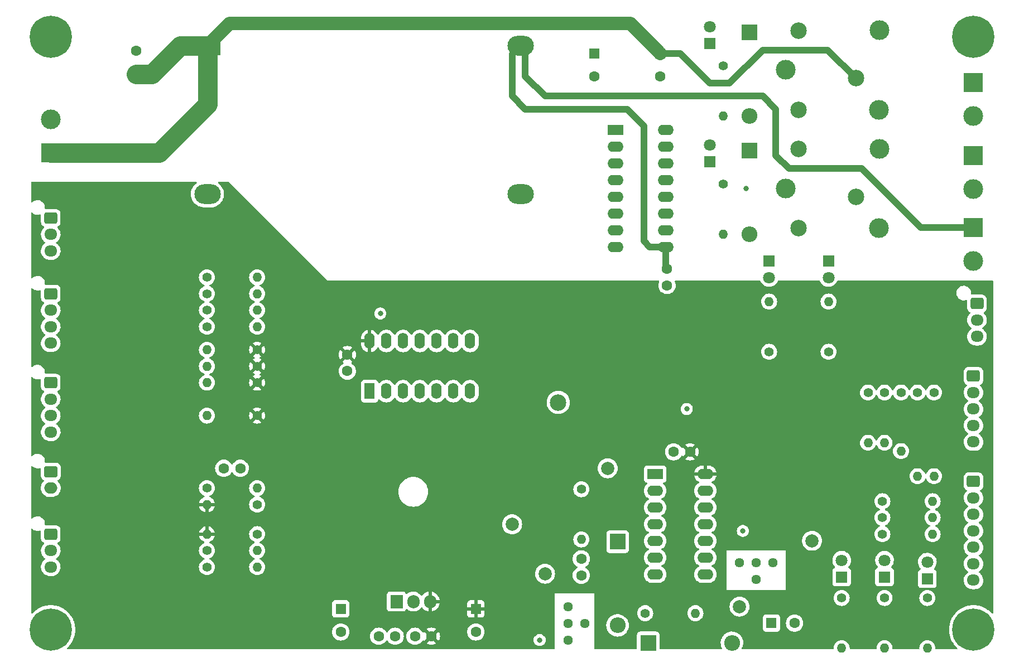
<source format=gbr>
%TF.GenerationSoftware,KiCad,Pcbnew,(6.0.1)*%
%TF.CreationDate,2023-02-05T15:58:29-08:00*%
%TF.ProjectId,Interface Board,496e7465-7266-4616-9365-20426f617264,rev?*%
%TF.SameCoordinates,Original*%
%TF.FileFunction,Copper,L3,Inr*%
%TF.FilePolarity,Positive*%
%FSLAX46Y46*%
G04 Gerber Fmt 4.6, Leading zero omitted, Abs format (unit mm)*
G04 Created by KiCad (PCBNEW (6.0.1)) date 2023-02-05 15:58:29*
%MOMM*%
%LPD*%
G01*
G04 APERTURE LIST*
G04 Aperture macros list*
%AMRoundRect*
0 Rectangle with rounded corners*
0 $1 Rounding radius*
0 $2 $3 $4 $5 $6 $7 $8 $9 X,Y pos of 4 corners*
0 Add a 4 corners polygon primitive as box body*
4,1,4,$2,$3,$4,$5,$6,$7,$8,$9,$2,$3,0*
0 Add four circle primitives for the rounded corners*
1,1,$1+$1,$2,$3*
1,1,$1+$1,$4,$5*
1,1,$1+$1,$6,$7*
1,1,$1+$1,$8,$9*
0 Add four rect primitives between the rounded corners*
20,1,$1+$1,$2,$3,$4,$5,0*
20,1,$1+$1,$4,$5,$6,$7,0*
20,1,$1+$1,$6,$7,$8,$9,0*
20,1,$1+$1,$8,$9,$2,$3,0*%
G04 Aperture macros list end*
%TA.AperFunction,ComponentPad*%
%ADD10C,1.440000*%
%TD*%
%TA.AperFunction,ComponentPad*%
%ADD11C,1.400000*%
%TD*%
%TA.AperFunction,ComponentPad*%
%ADD12O,1.400000X1.400000*%
%TD*%
%TA.AperFunction,ComponentPad*%
%ADD13R,1.800000X1.800000*%
%TD*%
%TA.AperFunction,ComponentPad*%
%ADD14C,1.800000*%
%TD*%
%TA.AperFunction,ComponentPad*%
%ADD15RoundRect,0.250000X-0.725000X0.600000X-0.725000X-0.600000X0.725000X-0.600000X0.725000X0.600000X0*%
%TD*%
%TA.AperFunction,ComponentPad*%
%ADD16O,1.950000X1.700000*%
%TD*%
%TA.AperFunction,ComponentPad*%
%ADD17R,1.600000X1.600000*%
%TD*%
%TA.AperFunction,ComponentPad*%
%ADD18C,1.600000*%
%TD*%
%TA.AperFunction,ComponentPad*%
%ADD19R,3.000000X3.000000*%
%TD*%
%TA.AperFunction,ComponentPad*%
%ADD20C,3.000000*%
%TD*%
%TA.AperFunction,ComponentPad*%
%ADD21R,2.400000X2.400000*%
%TD*%
%TA.AperFunction,ComponentPad*%
%ADD22O,2.400000X2.400000*%
%TD*%
%TA.AperFunction,ComponentPad*%
%ADD23C,2.000000*%
%TD*%
%TA.AperFunction,ComponentPad*%
%ADD24R,4.000000X3.000000*%
%TD*%
%TA.AperFunction,ComponentPad*%
%ADD25O,4.000000X3.000000*%
%TD*%
%TA.AperFunction,ComponentPad*%
%ADD26R,1.905000X2.000000*%
%TD*%
%TA.AperFunction,ComponentPad*%
%ADD27O,1.905000X2.000000*%
%TD*%
%TA.AperFunction,ComponentPad*%
%ADD28C,2.500000*%
%TD*%
%TA.AperFunction,ComponentPad*%
%ADD29R,2.400000X1.600000*%
%TD*%
%TA.AperFunction,ComponentPad*%
%ADD30O,2.400000X1.600000*%
%TD*%
%TA.AperFunction,ComponentPad*%
%ADD31C,0.800000*%
%TD*%
%TA.AperFunction,ComponentPad*%
%ADD32C,6.400000*%
%TD*%
%TA.AperFunction,ComponentPad*%
%ADD33R,1.600000X2.400000*%
%TD*%
%TA.AperFunction,ComponentPad*%
%ADD34O,1.600000X2.400000*%
%TD*%
%TA.AperFunction,ComponentPad*%
%ADD35RoundRect,0.250000X-0.750000X0.600000X-0.750000X-0.600000X0.750000X-0.600000X0.750000X0.600000X0*%
%TD*%
%TA.AperFunction,ComponentPad*%
%ADD36O,2.000000X1.700000*%
%TD*%
%TA.AperFunction,ViaPad*%
%ADD37C,2.500000*%
%TD*%
%TA.AperFunction,ViaPad*%
%ADD38C,0.800000*%
%TD*%
%TA.AperFunction,Conductor*%
%ADD39C,1.000000*%
%TD*%
%TA.AperFunction,Conductor*%
%ADD40C,3.000000*%
%TD*%
%TA.AperFunction,Conductor*%
%ADD41C,2.000000*%
%TD*%
G04 APERTURE END LIST*
D10*
%TO.N,+5V*%
%TO.C,RV1*%
X114550000Y15125000D03*
X112010000Y15125000D03*
X112010000Y12585000D03*
%TO.N,Net-(C11-Pad1)*%
X109470000Y15125000D03*
%TD*%
%TO.N,Net-(C10-Pad2)*%
%TO.C,RV2*%
X83500000Y8500000D03*
%TO.N,GND*%
X83500000Y5960000D03*
X86040000Y5960000D03*
X83500000Y3420000D03*
%TD*%
D11*
%TO.N,Net-(D1-Pad1)*%
%TO.C,R1*%
X107000000Y72620000D03*
D12*
%TO.N,Net-(D2-Pad2)*%
X107000000Y65000000D03*
%TD*%
D11*
%TO.N,Net-(J11-Pad1)*%
%TO.C,R26*%
X139000000Y41000000D03*
D12*
%TO.N,Net-(J11-Pad2)*%
X139000000Y28300000D03*
%TD*%
D13*
%TO.N,Net-(D3-Pad1)*%
%TO.C,D3*%
X105000000Y94000000D03*
D14*
%TO.N,+12V*%
X105000000Y96540000D03*
%TD*%
D15*
%TO.N,Net-(J12-Pad1)*%
%TO.C,J12*%
X145000000Y43500000D03*
D16*
%TO.N,Net-(J12-Pad2)*%
X145000000Y41000000D03*
%TO.N,Net-(J12-Pad3)*%
X145000000Y38500000D03*
%TO.N,Net-(J12-Pad4)*%
X145000000Y36000000D03*
%TO.N,GND*%
X145000000Y33500000D03*
%TD*%
D11*
%TO.N,Net-(C3-Pad1)*%
%TO.C,R9*%
X36310000Y24000000D03*
D12*
%TO.N,+5V*%
X28690000Y24000000D03*
%TD*%
D17*
%TO.N,Net-(C11-Pad1)*%
%TO.C,C11*%
X114347349Y6000000D03*
D18*
%TO.N,GND*%
X117847349Y6000000D03*
%TD*%
%TO.N,+5V*%
%TO.C,C2*%
X102000000Y32000000D03*
%TO.N,GND*%
X99500000Y32000000D03*
%TD*%
D19*
%TO.N,Net-(J4-Pad1)*%
%TO.C,J4*%
X145000000Y88040000D03*
D20*
%TO.N,GND*%
X145000000Y82960000D03*
%TD*%
D21*
%TO.N,Net-(D9-Pad1)*%
%TO.C,D9*%
X95650000Y3000000D03*
D22*
%TO.N,Net-(C11-Pad1)*%
X108350000Y3000000D03*
%TD*%
D11*
%TO.N,Net-(J8-Pad2)*%
%TO.C,R10*%
X28690000Y26500000D03*
D12*
%TO.N,Net-(C3-Pad1)*%
X36310000Y26500000D03*
%TD*%
D11*
%TO.N,Net-(J6-Pad1)*%
%TO.C,R5*%
X114000000Y47190000D03*
D12*
%TO.N,Net-(D5-Pad2)*%
X114000000Y54810000D03*
%TD*%
D17*
%TO.N,+24V*%
%TO.C,C8*%
X18000000Y89347349D03*
D18*
%TO.N,GND*%
X18000000Y92847349D03*
%TD*%
D23*
%TO.N,GND*%
%TO.C,TP5*%
X75000000Y21000000D03*
%TD*%
D11*
%TO.N,Net-(J12-Pad1)*%
%TO.C,R16*%
X129000000Y41000000D03*
D12*
%TO.N,Net-(J12-Pad4)*%
X129000000Y33380000D03*
%TD*%
D24*
%TO.N,+24V*%
%TO.C,PS1*%
X28767500Y93632500D03*
D25*
%TO.N,GND*%
X28767500Y71132500D03*
X76267500Y71132500D03*
%TO.N,+12V*%
X76267500Y93632500D03*
%TD*%
D11*
%TO.N,Net-(JP7-Pad2)*%
%TO.C,R19*%
X85500000Y26310000D03*
D12*
%TO.N,Net-(C10-Pad1)*%
X85500000Y18690000D03*
%TD*%
D11*
%TO.N,Net-(R20-Pad1)*%
%TO.C,R20*%
X95190000Y7500000D03*
D12*
%TO.N,Net-(D9-Pad1)*%
X102810000Y7500000D03*
%TD*%
D11*
%TO.N,Net-(J6-Pad2)*%
%TO.C,R8*%
X123000000Y47190000D03*
D12*
%TO.N,Net-(D6-Pad2)*%
X123000000Y54810000D03*
%TD*%
D13*
%TO.N,Net-(D7-Pad1)*%
%TO.C,D7*%
X138000000Y12725000D03*
D14*
%TO.N,Net-(D7-Pad2)*%
X138000000Y15265000D03*
%TD*%
D11*
%TO.N,Net-(D7-Pad1)*%
%TO.C,R11*%
X138000000Y9810000D03*
D12*
%TO.N,GND*%
X138000000Y2190000D03*
%TD*%
D11*
%TO.N,Net-(D8-Pad1)*%
%TO.C,R15*%
X131500000Y9810000D03*
D12*
%TO.N,GND*%
X131500000Y2190000D03*
%TD*%
D11*
%TO.N,Net-(J11-Pad1)*%
%TO.C,R25*%
X136500000Y41000000D03*
D12*
%TO.N,Net-(J11-Pad3)*%
X136500000Y28300000D03*
%TD*%
D23*
%TO.N,Net-(C11-Pad1)*%
%TO.C,TP4*%
X109500000Y8500000D03*
%TD*%
D26*
%TO.N,+12V*%
%TO.C,U3*%
X57460000Y9270000D03*
D27*
%TO.N,GND*%
X60000000Y9270000D03*
%TO.N,+5V*%
X62540000Y9270000D03*
%TD*%
D20*
%TO.N,Net-(JP2-Pad2)*%
%TO.C,K2*%
X116500000Y90000000D03*
D28*
%TO.N,Net-(D4-Pad2)*%
X118450000Y83950000D03*
D20*
%TO.N,Net-(J4-Pad1)*%
X130650000Y83950000D03*
%TO.N,unconnected-(K2-Pad4)*%
X130700000Y96000000D03*
D28*
%TO.N,+12V*%
X118450000Y95950000D03*
%TD*%
D11*
%TO.N,Net-(J9-Pad2)*%
%TO.C,R13*%
X28690000Y17000000D03*
D12*
%TO.N,Net-(R12-Pad1)*%
X36310000Y17000000D03*
%TD*%
D29*
%TO.N,Net-(R27-Pad2)*%
%TO.C,U1*%
X90700000Y80900000D03*
D30*
%TO.N,Net-(R28-Pad2)*%
X90700000Y78360000D03*
%TO.N,Net-(J6-Pad1)*%
X90700000Y75820000D03*
%TO.N,Net-(J6-Pad2)*%
X90700000Y73280000D03*
%TO.N,Net-(D7-Pad2)*%
X90700000Y70740000D03*
%TO.N,Net-(D8-Pad2)*%
X90700000Y68200000D03*
%TO.N,Net-(D10-Pad2)*%
X90700000Y65660000D03*
%TO.N,GND*%
X90700000Y63120000D03*
%TO.N,+12V*%
X98320000Y63120000D03*
%TO.N,Net-(J12-Pad4)*%
X98320000Y65660000D03*
%TO.N,Net-(J12-Pad3)*%
X98320000Y68200000D03*
%TO.N,Net-(J12-Pad2)*%
X98320000Y70740000D03*
%TO.N,Net-(J11-Pad3)*%
X98320000Y73280000D03*
%TO.N,Net-(J11-Pad2)*%
X98320000Y75820000D03*
%TO.N,Net-(D2-Pad2)*%
X98320000Y78360000D03*
%TO.N,Net-(D4-Pad2)*%
X98320000Y80900000D03*
%TD*%
D21*
%TO.N,+12V*%
%TO.C,D4*%
X111000000Y95700000D03*
D22*
%TO.N,Net-(D4-Pad2)*%
X111000000Y83000000D03*
%TD*%
D11*
%TO.N,Net-(R12-Pad1)*%
%TO.C,R12*%
X36310000Y19500000D03*
D12*
%TO.N,+5V*%
X28690000Y19500000D03*
%TD*%
D21*
%TO.N,Net-(C10-Pad2)*%
%TO.C,D11*%
X91000000Y18350000D03*
D22*
%TO.N,GND*%
X91000000Y5650000D03*
%TD*%
D15*
%TO.N,/RELAY_IN_1*%
%TO.C,J3*%
X5000000Y67500000D03*
D16*
%TO.N,/RELAY_IN_2*%
X5000000Y65000000D03*
%TO.N,GND*%
X5000000Y62500000D03*
%TD*%
D18*
%TO.N,Net-(C3-Pad1)*%
%TO.C,C3*%
X33750000Y29500000D03*
%TO.N,GND*%
X31250000Y29500000D03*
%TD*%
D17*
%TO.N,+5V*%
%TO.C,C6*%
X69500000Y8152651D03*
D18*
%TO.N,GND*%
X69500000Y4652651D03*
%TD*%
D11*
%TO.N,Net-(D8-Pad2)*%
%TO.C,R23*%
X131190000Y22000000D03*
D12*
%TO.N,Net-(J11-Pad5)*%
X138810000Y22000000D03*
%TD*%
D13*
%TO.N,GND*%
%TO.C,D5*%
X114000000Y61000000D03*
D14*
%TO.N,Net-(D5-Pad2)*%
X114000000Y58460000D03*
%TD*%
D23*
%TO.N,Net-(C10-Pad2)*%
%TO.C,TP3*%
X80000000Y13500000D03*
%TD*%
D11*
%TO.N,/RELAY_IN_1*%
%TO.C,R29*%
X28690000Y58500000D03*
D12*
%TO.N,GND*%
X36310000Y58500000D03*
%TD*%
D20*
%TO.N,Net-(JP1-Pad2)*%
%TO.C,K1*%
X116500000Y72000000D03*
D28*
%TO.N,Net-(D2-Pad2)*%
X118450000Y65950000D03*
D20*
%TO.N,Net-(J2-Pad1)*%
X130650000Y65950000D03*
%TO.N,unconnected-(K1-Pad4)*%
X130700000Y78000000D03*
D28*
%TO.N,+12V*%
X118450000Y77950000D03*
%TD*%
D19*
%TO.N,Net-(J2-Pad1)*%
%TO.C,J2*%
X145000000Y77000000D03*
D20*
%TO.N,GND*%
X145000000Y71920000D03*
%TD*%
D31*
%TO.N,N/C*%
%TO.C,H5*%
X6697056Y93302944D03*
X6697056Y96697056D03*
X7400000Y95000000D03*
D32*
X5000000Y95000000D03*
D31*
X5000000Y97400000D03*
X2600000Y95000000D03*
X3302944Y96697056D03*
X5000000Y92600000D03*
X3302944Y93302944D03*
%TD*%
D15*
%TO.N,/LSW_Y*%
%TO.C,J7*%
X5000000Y56000000D03*
D16*
%TO.N,GND*%
X5000000Y53500000D03*
%TO.N,Net-(J7-Pad3)*%
X5000000Y51000000D03*
%TO.N,GND*%
X5000000Y48500000D03*
%TD*%
D13*
%TO.N,GND*%
%TO.C,D6*%
X123000000Y61000000D03*
D14*
%TO.N,Net-(D6-Pad2)*%
X123000000Y58460000D03*
%TD*%
D11*
%TO.N,/RELAY_IN_2*%
%TO.C,R28*%
X28690000Y53500000D03*
D12*
%TO.N,Net-(R28-Pad2)*%
X36310000Y53500000D03*
%TD*%
D11*
%TO.N,GND*%
%TO.C,R14*%
X28690000Y14500000D03*
D12*
%TO.N,Net-(R12-Pad1)*%
X36310000Y14500000D03*
%TD*%
D31*
%TO.N,N/C*%
%TO.C,H2*%
X143302944Y96697056D03*
X145000000Y92600000D03*
X143302944Y93302944D03*
X147400000Y95000000D03*
X146697056Y93302944D03*
X145000000Y97400000D03*
D32*
X145000000Y95000000D03*
D31*
X146697056Y96697056D03*
X142600000Y95000000D03*
%TD*%
D33*
%TO.N,Net-(C3-Pad1)*%
%TO.C,U2*%
X53375000Y41200000D03*
D34*
%TO.N,Net-(JP3-Pad1)*%
X55915000Y41200000D03*
%TO.N,Net-(R12-Pad1)*%
X58455000Y41200000D03*
%TO.N,Net-(JP4-Pad1)*%
X60995000Y41200000D03*
X63535000Y41200000D03*
%TO.N,Net-(JP4-Pad3)*%
X66075000Y41200000D03*
%TO.N,GND*%
X68615000Y41200000D03*
%TO.N,Net-(JP3-Pad3)*%
X68615000Y48820000D03*
%TO.N,Net-(JP3-Pad1)*%
X66075000Y48820000D03*
%TO.N,Net-(J6-Pad2)*%
X63535000Y48820000D03*
%TO.N,/LSW_Y*%
X60995000Y48820000D03*
%TO.N,Net-(J6-Pad1)*%
X58455000Y48820000D03*
%TO.N,/LSW_X*%
X55915000Y48820000D03*
%TO.N,+5V*%
X53375000Y48820000D03*
%TD*%
D18*
%TO.N,+12V*%
%TO.C,C1*%
X98500000Y59750000D03*
%TO.N,GND*%
X98500000Y57250000D03*
%TD*%
D23*
%TO.N,Net-(D10-Pad2)*%
%TO.C,TP1*%
X120500000Y18500000D03*
%TD*%
D15*
%TO.N,/LSW_X*%
%TO.C,J5*%
X5000000Y42500000D03*
D16*
%TO.N,GND*%
X5000000Y40000000D03*
%TO.N,Net-(J5-Pad3)*%
X5000000Y37500000D03*
%TO.N,GND*%
X5000000Y35000000D03*
%TD*%
D11*
%TO.N,+5V*%
%TO.C,R3*%
X36310000Y42500000D03*
D12*
%TO.N,/LSW_X*%
X28690000Y42500000D03*
%TD*%
D11*
%TO.N,Net-(D10-Pad2)*%
%TO.C,R24*%
X131190000Y19500000D03*
D12*
%TO.N,Net-(J11-Pad6)*%
X138810000Y19500000D03*
%TD*%
D11*
%TO.N,Net-(D7-Pad2)*%
%TO.C,R22*%
X131190000Y24500000D03*
D12*
%TO.N,Net-(J11-Pad4)*%
X138810000Y24500000D03*
%TD*%
D11*
%TO.N,Net-(D10-Pad1)*%
%TO.C,R21*%
X125000000Y9810000D03*
D12*
%TO.N,GND*%
X125000000Y2190000D03*
%TD*%
D18*
%TO.N,+12V*%
%TO.C,C5*%
X54750000Y4000000D03*
%TO.N,GND*%
X57250000Y4000000D03*
%TD*%
D11*
%TO.N,+5V*%
%TO.C,R2*%
X36310000Y37500000D03*
D12*
%TO.N,Net-(J5-Pad3)*%
X28690000Y37500000D03*
%TD*%
D19*
%TO.N,+12V*%
%TO.C,J10*%
X145000000Y66040000D03*
D20*
%TO.N,GND*%
X145000000Y60960000D03*
%TD*%
D17*
%TO.N,+12V*%
%TO.C,C13*%
X87500000Y92500000D03*
D18*
%TO.N,GND*%
X87500000Y89000000D03*
%TD*%
D15*
%TO.N,Net-(J11-Pad1)*%
%TO.C,J11*%
X145000000Y27500000D03*
D16*
%TO.N,Net-(J11-Pad2)*%
X145000000Y25000000D03*
%TO.N,Net-(J11-Pad3)*%
X145000000Y22500000D03*
%TO.N,Net-(J11-Pad4)*%
X145000000Y20000000D03*
%TO.N,Net-(J11-Pad5)*%
X145000000Y17500000D03*
%TO.N,Net-(J11-Pad6)*%
X145000000Y15000000D03*
%TO.N,GND*%
X145000000Y12500000D03*
%TD*%
D15*
%TO.N,Net-(J6-Pad1)*%
%TO.C,J6*%
X145525000Y54500000D03*
D16*
%TO.N,Net-(J6-Pad2)*%
X145525000Y52000000D03*
%TO.N,GND*%
X145525000Y49500000D03*
%TD*%
D29*
%TO.N,Net-(D8-Pad2)*%
%TO.C,U4*%
X96700000Y28625000D03*
D30*
%TO.N,Net-(JP7-Pad1)*%
X96700000Y26085000D03*
X96700000Y23545000D03*
%TO.N,Net-(JP7-Pad3)*%
X96700000Y21005000D03*
%TO.N,Net-(C10-Pad2)*%
X96700000Y18465000D03*
%TO.N,Net-(R20-Pad1)*%
X96700000Y15925000D03*
%TO.N,GND*%
X96700000Y13385000D03*
%TO.N,Net-(JP6-Pad1)*%
X104320000Y13385000D03*
%TO.N,Net-(C11-Pad1)*%
X104320000Y15925000D03*
%TO.N,Net-(JP6-Pad3)*%
X104320000Y18465000D03*
%TO.N,Net-(JP6-Pad1)*%
X104320000Y21005000D03*
%TO.N,unconnected-(U4-Pad12)*%
X104320000Y23545000D03*
%TO.N,GND*%
X104320000Y26085000D03*
%TO.N,+5V*%
X104320000Y28625000D03*
%TD*%
D11*
%TO.N,Net-(D3-Pad1)*%
%TO.C,R4*%
X107000000Y90620000D03*
D12*
%TO.N,Net-(D4-Pad2)*%
X107000000Y83000000D03*
%TD*%
D17*
%TO.N,+12V*%
%TO.C,C4*%
X49000000Y8152651D03*
D18*
%TO.N,GND*%
X49000000Y4652651D03*
%TD*%
%TO.N,+5V*%
%TO.C,C12*%
X50000000Y46750000D03*
%TO.N,GND*%
X50000000Y44250000D03*
%TD*%
D11*
%TO.N,/RELAY_IN_2*%
%TO.C,R30*%
X28690000Y51000000D03*
D12*
%TO.N,GND*%
X36310000Y51000000D03*
%TD*%
D11*
%TO.N,Net-(J12-Pad1)*%
%TO.C,R18*%
X134000000Y41000000D03*
D12*
%TO.N,Net-(J12-Pad2)*%
X134000000Y32110000D03*
%TD*%
D23*
%TO.N,Net-(JP7-Pad1)*%
%TO.C,TP2*%
X89500000Y29500000D03*
%TD*%
D11*
%TO.N,+5V*%
%TO.C,R7*%
X36310000Y47500000D03*
D12*
%TO.N,/LSW_Y*%
X28690000Y47500000D03*
%TD*%
D13*
%TO.N,Net-(D8-Pad1)*%
%TO.C,D8*%
X131500000Y13000000D03*
D14*
%TO.N,Net-(D8-Pad2)*%
X131500000Y15540000D03*
%TD*%
D17*
%TO.N,+24V*%
%TO.C,C9*%
X97500000Y92500000D03*
D18*
%TO.N,GND*%
X97500000Y89000000D03*
%TD*%
D11*
%TO.N,+5V*%
%TO.C,R6*%
X36310000Y45000000D03*
D12*
%TO.N,Net-(J7-Pad3)*%
X28690000Y45000000D03*
%TD*%
D19*
%TO.N,+24V*%
%TO.C,J1*%
X5000000Y77420000D03*
D20*
%TO.N,GND*%
X5000000Y82500000D03*
%TD*%
D31*
%TO.N,N/C*%
%TO.C,H6*%
X5000000Y2600000D03*
X2600000Y5000000D03*
X5000000Y7400000D03*
X6697056Y3302944D03*
X3302944Y6697056D03*
X6697056Y6697056D03*
X7400000Y5000000D03*
X3302944Y3302944D03*
D32*
X5000000Y5000000D03*
%TD*%
D13*
%TO.N,Net-(D1-Pad1)*%
%TO.C,D1*%
X105000000Y76000000D03*
D14*
%TO.N,+12V*%
X105000000Y78540000D03*
%TD*%
D15*
%TO.N,Net-(J9-Pad1)*%
%TO.C,J9*%
X5000000Y19500000D03*
D16*
%TO.N,Net-(J9-Pad2)*%
X5000000Y17000000D03*
%TO.N,GND*%
X5000000Y14500000D03*
%TD*%
D35*
%TO.N,GND*%
%TO.C,J8*%
X5000000Y29000000D03*
D36*
%TO.N,Net-(J8-Pad2)*%
X5000000Y26500000D03*
%TD*%
D11*
%TO.N,/RELAY_IN_1*%
%TO.C,R27*%
X28690000Y56000000D03*
D12*
%TO.N,Net-(R27-Pad2)*%
X36310000Y56000000D03*
%TD*%
D18*
%TO.N,+5V*%
%TO.C,C7*%
X62750000Y4000000D03*
%TO.N,GND*%
X60250000Y4000000D03*
%TD*%
D31*
%TO.N,N/C*%
%TO.C,H1*%
X146697056Y3302944D03*
X147400000Y5000000D03*
X143302944Y3302944D03*
X142600000Y5000000D03*
X145000000Y2600000D03*
X146697056Y6697056D03*
X145000000Y7400000D03*
X143302944Y6697056D03*
D32*
X145000000Y5000000D03*
%TD*%
D21*
%TO.N,+12V*%
%TO.C,D2*%
X111000000Y77700000D03*
D22*
%TO.N,Net-(D2-Pad2)*%
X111000000Y65000000D03*
%TD*%
D13*
%TO.N,Net-(D10-Pad1)*%
%TO.C,D10*%
X125000000Y13000000D03*
D14*
%TO.N,Net-(D10-Pad2)*%
X125000000Y15540000D03*
%TD*%
D11*
%TO.N,Net-(J12-Pad1)*%
%TO.C,R17*%
X131500000Y41000000D03*
D12*
%TO.N,Net-(J12-Pad3)*%
X131500000Y33380000D03*
%TD*%
D18*
%TO.N,Net-(C10-Pad1)*%
%TO.C,C10*%
X85500000Y15750000D03*
%TO.N,Net-(C10-Pad2)*%
X85500000Y13250000D03*
%TD*%
D37*
%TO.N,+12V*%
X82000000Y39500000D03*
D38*
X110500000Y72000000D03*
%TO.N,GND*%
X79175000Y3420000D03*
%TO.N,+5V*%
X140300000Y44500000D03*
X118875000Y15125000D03*
D37*
%TO.N,+24V*%
X127200000Y88700000D03*
X127200000Y70700000D03*
D38*
%TO.N,Net-(D10-Pad2)*%
X110000000Y20000000D03*
%TO.N,/LSW_Y*%
X55000000Y53000000D03*
%TO.N,Net-(D8-Pad2)*%
X101500000Y38500000D03*
%TD*%
D39*
%TO.N,+12V*%
X75000000Y86000000D02*
X75000000Y92365000D01*
X98320000Y63120000D02*
X95880000Y63120000D01*
X77000000Y89000000D02*
X77000000Y92900000D01*
X95000000Y64000000D02*
X95000000Y81500000D01*
X98320000Y63120000D02*
X98320000Y59930000D01*
X80000000Y86000000D02*
X77000000Y89000000D01*
X75000000Y92365000D02*
X76267500Y93632500D01*
X128000000Y75000000D02*
X136960000Y66040000D01*
X77000000Y92900000D02*
X76267500Y93632500D01*
X136960000Y66040000D02*
X145000000Y66040000D01*
X92500000Y84000000D02*
X77000000Y84000000D01*
X97000000Y86000000D02*
X113000000Y86000000D01*
X115000000Y84000000D02*
X115000000Y77000000D01*
X95000000Y81500000D02*
X92500000Y84000000D01*
X97000000Y86000000D02*
X80000000Y86000000D01*
X115000000Y77000000D02*
X117000000Y75000000D01*
X98320000Y59930000D02*
X98500000Y59750000D01*
X77000000Y84000000D02*
X75000000Y86000000D01*
X117000000Y75000000D02*
X128000000Y75000000D01*
X95880000Y63120000D02*
X95000000Y64000000D01*
X113000000Y86000000D02*
X115000000Y84000000D01*
D40*
%TO.N,+24V*%
X28767500Y84767500D02*
X28767500Y93632500D01*
D39*
X127200000Y88700000D02*
X122900000Y93000000D01*
D40*
X5000000Y77420000D02*
X21420000Y77420000D01*
X20347349Y89347349D02*
X24632500Y93632500D01*
D39*
X97500000Y92500000D02*
X100500000Y92500000D01*
X113000000Y93000000D02*
X108000000Y88000000D01*
X100500000Y92500000D02*
X105000000Y88000000D01*
X122900000Y93000000D02*
X113000000Y93000000D01*
D41*
X32135000Y97000000D02*
X28767500Y93632500D01*
D39*
X108000000Y88000000D02*
X105000000Y88000000D01*
D40*
X24632500Y93632500D02*
X28767500Y93632500D01*
X18000000Y89347349D02*
X20347349Y89347349D01*
D41*
X93000000Y97000000D02*
X32135000Y97000000D01*
D40*
X21420000Y77420000D02*
X28767500Y84767500D01*
D41*
X97500000Y92500000D02*
X93000000Y97000000D01*
%TD*%
%TA.AperFunction,Conductor*%
%TO.N,+5V*%
G36*
X27101161Y72979998D02*
G01*
X27147654Y72926342D01*
X27157758Y72856068D01*
X27128264Y72791488D01*
X27107101Y72772064D01*
X26978825Y72678866D01*
X26973308Y72674858D01*
X26771248Y72479731D01*
X26598312Y72258382D01*
X26596116Y72254578D01*
X26596111Y72254571D01*
X26489805Y72070443D01*
X26457864Y72015119D01*
X26352638Y71754676D01*
X26351573Y71750403D01*
X26351572Y71750401D01*
X26289285Y71500581D01*
X26284683Y71482124D01*
X26284224Y71477756D01*
X26284223Y71477751D01*
X26261289Y71259545D01*
X26255322Y71202767D01*
X26255475Y71198379D01*
X26255475Y71198373D01*
X26263777Y70960652D01*
X26265125Y70922042D01*
X26265887Y70917719D01*
X26265888Y70917712D01*
X26289664Y70782876D01*
X26313902Y70645413D01*
X26400703Y70378265D01*
X26402631Y70374312D01*
X26402633Y70374307D01*
X26421840Y70334927D01*
X26523840Y70125798D01*
X26526295Y70122159D01*
X26526298Y70122153D01*
X26586194Y70033354D01*
X26680915Y69892924D01*
X26683860Y69889653D01*
X26683861Y69889652D01*
X26714633Y69855476D01*
X26868871Y69684178D01*
X27084050Y69503621D01*
X27322264Y69354769D01*
X27455984Y69295233D01*
X27555537Y69250909D01*
X27578875Y69240518D01*
X27848890Y69163093D01*
X27853240Y69162482D01*
X27853243Y69162481D01*
X27956190Y69148013D01*
X28127052Y69124000D01*
X29337646Y69124000D01*
X29339832Y69124153D01*
X29339836Y69124153D01*
X29543327Y69138382D01*
X29543332Y69138383D01*
X29547712Y69138689D01*
X29822470Y69197091D01*
X29826599Y69198594D01*
X29826603Y69198595D01*
X30082281Y69291654D01*
X30082285Y69291656D01*
X30086426Y69293163D01*
X30334442Y69425036D01*
X30347171Y69434284D01*
X30558129Y69587553D01*
X30558132Y69587556D01*
X30561692Y69590142D01*
X30574466Y69602477D01*
X30760587Y69782213D01*
X30763752Y69785269D01*
X30936688Y70006618D01*
X30938884Y70010422D01*
X30938889Y70010429D01*
X31063213Y70225766D01*
X31077136Y70249881D01*
X31182362Y70510324D01*
X31216044Y70645413D01*
X31249253Y70778607D01*
X31249254Y70778612D01*
X31250317Y70782876D01*
X31264864Y70921277D01*
X31279219Y71057864D01*
X31279219Y71057867D01*
X31279678Y71062233D01*
X31278656Y71091500D01*
X31270029Y71338561D01*
X31270028Y71338567D01*
X31269875Y71342958D01*
X31260391Y71396749D01*
X31221860Y71615264D01*
X31221098Y71619587D01*
X31134297Y71886735D01*
X31118073Y71920000D01*
X31030756Y72099024D01*
X31011160Y72139202D01*
X31008705Y72142841D01*
X31008702Y72142847D01*
X30867790Y72351757D01*
X30854085Y72372076D01*
X30666129Y72580822D01*
X30450950Y72761379D01*
X30441721Y72767146D01*
X30394551Y72820208D01*
X30383556Y72890348D01*
X30412227Y72955298D01*
X30471462Y72994436D01*
X30508491Y73000000D01*
X31947810Y73000000D01*
X32015931Y72979998D01*
X32036905Y72963095D01*
X47000000Y58000000D01*
X97208180Y58000000D01*
X97276301Y57979998D01*
X97322794Y57926342D01*
X97332898Y57856068D01*
X97322375Y57820751D01*
X97273683Y57716329D01*
X97265716Y57699243D01*
X97264294Y57693935D01*
X97264293Y57693933D01*
X97222956Y57539663D01*
X97206457Y57478087D01*
X97186502Y57250000D01*
X97206457Y57021913D01*
X97207881Y57016600D01*
X97207881Y57016598D01*
X97259830Y56822725D01*
X97265716Y56800757D01*
X97268039Y56795776D01*
X97268039Y56795775D01*
X97360151Y56598238D01*
X97360154Y56598233D01*
X97362477Y56593251D01*
X97405146Y56532314D01*
X97483865Y56419892D01*
X97493802Y56405700D01*
X97655700Y56243802D01*
X97660208Y56240645D01*
X97660211Y56240643D01*
X97710865Y56205175D01*
X97843251Y56112477D01*
X97848233Y56110154D01*
X97848238Y56110151D01*
X98045775Y56018039D01*
X98050757Y56015716D01*
X98056065Y56014294D01*
X98056067Y56014293D01*
X98266598Y55957881D01*
X98266600Y55957881D01*
X98271913Y55956457D01*
X98500000Y55936502D01*
X98728087Y55956457D01*
X98733400Y55957881D01*
X98733402Y55957881D01*
X98943933Y56014293D01*
X98943935Y56014294D01*
X98949243Y56015716D01*
X98954225Y56018039D01*
X99151762Y56110151D01*
X99151767Y56110154D01*
X99156749Y56112477D01*
X99216615Y56154396D01*
X142412787Y56154396D01*
X142422567Y55943101D01*
X142423971Y55937276D01*
X142423971Y55937275D01*
X142458955Y55792115D01*
X142472125Y55737466D01*
X142559674Y55544913D01*
X142682054Y55372389D01*
X142834850Y55226119D01*
X143012548Y55111380D01*
X143018114Y55109137D01*
X143203168Y55034558D01*
X143203171Y55034557D01*
X143208737Y55032314D01*
X143416337Y54991772D01*
X143421899Y54991500D01*
X143577846Y54991500D01*
X143735566Y55006548D01*
X143741322Y55008237D01*
X143741324Y55008237D01*
X143880031Y55048929D01*
X143951027Y55048912D01*
X144010744Y55010514D01*
X144040222Y54945926D01*
X144041500Y54928024D01*
X144041500Y53849600D01*
X144041837Y53846354D01*
X144041837Y53846350D01*
X144051099Y53757088D01*
X144052474Y53743834D01*
X144054655Y53737298D01*
X144054655Y53737296D01*
X144076317Y53672367D01*
X144108450Y53576054D01*
X144201522Y53425652D01*
X144326697Y53300695D01*
X144332927Y53296855D01*
X144332928Y53296854D01*
X144368637Y53274843D01*
X144472340Y53210919D01*
X144519832Y53158148D01*
X144531256Y53088076D01*
X144502982Y53022952D01*
X144493195Y53012490D01*
X144471871Y52992148D01*
X144378865Y52903424D01*
X144241246Y52718458D01*
X144136760Y52512949D01*
X144135178Y52507855D01*
X144135177Y52507852D01*
X144095403Y52379760D01*
X144068393Y52292773D01*
X144067692Y52287484D01*
X144041717Y52091500D01*
X144038102Y52064226D01*
X144046751Y51833842D01*
X144094093Y51608209D01*
X144178776Y51393779D01*
X144181543Y51389220D01*
X144181544Y51389217D01*
X144243998Y51286297D01*
X144298377Y51196683D01*
X144301874Y51192653D01*
X144388438Y51092897D01*
X144449477Y51022555D01*
X144453608Y51019168D01*
X144623627Y50879760D01*
X144623633Y50879756D01*
X144627755Y50876376D01*
X144659250Y50858448D01*
X144708555Y50807368D01*
X144722417Y50737738D01*
X144696434Y50671667D01*
X144667284Y50644427D01*
X144545681Y50562559D01*
X144541824Y50558880D01*
X144541822Y50558878D01*
X144472886Y50493116D01*
X144378865Y50403424D01*
X144241246Y50218458D01*
X144136760Y50012949D01*
X144135178Y50007855D01*
X144135177Y50007852D01*
X144088786Y49858450D01*
X144068393Y49792773D01*
X144067692Y49787484D01*
X144048732Y49644427D01*
X144038102Y49564226D01*
X144038302Y49558897D01*
X144038302Y49558895D01*
X144041233Y49480832D01*
X144046751Y49333842D01*
X144094093Y49108209D01*
X144096051Y49103250D01*
X144096052Y49103248D01*
X144105836Y49078475D01*
X144178776Y48893779D01*
X144181543Y48889220D01*
X144181544Y48889217D01*
X144243998Y48786297D01*
X144298377Y48696683D01*
X144301874Y48692653D01*
X144423534Y48552452D01*
X144449477Y48522555D01*
X144491030Y48488484D01*
X144623627Y48379760D01*
X144623633Y48379756D01*
X144627755Y48376376D01*
X144632391Y48373737D01*
X144632394Y48373735D01*
X144706803Y48331379D01*
X144828114Y48262325D01*
X145044825Y48183663D01*
X145050074Y48182714D01*
X145050077Y48182713D01*
X145267608Y48143377D01*
X145267615Y48143376D01*
X145271692Y48142639D01*
X145289414Y48141803D01*
X145294356Y48141570D01*
X145294363Y48141570D01*
X145295844Y48141500D01*
X145707890Y48141500D01*
X145774809Y48147178D01*
X145874409Y48155629D01*
X145874413Y48155630D01*
X145879720Y48156080D01*
X145884875Y48157418D01*
X145884881Y48157419D01*
X146097703Y48212657D01*
X146097707Y48212658D01*
X146102872Y48213999D01*
X146107738Y48216191D01*
X146107741Y48216192D01*
X146308202Y48306493D01*
X146313075Y48308688D01*
X146504319Y48437441D01*
X146671135Y48596576D01*
X146704470Y48641379D01*
X146744131Y48694686D01*
X146808754Y48781542D01*
X146814465Y48792773D01*
X146910822Y48982296D01*
X146913240Y48987051D01*
X146940758Y49075671D01*
X146980024Y49202129D01*
X146981607Y49207227D01*
X146990508Y49274387D01*
X147011198Y49430489D01*
X147011198Y49430494D01*
X147011898Y49435774D01*
X147011642Y49442607D01*
X147003449Y49660827D01*
X147003249Y49666158D01*
X147001593Y49674053D01*
X146957002Y49886572D01*
X146955907Y49891791D01*
X146905603Y50019168D01*
X146873185Y50101256D01*
X146873184Y50101258D01*
X146871224Y50106221D01*
X146751623Y50303317D01*
X146673417Y50393442D01*
X146604023Y50473412D01*
X146604021Y50473414D01*
X146600523Y50477445D01*
X146532746Y50533019D01*
X146426373Y50620240D01*
X146426367Y50620244D01*
X146422245Y50623624D01*
X146390750Y50641552D01*
X146341445Y50692632D01*
X146327583Y50762262D01*
X146353566Y50828333D01*
X146382716Y50855573D01*
X146418642Y50879760D01*
X146504319Y50937441D01*
X146671135Y51096576D01*
X146808754Y51281542D01*
X146814465Y51292773D01*
X146876562Y51414910D01*
X146913240Y51487051D01*
X146949321Y51603248D01*
X146980024Y51702129D01*
X146981607Y51707227D01*
X146983663Y51722740D01*
X147011198Y51930489D01*
X147011198Y51930494D01*
X147011898Y51935774D01*
X147010207Y51980832D01*
X147004460Y52133891D01*
X147003249Y52166158D01*
X147000127Y52181040D01*
X146957002Y52386572D01*
X146955907Y52391791D01*
X146905603Y52519168D01*
X146873185Y52601256D01*
X146873184Y52601258D01*
X146871224Y52606221D01*
X146751623Y52803317D01*
X146673417Y52893442D01*
X146604023Y52973412D01*
X146604021Y52973414D01*
X146600523Y52977445D01*
X146564880Y53006670D01*
X146524886Y53065329D01*
X146522954Y53136299D01*
X146559698Y53197048D01*
X146578468Y53211248D01*
X146718120Y53297668D01*
X146724348Y53301522D01*
X146849305Y53426697D01*
X146920288Y53541852D01*
X146938275Y53571032D01*
X146938276Y53571034D01*
X146942115Y53577262D01*
X146973660Y53672367D01*
X146995632Y53738611D01*
X146995632Y53738613D01*
X146997797Y53745139D01*
X146999022Y53757088D01*
X147008172Y53846402D01*
X147008500Y53849600D01*
X147008500Y55150400D01*
X147008163Y55153650D01*
X146998238Y55249308D01*
X146998237Y55249312D01*
X146997526Y55256166D01*
X146941550Y55423946D01*
X146848478Y55574348D01*
X146723303Y55699305D01*
X146651932Y55743299D01*
X146578968Y55788275D01*
X146578966Y55788276D01*
X146572738Y55792115D01*
X146492995Y55818564D01*
X146411389Y55845632D01*
X146411387Y55845632D01*
X146404861Y55847797D01*
X146398025Y55848497D01*
X146398022Y55848498D01*
X146354969Y55852909D01*
X146300400Y55858500D01*
X144755671Y55858500D01*
X144687550Y55878502D01*
X144641057Y55932158D01*
X144630975Y56002580D01*
X144636352Y56039663D01*
X144636352Y56039667D01*
X144637213Y56045604D01*
X144627433Y56256899D01*
X144577875Y56462534D01*
X144564582Y56491772D01*
X144511218Y56609137D01*
X144490326Y56655087D01*
X144367946Y56827611D01*
X144215150Y56973881D01*
X144037452Y57088620D01*
X143977354Y57112840D01*
X143846832Y57165442D01*
X143846829Y57165443D01*
X143841263Y57167686D01*
X143633663Y57208228D01*
X143628101Y57208500D01*
X143472154Y57208500D01*
X143314434Y57193452D01*
X143111466Y57133908D01*
X143106139Y57131164D01*
X143106138Y57131164D01*
X142928751Y57039804D01*
X142928748Y57039802D01*
X142923420Y57037058D01*
X142757080Y56906396D01*
X142753148Y56901865D01*
X142753145Y56901862D01*
X142647205Y56779776D01*
X142618448Y56746637D01*
X142615448Y56741451D01*
X142615445Y56741447D01*
X142532597Y56598238D01*
X142512527Y56563546D01*
X142443139Y56363729D01*
X142442278Y56357794D01*
X142442278Y56357792D01*
X142420150Y56205175D01*
X142412787Y56154396D01*
X99216615Y56154396D01*
X99289135Y56205175D01*
X99339789Y56240643D01*
X99339792Y56240645D01*
X99344300Y56243802D01*
X99506198Y56405700D01*
X99516136Y56419892D01*
X99594854Y56532314D01*
X99637523Y56593251D01*
X99639846Y56598233D01*
X99639849Y56598238D01*
X99731961Y56795775D01*
X99731961Y56795776D01*
X99734284Y56800757D01*
X99740171Y56822725D01*
X99792119Y57016598D01*
X99792119Y57016600D01*
X99793543Y57021913D01*
X99813498Y57250000D01*
X99793543Y57478087D01*
X99777044Y57539663D01*
X99735707Y57693933D01*
X99735706Y57693935D01*
X99734284Y57699243D01*
X99726317Y57716329D01*
X99677625Y57820751D01*
X99666964Y57890942D01*
X99695944Y57955755D01*
X99755364Y57994611D01*
X99791820Y58000000D01*
X112581687Y58000000D01*
X112649808Y57979998D01*
X112698430Y57921404D01*
X112711614Y57888937D01*
X112738484Y57822763D01*
X112859501Y57625281D01*
X113011147Y57450216D01*
X113189349Y57302270D01*
X113389322Y57185416D01*
X113394147Y57183574D01*
X113394148Y57183573D01*
X113432740Y57168836D01*
X113605694Y57102791D01*
X113610760Y57101760D01*
X113610761Y57101760D01*
X113663846Y57090960D01*
X113832656Y57056615D01*
X113963324Y57051824D01*
X114058949Y57048317D01*
X114058953Y57048317D01*
X114064113Y57048128D01*
X114069233Y57048784D01*
X114069235Y57048784D01*
X114142270Y57058140D01*
X114293847Y57077558D01*
X114298795Y57079043D01*
X114298802Y57079044D01*
X114510747Y57142631D01*
X114515690Y57144114D01*
X114566154Y57168836D01*
X114719049Y57243738D01*
X114719052Y57243740D01*
X114723684Y57246009D01*
X114912243Y57380506D01*
X115076303Y57543995D01*
X115081769Y57551601D01*
X115184044Y57693933D01*
X115211458Y57732083D01*
X115213751Y57736722D01*
X115309189Y57929827D01*
X115357303Y57982034D01*
X115422146Y58000000D01*
X121581687Y58000000D01*
X121649808Y57979998D01*
X121698430Y57921404D01*
X121711614Y57888937D01*
X121738484Y57822763D01*
X121859501Y57625281D01*
X122011147Y57450216D01*
X122189349Y57302270D01*
X122389322Y57185416D01*
X122394147Y57183574D01*
X122394148Y57183573D01*
X122432740Y57168836D01*
X122605694Y57102791D01*
X122610760Y57101760D01*
X122610761Y57101760D01*
X122663846Y57090960D01*
X122832656Y57056615D01*
X122963324Y57051824D01*
X123058949Y57048317D01*
X123058953Y57048317D01*
X123064113Y57048128D01*
X123069233Y57048784D01*
X123069235Y57048784D01*
X123142270Y57058140D01*
X123293847Y57077558D01*
X123298795Y57079043D01*
X123298802Y57079044D01*
X123510747Y57142631D01*
X123515690Y57144114D01*
X123566154Y57168836D01*
X123719049Y57243738D01*
X123719052Y57243740D01*
X123723684Y57246009D01*
X123912243Y57380506D01*
X124076303Y57543995D01*
X124081769Y57551601D01*
X124184044Y57693933D01*
X124211458Y57732083D01*
X124213751Y57736722D01*
X124309189Y57929827D01*
X124357303Y57982034D01*
X124422146Y58000000D01*
X147874000Y58000000D01*
X147942121Y57979998D01*
X147988614Y57926342D01*
X148000000Y57874000D01*
X148000000Y7543984D01*
X147979998Y7475863D01*
X147926342Y7429370D01*
X147856068Y7419266D01*
X147791488Y7448760D01*
X147776082Y7464687D01*
X147759734Y7484876D01*
X147484876Y7759734D01*
X147479726Y7763905D01*
X147213385Y7979584D01*
X147182793Y8004357D01*
X147180029Y8006152D01*
X146859564Y8214264D01*
X146859561Y8214266D01*
X146856795Y8216062D01*
X146853861Y8217557D01*
X146853854Y8217561D01*
X146513393Y8391034D01*
X146510453Y8392532D01*
X146147562Y8531833D01*
X145772099Y8632438D01*
X145543651Y8668621D01*
X145391424Y8692732D01*
X145391416Y8692733D01*
X145388176Y8693246D01*
X145000000Y8713589D01*
X144611824Y8693246D01*
X144608584Y8692733D01*
X144608576Y8692732D01*
X144456349Y8668621D01*
X144227901Y8632438D01*
X143852438Y8531833D01*
X143489547Y8392532D01*
X143486607Y8391034D01*
X143146147Y8217561D01*
X143146140Y8217557D01*
X143143206Y8216062D01*
X143140440Y8214266D01*
X143140437Y8214264D01*
X142964413Y8099953D01*
X142817207Y8004357D01*
X142786615Y7979584D01*
X142520275Y7763905D01*
X142515124Y7759734D01*
X142240266Y7484876D01*
X142238194Y7482318D01*
X142238191Y7482314D01*
X142138709Y7359464D01*
X141995643Y7182793D01*
X141993848Y7180030D01*
X141993848Y7180029D01*
X141813594Y6902460D01*
X141783938Y6856794D01*
X141782443Y6853860D01*
X141782439Y6853853D01*
X141638165Y6570699D01*
X141607468Y6510453D01*
X141581933Y6443933D01*
X141471127Y6155272D01*
X141468167Y6147562D01*
X141367562Y5772099D01*
X141367046Y5768838D01*
X141315153Y5441202D01*
X141306754Y5388176D01*
X141286411Y5000000D01*
X141306754Y4611824D01*
X141307267Y4608584D01*
X141307268Y4608576D01*
X141333346Y4443933D01*
X141367562Y4227901D01*
X141468167Y3852438D01*
X141469352Y3849350D01*
X141469353Y3849348D01*
X141491537Y3791556D01*
X141607468Y3489547D01*
X141608966Y3486607D01*
X141779558Y3151803D01*
X141783938Y3143206D01*
X141785734Y3140440D01*
X141785736Y3140437D01*
X141967755Y2860151D01*
X141995643Y2817207D01*
X142083774Y2708375D01*
X142218781Y2541656D01*
X142240266Y2515124D01*
X142515124Y2240266D01*
X142535310Y2223920D01*
X142575662Y2165507D01*
X142578028Y2094550D01*
X142541656Y2033578D01*
X142478094Y2001949D01*
X142456016Y2000000D01*
X139333998Y2000000D01*
X139265877Y2020002D01*
X139219384Y2073658D01*
X139208478Y2136983D01*
X139212637Y2184515D01*
X139212637Y2184525D01*
X139213116Y2190000D01*
X139194686Y2400655D01*
X139193262Y2405970D01*
X139141379Y2599600D01*
X139141378Y2599602D01*
X139139956Y2604910D01*
X139091940Y2707881D01*
X139052912Y2791577D01*
X139052910Y2791580D01*
X139050589Y2796558D01*
X138929301Y2969776D01*
X138779776Y3119301D01*
X138606558Y3240589D01*
X138601580Y3242910D01*
X138601577Y3242912D01*
X138419892Y3327633D01*
X138419891Y3327634D01*
X138414910Y3329956D01*
X138409602Y3331378D01*
X138409600Y3331379D01*
X138215970Y3383262D01*
X138215968Y3383262D01*
X138210655Y3384686D01*
X138000000Y3403116D01*
X137789345Y3384686D01*
X137784032Y3383262D01*
X137784030Y3383262D01*
X137590400Y3331379D01*
X137590398Y3331378D01*
X137585090Y3329956D01*
X137580109Y3327634D01*
X137580108Y3327633D01*
X137398423Y3242912D01*
X137398420Y3242910D01*
X137393442Y3240589D01*
X137220224Y3119301D01*
X137070699Y2969776D01*
X136949411Y2796558D01*
X136947090Y2791580D01*
X136947088Y2791577D01*
X136908060Y2707881D01*
X136860044Y2604910D01*
X136858622Y2599602D01*
X136858621Y2599600D01*
X136806738Y2405970D01*
X136805314Y2400655D01*
X136786884Y2190000D01*
X136787363Y2184525D01*
X136787363Y2184515D01*
X136791522Y2136983D01*
X136777534Y2067378D01*
X136728135Y2016385D01*
X136666002Y2000000D01*
X132833998Y2000000D01*
X132765877Y2020002D01*
X132719384Y2073658D01*
X132708478Y2136983D01*
X132712637Y2184515D01*
X132712637Y2184525D01*
X132713116Y2190000D01*
X132694686Y2400655D01*
X132693262Y2405970D01*
X132641379Y2599600D01*
X132641378Y2599602D01*
X132639956Y2604910D01*
X132591940Y2707881D01*
X132552912Y2791577D01*
X132552910Y2791580D01*
X132550589Y2796558D01*
X132429301Y2969776D01*
X132279776Y3119301D01*
X132106558Y3240589D01*
X132101580Y3242910D01*
X132101577Y3242912D01*
X131919892Y3327633D01*
X131919891Y3327634D01*
X131914910Y3329956D01*
X131909602Y3331378D01*
X131909600Y3331379D01*
X131715970Y3383262D01*
X131715968Y3383262D01*
X131710655Y3384686D01*
X131500000Y3403116D01*
X131289345Y3384686D01*
X131284032Y3383262D01*
X131284030Y3383262D01*
X131090400Y3331379D01*
X131090398Y3331378D01*
X131085090Y3329956D01*
X131080109Y3327634D01*
X131080108Y3327633D01*
X130898423Y3242912D01*
X130898420Y3242910D01*
X130893442Y3240589D01*
X130720224Y3119301D01*
X130570699Y2969776D01*
X130449411Y2796558D01*
X130447090Y2791580D01*
X130447088Y2791577D01*
X130408060Y2707881D01*
X130360044Y2604910D01*
X130358622Y2599602D01*
X130358621Y2599600D01*
X130306738Y2405970D01*
X130305314Y2400655D01*
X130286884Y2190000D01*
X130287363Y2184525D01*
X130287363Y2184515D01*
X130291522Y2136983D01*
X130277534Y2067378D01*
X130228135Y2016385D01*
X130166002Y2000000D01*
X126333998Y2000000D01*
X126265877Y2020002D01*
X126219384Y2073658D01*
X126208478Y2136983D01*
X126212637Y2184515D01*
X126212637Y2184525D01*
X126213116Y2190000D01*
X126194686Y2400655D01*
X126193262Y2405970D01*
X126141379Y2599600D01*
X126141378Y2599602D01*
X126139956Y2604910D01*
X126091940Y2707881D01*
X126052912Y2791577D01*
X126052910Y2791580D01*
X126050589Y2796558D01*
X125929301Y2969776D01*
X125779776Y3119301D01*
X125606558Y3240589D01*
X125601580Y3242910D01*
X125601577Y3242912D01*
X125419892Y3327633D01*
X125419891Y3327634D01*
X125414910Y3329956D01*
X125409602Y3331378D01*
X125409600Y3331379D01*
X125215970Y3383262D01*
X125215968Y3383262D01*
X125210655Y3384686D01*
X125000000Y3403116D01*
X124789345Y3384686D01*
X124784032Y3383262D01*
X124784030Y3383262D01*
X124590400Y3331379D01*
X124590398Y3331378D01*
X124585090Y3329956D01*
X124580109Y3327634D01*
X124580108Y3327633D01*
X124398423Y3242912D01*
X124398420Y3242910D01*
X124393442Y3240589D01*
X124220224Y3119301D01*
X124070699Y2969776D01*
X123949411Y2796558D01*
X123947090Y2791580D01*
X123947088Y2791577D01*
X123908060Y2707881D01*
X123860044Y2604910D01*
X123858622Y2599602D01*
X123858621Y2599600D01*
X123806738Y2405970D01*
X123805314Y2400655D01*
X123786884Y2190000D01*
X123787363Y2184525D01*
X123787363Y2184515D01*
X123791522Y2136983D01*
X123777534Y2067378D01*
X123728135Y2016385D01*
X123666002Y2000000D01*
X109967979Y2000000D01*
X109899858Y2020002D01*
X109853365Y2073658D01*
X109843261Y2143932D01*
X109855995Y2182341D01*
X109855669Y2182488D01*
X109857088Y2185638D01*
X109857586Y2186743D01*
X109857589Y2186749D01*
X109942948Y2376239D01*
X109959967Y2414020D01*
X110028896Y2658425D01*
X110049096Y2817207D01*
X110060545Y2907202D01*
X110060545Y2907208D01*
X110060943Y2910333D01*
X110061038Y2913938D01*
X110062381Y2965264D01*
X110063291Y3000000D01*
X110054715Y3115406D01*
X110044818Y3248589D01*
X110044817Y3248593D01*
X110044472Y3253241D01*
X110038740Y3278576D01*
X109989459Y3496361D01*
X109988428Y3500918D01*
X109982902Y3515128D01*
X109898084Y3733238D01*
X109898083Y3733240D01*
X109896391Y3737591D01*
X109879761Y3766688D01*
X109772702Y3954003D01*
X109772700Y3954005D01*
X109770383Y3958060D01*
X109613171Y4157483D01*
X109428209Y4331477D01*
X109380550Y4364539D01*
X109223393Y4473563D01*
X109223390Y4473565D01*
X109219561Y4476221D01*
X109215384Y4478281D01*
X109215377Y4478285D01*
X108995996Y4586472D01*
X108995992Y4586473D01*
X108991810Y4588536D01*
X108749960Y4665953D01*
X108745355Y4666703D01*
X108503935Y4706020D01*
X108503934Y4706020D01*
X108499323Y4706771D01*
X108372364Y4708433D01*
X108250083Y4710034D01*
X108250080Y4710034D01*
X108245406Y4710095D01*
X107993787Y4675851D01*
X107749993Y4604792D01*
X107745740Y4602832D01*
X107745739Y4602831D01*
X107711490Y4587042D01*
X107519380Y4498478D01*
X107515471Y4495915D01*
X107310928Y4361811D01*
X107310923Y4361807D01*
X107307015Y4359245D01*
X107252195Y4310316D01*
X107150973Y4219972D01*
X107117562Y4190152D01*
X106955183Y3994913D01*
X106823447Y3777818D01*
X106821638Y3773504D01*
X106821637Y3773502D01*
X106750293Y3603365D01*
X106725246Y3543635D01*
X106662738Y3297510D01*
X106637296Y3044849D01*
X106649480Y2791202D01*
X106659439Y2741134D01*
X106693355Y2570630D01*
X106699021Y2542143D01*
X106700600Y2537745D01*
X106700602Y2537738D01*
X106783248Y2307551D01*
X106784831Y2303142D01*
X106787048Y2299016D01*
X106847968Y2185638D01*
X106862591Y2116164D01*
X106837333Y2049812D01*
X106780211Y2007650D01*
X106736976Y2000000D01*
X97484500Y2000000D01*
X97416379Y2020002D01*
X97369886Y2073658D01*
X97358500Y2126000D01*
X97358500Y4248134D01*
X97351745Y4310316D01*
X97300615Y4446705D01*
X97213261Y4563261D01*
X97096705Y4650615D01*
X96960316Y4701745D01*
X96898134Y4708500D01*
X94401866Y4708500D01*
X94339684Y4701745D01*
X94203295Y4650615D01*
X94086739Y4563261D01*
X93999385Y4446705D01*
X93948255Y4310316D01*
X93941500Y4248134D01*
X93941500Y2126000D01*
X93921498Y2057879D01*
X93867842Y2011386D01*
X93815500Y2000000D01*
X87626000Y2000000D01*
X87557879Y2020002D01*
X87511386Y2073658D01*
X87500000Y2126000D01*
X87500000Y5694849D01*
X89287296Y5694849D01*
X89287520Y5690183D01*
X89287520Y5690178D01*
X89289025Y5658849D01*
X89299480Y5441202D01*
X89309497Y5390843D01*
X89341101Y5231961D01*
X89349021Y5192143D01*
X89350600Y5187745D01*
X89350602Y5187738D01*
X89421367Y4990643D01*
X89434831Y4953142D01*
X89437048Y4949016D01*
X89546007Y4746233D01*
X89555025Y4729449D01*
X89557820Y4725706D01*
X89557822Y4725703D01*
X89704171Y4529718D01*
X89704176Y4529712D01*
X89706963Y4525980D01*
X89710272Y4522700D01*
X89710277Y4522694D01*
X89862270Y4372022D01*
X89887307Y4347203D01*
X89891069Y4344445D01*
X89891072Y4344442D01*
X90060824Y4219975D01*
X90092094Y4197047D01*
X90096229Y4194871D01*
X90096233Y4194869D01*
X90174264Y4153815D01*
X90316827Y4078809D01*
X90451160Y4031898D01*
X90550993Y3997035D01*
X90556568Y3995088D01*
X90806050Y3947722D01*
X90926532Y3942989D01*
X91055125Y3937936D01*
X91055130Y3937936D01*
X91059793Y3937753D01*
X91158774Y3948593D01*
X91307569Y3964888D01*
X91307575Y3964889D01*
X91312222Y3965398D01*
X91407262Y3990420D01*
X91553273Y4028862D01*
X91557793Y4030052D01*
X91706533Y4093955D01*
X91786807Y4128443D01*
X91786810Y4128445D01*
X91791110Y4130292D01*
X91795090Y4132755D01*
X91795094Y4132757D01*
X92003064Y4261453D01*
X92003066Y4261455D01*
X92007047Y4263918D01*
X92036432Y4288794D01*
X92197289Y4424969D01*
X92197291Y4424971D01*
X92200862Y4427994D01*
X92368295Y4618916D01*
X92386473Y4647176D01*
X92503141Y4828558D01*
X92505669Y4832488D01*
X92609967Y5064020D01*
X92634742Y5151866D01*
X113038849Y5151866D01*
X113045604Y5089684D01*
X113096734Y4953295D01*
X113184088Y4836739D01*
X113300644Y4749385D01*
X113437033Y4698255D01*
X113499215Y4691500D01*
X115195483Y4691500D01*
X115257665Y4698255D01*
X115394054Y4749385D01*
X115510610Y4836739D01*
X115597964Y4953295D01*
X115649094Y5089684D01*
X115655849Y5151866D01*
X115655849Y6000000D01*
X116533851Y6000000D01*
X116553806Y5771913D01*
X116555230Y5766600D01*
X116555230Y5766598D01*
X116584102Y5658849D01*
X116613065Y5550757D01*
X116615388Y5545776D01*
X116615388Y5545775D01*
X116707500Y5348238D01*
X116707503Y5348233D01*
X116709826Y5343251D01*
X116783251Y5238389D01*
X116818718Y5187738D01*
X116841151Y5155700D01*
X117003049Y4993802D01*
X117007557Y4990645D01*
X117007560Y4990643D01*
X117060899Y4953295D01*
X117190600Y4862477D01*
X117195582Y4860154D01*
X117195587Y4860151D01*
X117393124Y4768039D01*
X117398106Y4765716D01*
X117403414Y4764294D01*
X117403416Y4764293D01*
X117613947Y4707881D01*
X117613949Y4707881D01*
X117619262Y4706457D01*
X117847349Y4686502D01*
X118075436Y4706457D01*
X118080749Y4707881D01*
X118080751Y4707881D01*
X118291282Y4764293D01*
X118291284Y4764294D01*
X118296592Y4765716D01*
X118301574Y4768039D01*
X118499111Y4860151D01*
X118499116Y4860154D01*
X118504098Y4862477D01*
X118633799Y4953295D01*
X118687138Y4990643D01*
X118687141Y4990645D01*
X118691649Y4993802D01*
X118853547Y5155700D01*
X118875981Y5187738D01*
X118911447Y5238389D01*
X118984872Y5343251D01*
X118987195Y5348233D01*
X118987198Y5348238D01*
X119079310Y5545775D01*
X119079310Y5545776D01*
X119081633Y5550757D01*
X119110597Y5658849D01*
X119139468Y5766598D01*
X119139468Y5766600D01*
X119140892Y5771913D01*
X119160847Y6000000D01*
X119140892Y6228087D01*
X119120199Y6305314D01*
X119083056Y6443933D01*
X119083055Y6443935D01*
X119081633Y6449243D01*
X119054529Y6507368D01*
X118987198Y6651762D01*
X118987195Y6651767D01*
X118984872Y6656749D01*
X118853547Y6844300D01*
X118691649Y7006198D01*
X118687141Y7009355D01*
X118687138Y7009357D01*
X118559457Y7098760D01*
X118504098Y7137523D01*
X118499116Y7139846D01*
X118499111Y7139849D01*
X118301574Y7231961D01*
X118301573Y7231961D01*
X118296592Y7234284D01*
X118291284Y7235706D01*
X118291282Y7235707D01*
X118080751Y7292119D01*
X118080749Y7292119D01*
X118075436Y7293543D01*
X117847349Y7313498D01*
X117619262Y7293543D01*
X117613949Y7292119D01*
X117613947Y7292119D01*
X117403416Y7235707D01*
X117403414Y7235706D01*
X117398106Y7234284D01*
X117393125Y7231961D01*
X117393124Y7231961D01*
X117195587Y7139849D01*
X117195582Y7139846D01*
X117190600Y7137523D01*
X117135241Y7098760D01*
X117007560Y7009357D01*
X117007557Y7009355D01*
X117003049Y7006198D01*
X116841151Y6844300D01*
X116709826Y6656749D01*
X116707503Y6651767D01*
X116707500Y6651762D01*
X116640169Y6507368D01*
X116613065Y6449243D01*
X116611643Y6443935D01*
X116611642Y6443933D01*
X116574499Y6305314D01*
X116553806Y6228087D01*
X116533851Y6000000D01*
X115655849Y6000000D01*
X115655849Y6848134D01*
X115649094Y6910316D01*
X115597964Y7046705D01*
X115510610Y7163261D01*
X115394054Y7250615D01*
X115257665Y7301745D01*
X115195483Y7308500D01*
X113499215Y7308500D01*
X113437033Y7301745D01*
X113300644Y7250615D01*
X113184088Y7163261D01*
X113096734Y7046705D01*
X113045604Y6910316D01*
X113038849Y6848134D01*
X113038849Y5151866D01*
X92634742Y5151866D01*
X92678896Y5308425D01*
X92696382Y5445874D01*
X92710545Y5557202D01*
X92710545Y5557208D01*
X92710943Y5560333D01*
X92713291Y5650000D01*
X92702874Y5790174D01*
X92694818Y5898589D01*
X92694817Y5898593D01*
X92694472Y5903241D01*
X92684645Y5946673D01*
X92639459Y6146361D01*
X92638428Y6150918D01*
X92585554Y6286884D01*
X92548084Y6383238D01*
X92548083Y6383240D01*
X92546391Y6387591D01*
X92525866Y6423502D01*
X92422702Y6604003D01*
X92422700Y6604005D01*
X92420383Y6608060D01*
X92263171Y6807483D01*
X92166008Y6898884D01*
X92081610Y6978278D01*
X92081608Y6978280D01*
X92078209Y6981477D01*
X91984183Y7046705D01*
X91873393Y7123563D01*
X91873390Y7123565D01*
X91869561Y7126221D01*
X91865384Y7128281D01*
X91865377Y7128285D01*
X91645996Y7236472D01*
X91645992Y7236473D01*
X91641810Y7238536D01*
X91399960Y7315953D01*
X91395355Y7316703D01*
X91153935Y7356020D01*
X91153934Y7356020D01*
X91149323Y7356771D01*
X91022365Y7358433D01*
X90900083Y7360034D01*
X90900080Y7360034D01*
X90895406Y7360095D01*
X90643787Y7325851D01*
X90639301Y7324543D01*
X90639299Y7324543D01*
X90582316Y7307934D01*
X90399993Y7254792D01*
X90395740Y7252832D01*
X90395739Y7252831D01*
X90379249Y7245229D01*
X90169380Y7148478D01*
X90165471Y7145915D01*
X89960928Y7011811D01*
X89960923Y7011807D01*
X89957015Y7009245D01*
X89862289Y6924699D01*
X89772043Y6844151D01*
X89767562Y6840152D01*
X89605183Y6644913D01*
X89473447Y6427818D01*
X89471638Y6423504D01*
X89471637Y6423502D01*
X89391922Y6233402D01*
X89375246Y6193635D01*
X89374095Y6189103D01*
X89374094Y6189100D01*
X89363545Y6147562D01*
X89312738Y5947510D01*
X89287296Y5694849D01*
X87500000Y5694849D01*
X87500000Y7500000D01*
X93976884Y7500000D01*
X93995314Y7289345D01*
X93996738Y7284032D01*
X93996738Y7284030D01*
X94044456Y7105946D01*
X94050044Y7085090D01*
X94052366Y7080109D01*
X94052367Y7080108D01*
X94136667Y6899327D01*
X94139411Y6893442D01*
X94260699Y6720224D01*
X94410224Y6570699D01*
X94583442Y6449411D01*
X94588420Y6447090D01*
X94588423Y6447088D01*
X94707317Y6391647D01*
X94775090Y6360044D01*
X94780398Y6358622D01*
X94780400Y6358621D01*
X94974030Y6306738D01*
X94974032Y6306738D01*
X94979345Y6305314D01*
X95190000Y6286884D01*
X95400655Y6305314D01*
X95405968Y6306738D01*
X95405970Y6306738D01*
X95599600Y6358621D01*
X95599602Y6358622D01*
X95604910Y6360044D01*
X95672683Y6391647D01*
X95791577Y6447088D01*
X95791580Y6447090D01*
X95796558Y6449411D01*
X95969776Y6570699D01*
X96119301Y6720224D01*
X96240589Y6893442D01*
X96243334Y6899327D01*
X96327633Y7080108D01*
X96327634Y7080109D01*
X96329956Y7085090D01*
X96335545Y7105946D01*
X96383262Y7284030D01*
X96383262Y7284032D01*
X96384686Y7289345D01*
X96403116Y7500000D01*
X101596884Y7500000D01*
X101615314Y7289345D01*
X101616738Y7284032D01*
X101616738Y7284030D01*
X101664456Y7105946D01*
X101670044Y7085090D01*
X101672366Y7080109D01*
X101672367Y7080108D01*
X101756667Y6899327D01*
X101759411Y6893442D01*
X101880699Y6720224D01*
X102030224Y6570699D01*
X102203442Y6449411D01*
X102208420Y6447090D01*
X102208423Y6447088D01*
X102327317Y6391647D01*
X102395090Y6360044D01*
X102400398Y6358622D01*
X102400400Y6358621D01*
X102594030Y6306738D01*
X102594032Y6306738D01*
X102599345Y6305314D01*
X102810000Y6286884D01*
X103020655Y6305314D01*
X103025968Y6306738D01*
X103025970Y6306738D01*
X103219600Y6358621D01*
X103219602Y6358622D01*
X103224910Y6360044D01*
X103292683Y6391647D01*
X103411577Y6447088D01*
X103411580Y6447090D01*
X103416558Y6449411D01*
X103589776Y6570699D01*
X103739301Y6720224D01*
X103860589Y6893442D01*
X103863334Y6899327D01*
X103947633Y7080108D01*
X103947634Y7080109D01*
X103949956Y7085090D01*
X103955545Y7105946D01*
X104003262Y7284030D01*
X104003262Y7284032D01*
X104004686Y7289345D01*
X104023116Y7500000D01*
X104004686Y7710655D01*
X103990677Y7762936D01*
X103951379Y7909600D01*
X103951378Y7909602D01*
X103949956Y7914910D01*
X103908246Y8004357D01*
X103862912Y8101577D01*
X103862910Y8101580D01*
X103860589Y8106558D01*
X103739301Y8279776D01*
X103589776Y8429301D01*
X103488807Y8500000D01*
X107986835Y8500000D01*
X108005465Y8263289D01*
X108006619Y8258482D01*
X108006620Y8258476D01*
X108028452Y8167540D01*
X108060895Y8032406D01*
X108062788Y8027835D01*
X108062789Y8027833D01*
X108149131Y7819385D01*
X108151760Y7813037D01*
X108154346Y7808817D01*
X108273241Y7614798D01*
X108273245Y7614792D01*
X108275824Y7610584D01*
X108430031Y7430031D01*
X108610584Y7275824D01*
X108614792Y7273245D01*
X108614798Y7273241D01*
X108758215Y7185355D01*
X108813037Y7151760D01*
X108817607Y7149867D01*
X108817611Y7149865D01*
X108986021Y7080108D01*
X109032406Y7060895D01*
X109091512Y7046705D01*
X109258476Y7006620D01*
X109258482Y7006619D01*
X109263289Y7005465D01*
X109500000Y6986835D01*
X109736711Y7005465D01*
X109741518Y7006619D01*
X109741524Y7006620D01*
X109908488Y7046705D01*
X109967594Y7060895D01*
X110013979Y7080108D01*
X110182389Y7149865D01*
X110182393Y7149867D01*
X110186963Y7151760D01*
X110241785Y7185355D01*
X110385202Y7273241D01*
X110385208Y7273245D01*
X110389416Y7275824D01*
X110569969Y7430031D01*
X110724176Y7610584D01*
X110726755Y7614792D01*
X110726759Y7614798D01*
X110845654Y7808817D01*
X110848240Y7813037D01*
X110850870Y7819385D01*
X110937211Y8027833D01*
X110937212Y8027835D01*
X110939105Y8032406D01*
X110971548Y8167540D01*
X110993380Y8258476D01*
X110993381Y8258482D01*
X110994535Y8263289D01*
X111013165Y8500000D01*
X110994535Y8736711D01*
X110989086Y8759411D01*
X110958360Y8887391D01*
X110939105Y8967594D01*
X110926791Y8997323D01*
X110850135Y9182389D01*
X110850133Y9182393D01*
X110848240Y9186963D01*
X110835089Y9208423D01*
X110726759Y9385202D01*
X110726755Y9385208D01*
X110724176Y9389416D01*
X110569969Y9569969D01*
X110389416Y9724176D01*
X110385208Y9726755D01*
X110385202Y9726759D01*
X110249365Y9810000D01*
X123786884Y9810000D01*
X123805314Y9599345D01*
X123806738Y9594032D01*
X123806738Y9594030D01*
X123857009Y9406418D01*
X123860044Y9395090D01*
X123862366Y9390109D01*
X123862367Y9390108D01*
X123894623Y9320936D01*
X123949411Y9203442D01*
X124070699Y9030224D01*
X124220224Y8880699D01*
X124393442Y8759411D01*
X124398420Y8757090D01*
X124398423Y8757088D01*
X124535333Y8693246D01*
X124585090Y8670044D01*
X124590398Y8668622D01*
X124590400Y8668621D01*
X124784030Y8616738D01*
X124784032Y8616738D01*
X124789345Y8615314D01*
X125000000Y8596884D01*
X125210655Y8615314D01*
X125215968Y8616738D01*
X125215970Y8616738D01*
X125409600Y8668621D01*
X125409602Y8668622D01*
X125414910Y8670044D01*
X125464667Y8693246D01*
X125601577Y8757088D01*
X125601580Y8757090D01*
X125606558Y8759411D01*
X125779776Y8880699D01*
X125929301Y9030224D01*
X126050589Y9203442D01*
X126105378Y9320936D01*
X126137633Y9390108D01*
X126137634Y9390109D01*
X126139956Y9395090D01*
X126142992Y9406418D01*
X126193262Y9594030D01*
X126193262Y9594032D01*
X126194686Y9599345D01*
X126213116Y9810000D01*
X130286884Y9810000D01*
X130305314Y9599345D01*
X130306738Y9594032D01*
X130306738Y9594030D01*
X130357009Y9406418D01*
X130360044Y9395090D01*
X130362366Y9390109D01*
X130362367Y9390108D01*
X130394623Y9320936D01*
X130449411Y9203442D01*
X130570699Y9030224D01*
X130720224Y8880699D01*
X130893442Y8759411D01*
X130898420Y8757090D01*
X130898423Y8757088D01*
X131035333Y8693246D01*
X131085090Y8670044D01*
X131090398Y8668622D01*
X131090400Y8668621D01*
X131284030Y8616738D01*
X131284032Y8616738D01*
X131289345Y8615314D01*
X131500000Y8596884D01*
X131710655Y8615314D01*
X131715968Y8616738D01*
X131715970Y8616738D01*
X131909600Y8668621D01*
X131909602Y8668622D01*
X131914910Y8670044D01*
X131964667Y8693246D01*
X132101577Y8757088D01*
X132101580Y8757090D01*
X132106558Y8759411D01*
X132279776Y8880699D01*
X132429301Y9030224D01*
X132550589Y9203442D01*
X132605378Y9320936D01*
X132637633Y9390108D01*
X132637634Y9390109D01*
X132639956Y9395090D01*
X132642992Y9406418D01*
X132693262Y9594030D01*
X132693262Y9594032D01*
X132694686Y9599345D01*
X132713116Y9810000D01*
X136786884Y9810000D01*
X136805314Y9599345D01*
X136806738Y9594032D01*
X136806738Y9594030D01*
X136857009Y9406418D01*
X136860044Y9395090D01*
X136862366Y9390109D01*
X136862367Y9390108D01*
X136894623Y9320936D01*
X136949411Y9203442D01*
X137070699Y9030224D01*
X137220224Y8880699D01*
X137393442Y8759411D01*
X137398420Y8757090D01*
X137398423Y8757088D01*
X137535333Y8693246D01*
X137585090Y8670044D01*
X137590398Y8668622D01*
X137590400Y8668621D01*
X137784030Y8616738D01*
X137784032Y8616738D01*
X137789345Y8615314D01*
X138000000Y8596884D01*
X138210655Y8615314D01*
X138215968Y8616738D01*
X138215970Y8616738D01*
X138409600Y8668621D01*
X138409602Y8668622D01*
X138414910Y8670044D01*
X138464667Y8693246D01*
X138601577Y8757088D01*
X138601580Y8757090D01*
X138606558Y8759411D01*
X138779776Y8880699D01*
X138929301Y9030224D01*
X139050589Y9203442D01*
X139105378Y9320936D01*
X139137633Y9390108D01*
X139137634Y9390109D01*
X139139956Y9395090D01*
X139142992Y9406418D01*
X139193262Y9594030D01*
X139193262Y9594032D01*
X139194686Y9599345D01*
X139213116Y9810000D01*
X139194686Y10020655D01*
X139145236Y10205204D01*
X139141379Y10219600D01*
X139141378Y10219602D01*
X139139956Y10224910D01*
X139103454Y10303189D01*
X139052912Y10411577D01*
X139052910Y10411580D01*
X139050589Y10416558D01*
X138929301Y10589776D01*
X138779776Y10739301D01*
X138606558Y10860589D01*
X138601580Y10862910D01*
X138601577Y10862912D01*
X138419892Y10947633D01*
X138419891Y10947634D01*
X138414910Y10949956D01*
X138409602Y10951378D01*
X138409600Y10951379D01*
X138215970Y11003262D01*
X138215968Y11003262D01*
X138210655Y11004686D01*
X138000000Y11023116D01*
X137789345Y11004686D01*
X137784032Y11003262D01*
X137784030Y11003262D01*
X137590400Y10951379D01*
X137590398Y10951378D01*
X137585090Y10949956D01*
X137580109Y10947634D01*
X137580108Y10947633D01*
X137398423Y10862912D01*
X137398420Y10862910D01*
X137393442Y10860589D01*
X137220224Y10739301D01*
X137070699Y10589776D01*
X136949411Y10416558D01*
X136947090Y10411580D01*
X136947088Y10411577D01*
X136896546Y10303189D01*
X136860044Y10224910D01*
X136858622Y10219602D01*
X136858621Y10219600D01*
X136854764Y10205204D01*
X136805314Y10020655D01*
X136786884Y9810000D01*
X132713116Y9810000D01*
X132694686Y10020655D01*
X132645236Y10205204D01*
X132641379Y10219600D01*
X132641378Y10219602D01*
X132639956Y10224910D01*
X132603454Y10303189D01*
X132552912Y10411577D01*
X132552910Y10411580D01*
X132550589Y10416558D01*
X132429301Y10589776D01*
X132279776Y10739301D01*
X132106558Y10860589D01*
X132101580Y10862910D01*
X132101577Y10862912D01*
X131919892Y10947633D01*
X131919891Y10947634D01*
X131914910Y10949956D01*
X131909602Y10951378D01*
X131909600Y10951379D01*
X131715970Y11003262D01*
X131715968Y11003262D01*
X131710655Y11004686D01*
X131500000Y11023116D01*
X131289345Y11004686D01*
X131284032Y11003262D01*
X131284030Y11003262D01*
X131090400Y10951379D01*
X131090398Y10951378D01*
X131085090Y10949956D01*
X131080109Y10947634D01*
X131080108Y10947633D01*
X130898423Y10862912D01*
X130898420Y10862910D01*
X130893442Y10860589D01*
X130720224Y10739301D01*
X130570699Y10589776D01*
X130449411Y10416558D01*
X130447090Y10411580D01*
X130447088Y10411577D01*
X130396546Y10303189D01*
X130360044Y10224910D01*
X130358622Y10219602D01*
X130358621Y10219600D01*
X130354764Y10205204D01*
X130305314Y10020655D01*
X130286884Y9810000D01*
X126213116Y9810000D01*
X126194686Y10020655D01*
X126145236Y10205204D01*
X126141379Y10219600D01*
X126141378Y10219602D01*
X126139956Y10224910D01*
X126103454Y10303189D01*
X126052912Y10411577D01*
X126052910Y10411580D01*
X126050589Y10416558D01*
X125929301Y10589776D01*
X125779776Y10739301D01*
X125606558Y10860589D01*
X125601580Y10862910D01*
X125601577Y10862912D01*
X125419892Y10947633D01*
X125419891Y10947634D01*
X125414910Y10949956D01*
X125409602Y10951378D01*
X125409600Y10951379D01*
X125215970Y11003262D01*
X125215968Y11003262D01*
X125210655Y11004686D01*
X125000000Y11023116D01*
X124789345Y11004686D01*
X124784032Y11003262D01*
X124784030Y11003262D01*
X124590400Y10951379D01*
X124590398Y10951378D01*
X124585090Y10949956D01*
X124580109Y10947634D01*
X124580108Y10947633D01*
X124398423Y10862912D01*
X124398420Y10862910D01*
X124393442Y10860589D01*
X124220224Y10739301D01*
X124070699Y10589776D01*
X123949411Y10416558D01*
X123947090Y10411580D01*
X123947088Y10411577D01*
X123896546Y10303189D01*
X123860044Y10224910D01*
X123858622Y10219602D01*
X123858621Y10219600D01*
X123854764Y10205204D01*
X123805314Y10020655D01*
X123786884Y9810000D01*
X110249365Y9810000D01*
X110191183Y9845654D01*
X110186963Y9848240D01*
X110182393Y9850133D01*
X110182389Y9850135D01*
X109972167Y9937211D01*
X109972165Y9937212D01*
X109967594Y9939105D01*
X109887391Y9958360D01*
X109741524Y9993380D01*
X109741518Y9993381D01*
X109736711Y9994535D01*
X109500000Y10013165D01*
X109263289Y9994535D01*
X109258482Y9993381D01*
X109258476Y9993380D01*
X109112609Y9958360D01*
X109032406Y9939105D01*
X109027835Y9937212D01*
X109027833Y9937211D01*
X108817611Y9850135D01*
X108817607Y9850133D01*
X108813037Y9848240D01*
X108808817Y9845654D01*
X108614798Y9726759D01*
X108614792Y9726755D01*
X108610584Y9724176D01*
X108430031Y9569969D01*
X108275824Y9389416D01*
X108273245Y9385208D01*
X108273241Y9385202D01*
X108164911Y9208423D01*
X108151760Y9186963D01*
X108149867Y9182393D01*
X108149865Y9182389D01*
X108073209Y8997323D01*
X108060895Y8967594D01*
X108041640Y8887391D01*
X108010915Y8759411D01*
X108005465Y8736711D01*
X107986835Y8500000D01*
X103488807Y8500000D01*
X103416558Y8550589D01*
X103411580Y8552910D01*
X103411577Y8552912D01*
X103229892Y8637633D01*
X103229891Y8637634D01*
X103224910Y8639956D01*
X103219602Y8641378D01*
X103219600Y8641379D01*
X103025970Y8693262D01*
X103025968Y8693262D01*
X103020655Y8694686D01*
X102810000Y8713116D01*
X102599345Y8694686D01*
X102594032Y8693262D01*
X102594030Y8693262D01*
X102400400Y8641379D01*
X102400398Y8641378D01*
X102395090Y8639956D01*
X102390109Y8637634D01*
X102390108Y8637633D01*
X102208423Y8552912D01*
X102208420Y8552910D01*
X102203442Y8550589D01*
X102030224Y8429301D01*
X101880699Y8279776D01*
X101759411Y8106558D01*
X101757090Y8101580D01*
X101757088Y8101577D01*
X101711754Y8004357D01*
X101670044Y7914910D01*
X101668622Y7909602D01*
X101668621Y7909600D01*
X101629323Y7762936D01*
X101615314Y7710655D01*
X101596884Y7500000D01*
X96403116Y7500000D01*
X96384686Y7710655D01*
X96370677Y7762936D01*
X96331379Y7909600D01*
X96331378Y7909602D01*
X96329956Y7914910D01*
X96288246Y8004357D01*
X96242912Y8101577D01*
X96242910Y8101580D01*
X96240589Y8106558D01*
X96119301Y8279776D01*
X95969776Y8429301D01*
X95796558Y8550589D01*
X95791580Y8552910D01*
X95791577Y8552912D01*
X95609892Y8637633D01*
X95609891Y8637634D01*
X95604910Y8639956D01*
X95599602Y8641378D01*
X95599600Y8641379D01*
X95405970Y8693262D01*
X95405968Y8693262D01*
X95400655Y8694686D01*
X95190000Y8713116D01*
X94979345Y8694686D01*
X94974032Y8693262D01*
X94974030Y8693262D01*
X94780400Y8641379D01*
X94780398Y8641378D01*
X94775090Y8639956D01*
X94770109Y8637634D01*
X94770108Y8637633D01*
X94588423Y8552912D01*
X94588420Y8552910D01*
X94583442Y8550589D01*
X94410224Y8429301D01*
X94260699Y8279776D01*
X94139411Y8106558D01*
X94137090Y8101580D01*
X94137088Y8101577D01*
X94091754Y8004357D01*
X94050044Y7914910D01*
X94048622Y7909602D01*
X94048621Y7909600D01*
X94009323Y7762936D01*
X93995314Y7710655D01*
X93976884Y7500000D01*
X87500000Y7500000D01*
X87500000Y10500000D01*
X81500000Y10500000D01*
X81500000Y2126000D01*
X81479998Y2057879D01*
X81426342Y2011386D01*
X81374000Y2000000D01*
X7543984Y2000000D01*
X7475863Y2020002D01*
X7429370Y2073658D01*
X7419266Y2143932D01*
X7448760Y2208512D01*
X7464687Y2223918D01*
X7484876Y2240266D01*
X7759734Y2515124D01*
X7781220Y2541656D01*
X7916226Y2708375D01*
X8004357Y2817207D01*
X8032245Y2860151D01*
X8214264Y3140437D01*
X8214266Y3140440D01*
X8216062Y3143206D01*
X8220443Y3151803D01*
X8391034Y3486607D01*
X8392532Y3489547D01*
X8508463Y3791556D01*
X8530647Y3849348D01*
X8530648Y3849350D01*
X8531833Y3852438D01*
X8632438Y4227901D01*
X8666654Y4443933D01*
X8692732Y4608576D01*
X8692733Y4608584D01*
X8693246Y4611824D01*
X8695386Y4652651D01*
X47686502Y4652651D01*
X47706457Y4424564D01*
X47707881Y4419251D01*
X47707881Y4419249D01*
X47762931Y4213803D01*
X47765716Y4203408D01*
X47768039Y4198427D01*
X47768039Y4198426D01*
X47860151Y4000889D01*
X47860154Y4000884D01*
X47862477Y3995902D01*
X47935902Y3891040D01*
X47965096Y3849348D01*
X47993802Y3808351D01*
X48155700Y3646453D01*
X48160208Y3643296D01*
X48160211Y3643294D01*
X48171211Y3635592D01*
X48343251Y3515128D01*
X48348233Y3512805D01*
X48348238Y3512802D01*
X48453657Y3463645D01*
X48550757Y3418367D01*
X48556065Y3416945D01*
X48556067Y3416944D01*
X48766598Y3360532D01*
X48766600Y3360532D01*
X48771913Y3359108D01*
X49000000Y3339153D01*
X49228087Y3359108D01*
X49233400Y3360532D01*
X49233402Y3360532D01*
X49443933Y3416944D01*
X49443935Y3416945D01*
X49449243Y3418367D01*
X49546343Y3463645D01*
X49651762Y3512802D01*
X49651767Y3512805D01*
X49656749Y3515128D01*
X49828789Y3635592D01*
X49839789Y3643294D01*
X49839792Y3643296D01*
X49844300Y3646453D01*
X50006198Y3808351D01*
X50034905Y3849348D01*
X50064098Y3891040D01*
X50137523Y3995902D01*
X50139434Y4000000D01*
X53436502Y4000000D01*
X53456457Y3771913D01*
X53457881Y3766600D01*
X53457881Y3766598D01*
X53501620Y3603365D01*
X53515716Y3550757D01*
X53518039Y3545776D01*
X53518039Y3545775D01*
X53610151Y3348238D01*
X53610154Y3348233D01*
X53612477Y3343251D01*
X53743802Y3155700D01*
X53905700Y2993802D01*
X53910208Y2990645D01*
X53910211Y2990643D01*
X53946456Y2965264D01*
X54093251Y2862477D01*
X54098233Y2860154D01*
X54098238Y2860151D01*
X54294765Y2768510D01*
X54300757Y2765716D01*
X54306065Y2764294D01*
X54306067Y2764293D01*
X54516598Y2707881D01*
X54516600Y2707881D01*
X54521913Y2706457D01*
X54750000Y2686502D01*
X54978087Y2706457D01*
X54983400Y2707881D01*
X54983402Y2707881D01*
X55193933Y2764293D01*
X55193935Y2764294D01*
X55199243Y2765716D01*
X55205235Y2768510D01*
X55401762Y2860151D01*
X55401767Y2860154D01*
X55406749Y2862477D01*
X55553544Y2965264D01*
X55589789Y2990643D01*
X55589792Y2990645D01*
X55594300Y2993802D01*
X55756198Y3155700D01*
X55812870Y3236635D01*
X55876587Y3327633D01*
X55887523Y3343251D01*
X55889846Y3348233D01*
X55890882Y3350027D01*
X55942266Y3399019D01*
X56011979Y3412454D01*
X56077890Y3386066D01*
X56109118Y3350027D01*
X56110154Y3348233D01*
X56112477Y3343251D01*
X56123413Y3327633D01*
X56187131Y3236635D01*
X56243802Y3155700D01*
X56405700Y2993802D01*
X56410208Y2990645D01*
X56410211Y2990643D01*
X56446456Y2965264D01*
X56593251Y2862477D01*
X56598233Y2860154D01*
X56598238Y2860151D01*
X56794765Y2768510D01*
X56800757Y2765716D01*
X56806065Y2764294D01*
X56806067Y2764293D01*
X57016598Y2707881D01*
X57016600Y2707881D01*
X57021913Y2706457D01*
X57250000Y2686502D01*
X57478087Y2706457D01*
X57483400Y2707881D01*
X57483402Y2707881D01*
X57693933Y2764293D01*
X57693935Y2764294D01*
X57699243Y2765716D01*
X57705235Y2768510D01*
X57901762Y2860151D01*
X57901767Y2860154D01*
X57906749Y2862477D01*
X58053544Y2965264D01*
X58089789Y2990643D01*
X58089792Y2990645D01*
X58094300Y2993802D01*
X58256198Y3155700D01*
X58387523Y3343251D01*
X58389846Y3348233D01*
X58389849Y3348238D01*
X58481961Y3545775D01*
X58481961Y3545776D01*
X58484284Y3550757D01*
X58498381Y3603365D01*
X58542119Y3766598D01*
X58542119Y3766600D01*
X58543543Y3771913D01*
X58563498Y4000000D01*
X58936502Y4000000D01*
X58956457Y3771913D01*
X58957881Y3766600D01*
X58957881Y3766598D01*
X59001620Y3603365D01*
X59015716Y3550757D01*
X59018039Y3545776D01*
X59018039Y3545775D01*
X59110151Y3348238D01*
X59110154Y3348233D01*
X59112477Y3343251D01*
X59243802Y3155700D01*
X59405700Y2993802D01*
X59410208Y2990645D01*
X59410211Y2990643D01*
X59446456Y2965264D01*
X59593251Y2862477D01*
X59598233Y2860154D01*
X59598238Y2860151D01*
X59794765Y2768510D01*
X59800757Y2765716D01*
X59806065Y2764294D01*
X59806067Y2764293D01*
X60016598Y2707881D01*
X60016600Y2707881D01*
X60021913Y2706457D01*
X60250000Y2686502D01*
X60478087Y2706457D01*
X60483400Y2707881D01*
X60483402Y2707881D01*
X60693933Y2764293D01*
X60693935Y2764294D01*
X60699243Y2765716D01*
X60705235Y2768510D01*
X60901762Y2860151D01*
X60901767Y2860154D01*
X60906749Y2862477D01*
X60980243Y2913938D01*
X62028493Y2913938D01*
X62037789Y2901923D01*
X62088994Y2866069D01*
X62098489Y2860586D01*
X62295947Y2768510D01*
X62306239Y2764764D01*
X62516688Y2708375D01*
X62527481Y2706472D01*
X62744525Y2687483D01*
X62755475Y2687483D01*
X62972519Y2706472D01*
X62983312Y2708375D01*
X63193761Y2764764D01*
X63204053Y2768510D01*
X63401511Y2860586D01*
X63411006Y2866069D01*
X63463048Y2902509D01*
X63471424Y2912988D01*
X63464356Y2926434D01*
X62762812Y3627978D01*
X62748868Y3635592D01*
X62747035Y3635461D01*
X62740420Y3631210D01*
X62034923Y2925713D01*
X62028493Y2913938D01*
X60980243Y2913938D01*
X61053544Y2965264D01*
X61089789Y2990643D01*
X61089792Y2990645D01*
X61094300Y2993802D01*
X61256198Y3155700D01*
X61312870Y3236635D01*
X61376587Y3327633D01*
X61387523Y3343251D01*
X61389847Y3348235D01*
X61391171Y3350528D01*
X61442553Y3399521D01*
X61512267Y3412957D01*
X61578178Y3386571D01*
X61609409Y3350528D01*
X61616066Y3338998D01*
X61652509Y3286952D01*
X61662988Y3278576D01*
X61676434Y3285644D01*
X62377978Y3987188D01*
X62384356Y3998868D01*
X63114408Y3998868D01*
X63114539Y3997035D01*
X63118790Y3990420D01*
X63824287Y3284923D01*
X63836062Y3278493D01*
X63848077Y3287789D01*
X63883931Y3338994D01*
X63889414Y3348489D01*
X63981490Y3545947D01*
X63985236Y3556239D01*
X64041625Y3766688D01*
X64043528Y3777481D01*
X64062517Y3994525D01*
X64062517Y4005475D01*
X64043528Y4222519D01*
X64041625Y4233312D01*
X63985236Y4443761D01*
X63981490Y4454053D01*
X63889414Y4651511D01*
X63888756Y4652651D01*
X68186502Y4652651D01*
X68206457Y4424564D01*
X68207881Y4419251D01*
X68207881Y4419249D01*
X68262931Y4213803D01*
X68265716Y4203408D01*
X68268039Y4198427D01*
X68268039Y4198426D01*
X68360151Y4000889D01*
X68360154Y4000884D01*
X68362477Y3995902D01*
X68435902Y3891040D01*
X68465096Y3849348D01*
X68493802Y3808351D01*
X68655700Y3646453D01*
X68660208Y3643296D01*
X68660211Y3643294D01*
X68671211Y3635592D01*
X68843251Y3515128D01*
X68848233Y3512805D01*
X68848238Y3512802D01*
X68953657Y3463645D01*
X69050757Y3418367D01*
X69056065Y3416945D01*
X69056067Y3416944D01*
X69266598Y3360532D01*
X69266600Y3360532D01*
X69271913Y3359108D01*
X69500000Y3339153D01*
X69728087Y3359108D01*
X69733400Y3360532D01*
X69733402Y3360532D01*
X69943933Y3416944D01*
X69943935Y3416945D01*
X69949243Y3418367D01*
X69952745Y3420000D01*
X78261496Y3420000D01*
X78262186Y3413435D01*
X78280353Y3240589D01*
X78281458Y3230072D01*
X78340473Y3048444D01*
X78435960Y2883056D01*
X78440378Y2878149D01*
X78440379Y2878148D01*
X78552163Y2753999D01*
X78563747Y2741134D01*
X78718248Y2628882D01*
X78724276Y2626198D01*
X78724278Y2626197D01*
X78886681Y2553891D01*
X78892712Y2551206D01*
X78986112Y2531353D01*
X79073056Y2512872D01*
X79073061Y2512872D01*
X79079513Y2511500D01*
X79270487Y2511500D01*
X79276939Y2512872D01*
X79276944Y2512872D01*
X79363888Y2531353D01*
X79457288Y2551206D01*
X79463319Y2553891D01*
X79625722Y2626197D01*
X79625724Y2626198D01*
X79631752Y2628882D01*
X79786253Y2741134D01*
X79797837Y2753999D01*
X79909621Y2878148D01*
X79909622Y2878149D01*
X79914040Y2883056D01*
X80009527Y3048444D01*
X80068542Y3230072D01*
X80069648Y3240589D01*
X80087814Y3413435D01*
X80088504Y3420000D01*
X80083917Y3463645D01*
X80069232Y3603365D01*
X80069232Y3603367D01*
X80068542Y3609928D01*
X80009527Y3791556D01*
X79999831Y3808351D01*
X79917341Y3951226D01*
X79914040Y3956944D01*
X79866647Y4009580D01*
X79790675Y4093955D01*
X79790674Y4093956D01*
X79786253Y4098866D01*
X79649221Y4198426D01*
X79637094Y4207237D01*
X79637093Y4207238D01*
X79631752Y4211118D01*
X79625724Y4213802D01*
X79625722Y4213803D01*
X79463319Y4286109D01*
X79463318Y4286109D01*
X79457288Y4288794D01*
X79356036Y4310316D01*
X79276944Y4327128D01*
X79276939Y4327128D01*
X79270487Y4328500D01*
X79079513Y4328500D01*
X79073061Y4327128D01*
X79073056Y4327128D01*
X78993964Y4310316D01*
X78892712Y4288794D01*
X78886682Y4286109D01*
X78886681Y4286109D01*
X78724278Y4213803D01*
X78724276Y4213802D01*
X78718248Y4211118D01*
X78712907Y4207238D01*
X78712906Y4207237D01*
X78700779Y4198426D01*
X78563747Y4098866D01*
X78559326Y4093956D01*
X78559325Y4093955D01*
X78483354Y4009580D01*
X78435960Y3956944D01*
X78432659Y3951226D01*
X78350170Y3808351D01*
X78340473Y3791556D01*
X78281458Y3609928D01*
X78280768Y3603367D01*
X78280768Y3603365D01*
X78266083Y3463645D01*
X78261496Y3420000D01*
X69952745Y3420000D01*
X70046343Y3463645D01*
X70151762Y3512802D01*
X70151767Y3512805D01*
X70156749Y3515128D01*
X70328789Y3635592D01*
X70339789Y3643294D01*
X70339792Y3643296D01*
X70344300Y3646453D01*
X70506198Y3808351D01*
X70534905Y3849348D01*
X70564098Y3891040D01*
X70637523Y3995902D01*
X70639846Y4000884D01*
X70639849Y4000889D01*
X70731961Y4198426D01*
X70731961Y4198427D01*
X70734284Y4203408D01*
X70737070Y4213803D01*
X70792119Y4419249D01*
X70792119Y4419251D01*
X70793543Y4424564D01*
X70813498Y4652651D01*
X70793543Y4880738D01*
X70772961Y4957551D01*
X70735707Y5096584D01*
X70735706Y5096586D01*
X70734284Y5101894D01*
X70716788Y5139414D01*
X70639849Y5304413D01*
X70639846Y5304418D01*
X70637523Y5309400D01*
X70506198Y5496951D01*
X70344300Y5658849D01*
X70339792Y5662006D01*
X70339789Y5662008D01*
X70261611Y5716749D01*
X70156749Y5790174D01*
X70151767Y5792497D01*
X70151762Y5792500D01*
X69954225Y5884612D01*
X69954224Y5884612D01*
X69949243Y5886935D01*
X69943935Y5888357D01*
X69943933Y5888358D01*
X69733402Y5944770D01*
X69733400Y5944770D01*
X69728087Y5946194D01*
X69500000Y5966149D01*
X69271913Y5946194D01*
X69266600Y5944770D01*
X69266598Y5944770D01*
X69056067Y5888358D01*
X69056065Y5888357D01*
X69050757Y5886935D01*
X69045776Y5884612D01*
X69045775Y5884612D01*
X68848238Y5792500D01*
X68848233Y5792497D01*
X68843251Y5790174D01*
X68738389Y5716749D01*
X68660211Y5662008D01*
X68660208Y5662006D01*
X68655700Y5658849D01*
X68493802Y5496951D01*
X68362477Y5309400D01*
X68360154Y5304418D01*
X68360151Y5304413D01*
X68283212Y5139414D01*
X68265716Y5101894D01*
X68264294Y5096586D01*
X68264293Y5096584D01*
X68227039Y4957551D01*
X68206457Y4880738D01*
X68186502Y4652651D01*
X63888756Y4652651D01*
X63883931Y4661006D01*
X63847491Y4713048D01*
X63837012Y4721424D01*
X63823566Y4714356D01*
X63122022Y4012812D01*
X63114408Y3998868D01*
X62384356Y3998868D01*
X62385592Y4001132D01*
X62385461Y4002965D01*
X62381210Y4009580D01*
X61675713Y4715077D01*
X61663938Y4721507D01*
X61651923Y4712211D01*
X61616066Y4661002D01*
X61609409Y4649472D01*
X61558027Y4600479D01*
X61488313Y4587042D01*
X61422402Y4613429D01*
X61391171Y4649472D01*
X61389847Y4651765D01*
X61387523Y4656749D01*
X61264469Y4832488D01*
X61259357Y4839789D01*
X61259355Y4839792D01*
X61256198Y4844300D01*
X61094300Y5006198D01*
X61089792Y5009355D01*
X61089789Y5009357D01*
X60978886Y5087012D01*
X62028576Y5087012D01*
X62035644Y5073566D01*
X62737188Y4372022D01*
X62751132Y4364408D01*
X62752965Y4364539D01*
X62759580Y4368790D01*
X63465077Y5074287D01*
X63471507Y5086062D01*
X63462211Y5098077D01*
X63411006Y5133931D01*
X63401511Y5139414D01*
X63204053Y5231490D01*
X63193761Y5235236D01*
X62983312Y5291625D01*
X62972519Y5293528D01*
X62755475Y5312517D01*
X62744525Y5312517D01*
X62527481Y5293528D01*
X62516688Y5291625D01*
X62306239Y5235236D01*
X62295947Y5231490D01*
X62098489Y5139414D01*
X62088994Y5133931D01*
X62036952Y5097491D01*
X62028576Y5087012D01*
X60978886Y5087012D01*
X60975070Y5089684D01*
X60906749Y5137523D01*
X60901767Y5139846D01*
X60901762Y5139849D01*
X60704225Y5231961D01*
X60704224Y5231961D01*
X60699243Y5234284D01*
X60693935Y5235706D01*
X60693933Y5235707D01*
X60483402Y5292119D01*
X60483400Y5292119D01*
X60478087Y5293543D01*
X60250000Y5313498D01*
X60021913Y5293543D01*
X60016600Y5292119D01*
X60016598Y5292119D01*
X59806067Y5235707D01*
X59806065Y5235706D01*
X59800757Y5234284D01*
X59795776Y5231961D01*
X59795775Y5231961D01*
X59598238Y5139849D01*
X59598233Y5139846D01*
X59593251Y5137523D01*
X59524930Y5089684D01*
X59410211Y5009357D01*
X59410208Y5009355D01*
X59405700Y5006198D01*
X59243802Y4844300D01*
X59240645Y4839792D01*
X59240643Y4839789D01*
X59235531Y4832488D01*
X59112477Y4656749D01*
X59110154Y4651767D01*
X59110151Y4651762D01*
X59018039Y4454225D01*
X59015716Y4449243D01*
X59014294Y4443935D01*
X59014293Y4443933D01*
X58960913Y4244717D01*
X58956457Y4228087D01*
X58936502Y4000000D01*
X58563498Y4000000D01*
X58543543Y4228087D01*
X58539087Y4244717D01*
X58485707Y4443933D01*
X58485706Y4443935D01*
X58484284Y4449243D01*
X58481961Y4454225D01*
X58389849Y4651762D01*
X58389846Y4651767D01*
X58387523Y4656749D01*
X58264469Y4832488D01*
X58259357Y4839789D01*
X58259355Y4839792D01*
X58256198Y4844300D01*
X58094300Y5006198D01*
X58089792Y5009355D01*
X58089789Y5009357D01*
X57975070Y5089684D01*
X57906749Y5137523D01*
X57901767Y5139846D01*
X57901762Y5139849D01*
X57704225Y5231961D01*
X57704224Y5231961D01*
X57699243Y5234284D01*
X57693935Y5235706D01*
X57693933Y5235707D01*
X57483402Y5292119D01*
X57483400Y5292119D01*
X57478087Y5293543D01*
X57250000Y5313498D01*
X57021913Y5293543D01*
X57016600Y5292119D01*
X57016598Y5292119D01*
X56806067Y5235707D01*
X56806065Y5235706D01*
X56800757Y5234284D01*
X56795776Y5231961D01*
X56795775Y5231961D01*
X56598238Y5139849D01*
X56598233Y5139846D01*
X56593251Y5137523D01*
X56524930Y5089684D01*
X56410211Y5009357D01*
X56410208Y5009355D01*
X56405700Y5006198D01*
X56243802Y4844300D01*
X56240645Y4839792D01*
X56240643Y4839789D01*
X56235531Y4832488D01*
X56112477Y4656749D01*
X56110154Y4651767D01*
X56109118Y4649973D01*
X56057734Y4600981D01*
X55988021Y4587546D01*
X55922110Y4613934D01*
X55890882Y4649973D01*
X55889846Y4651767D01*
X55887523Y4656749D01*
X55764469Y4832488D01*
X55759357Y4839789D01*
X55759355Y4839792D01*
X55756198Y4844300D01*
X55594300Y5006198D01*
X55589792Y5009355D01*
X55589789Y5009357D01*
X55475070Y5089684D01*
X55406749Y5137523D01*
X55401767Y5139846D01*
X55401762Y5139849D01*
X55204225Y5231961D01*
X55204224Y5231961D01*
X55199243Y5234284D01*
X55193935Y5235706D01*
X55193933Y5235707D01*
X54983402Y5292119D01*
X54983400Y5292119D01*
X54978087Y5293543D01*
X54750000Y5313498D01*
X54521913Y5293543D01*
X54516600Y5292119D01*
X54516598Y5292119D01*
X54306067Y5235707D01*
X54306065Y5235706D01*
X54300757Y5234284D01*
X54295776Y5231961D01*
X54295775Y5231961D01*
X54098238Y5139849D01*
X54098233Y5139846D01*
X54093251Y5137523D01*
X54024930Y5089684D01*
X53910211Y5009357D01*
X53910208Y5009355D01*
X53905700Y5006198D01*
X53743802Y4844300D01*
X53740645Y4839792D01*
X53740643Y4839789D01*
X53735531Y4832488D01*
X53612477Y4656749D01*
X53610154Y4651767D01*
X53610151Y4651762D01*
X53518039Y4454225D01*
X53515716Y4449243D01*
X53514294Y4443935D01*
X53514293Y4443933D01*
X53460913Y4244717D01*
X53456457Y4228087D01*
X53436502Y4000000D01*
X50139434Y4000000D01*
X50139846Y4000884D01*
X50139849Y4000889D01*
X50231961Y4198426D01*
X50231961Y4198427D01*
X50234284Y4203408D01*
X50237070Y4213803D01*
X50292119Y4419249D01*
X50292119Y4419251D01*
X50293543Y4424564D01*
X50313498Y4652651D01*
X50293543Y4880738D01*
X50272961Y4957551D01*
X50235707Y5096584D01*
X50235706Y5096586D01*
X50234284Y5101894D01*
X50216788Y5139414D01*
X50139849Y5304413D01*
X50139846Y5304418D01*
X50137523Y5309400D01*
X50006198Y5496951D01*
X49844300Y5658849D01*
X49839792Y5662006D01*
X49839789Y5662008D01*
X49761611Y5716749D01*
X49656749Y5790174D01*
X49651767Y5792497D01*
X49651762Y5792500D01*
X49454225Y5884612D01*
X49454224Y5884612D01*
X49449243Y5886935D01*
X49443935Y5888357D01*
X49443933Y5888358D01*
X49233402Y5944770D01*
X49233400Y5944770D01*
X49228087Y5946194D01*
X49000000Y5966149D01*
X48771913Y5946194D01*
X48766600Y5944770D01*
X48766598Y5944770D01*
X48556067Y5888358D01*
X48556065Y5888357D01*
X48550757Y5886935D01*
X48545776Y5884612D01*
X48545775Y5884612D01*
X48348238Y5792500D01*
X48348233Y5792497D01*
X48343251Y5790174D01*
X48238389Y5716749D01*
X48160211Y5662008D01*
X48160208Y5662006D01*
X48155700Y5658849D01*
X47993802Y5496951D01*
X47862477Y5309400D01*
X47860154Y5304418D01*
X47860151Y5304413D01*
X47783212Y5139414D01*
X47765716Y5101894D01*
X47764294Y5096586D01*
X47764293Y5096584D01*
X47727039Y4957551D01*
X47706457Y4880738D01*
X47686502Y4652651D01*
X8695386Y4652651D01*
X8713589Y5000000D01*
X8693246Y5388176D01*
X8684848Y5441202D01*
X8632954Y5768838D01*
X8632438Y5772099D01*
X8531833Y6147562D01*
X8528874Y6155272D01*
X8418067Y6443933D01*
X8392532Y6510453D01*
X8361835Y6570699D01*
X8217561Y6853853D01*
X8217557Y6853860D01*
X8216062Y6856794D01*
X8186407Y6902460D01*
X8006152Y7180029D01*
X8006152Y7180030D01*
X8004357Y7182793D01*
X7905786Y7304517D01*
X47691500Y7304517D01*
X47698255Y7242335D01*
X47749385Y7105946D01*
X47836739Y6989390D01*
X47953295Y6902036D01*
X48089684Y6850906D01*
X48151866Y6844151D01*
X49848134Y6844151D01*
X49910316Y6850906D01*
X50046705Y6902036D01*
X50163261Y6989390D01*
X50250615Y7105946D01*
X50301745Y7242335D01*
X50308500Y7304517D01*
X50308500Y7307982D01*
X68192001Y7307982D01*
X68192371Y7301161D01*
X68197895Y7250299D01*
X68201521Y7235047D01*
X68246676Y7114597D01*
X68255214Y7099002D01*
X68331715Y6996927D01*
X68344276Y6984366D01*
X68446351Y6907865D01*
X68461946Y6899327D01*
X68582394Y6854173D01*
X68597649Y6850546D01*
X68648514Y6845020D01*
X68655328Y6844651D01*
X69227885Y6844651D01*
X69243124Y6849126D01*
X69244329Y6850516D01*
X69246000Y6858199D01*
X69246000Y6862767D01*
X69754000Y6862767D01*
X69758475Y6847528D01*
X69759865Y6846323D01*
X69767548Y6844652D01*
X70344669Y6844652D01*
X70351490Y6845022D01*
X70402352Y6850546D01*
X70417604Y6854172D01*
X70538054Y6899327D01*
X70553649Y6907865D01*
X70655724Y6984366D01*
X70668285Y6996927D01*
X70744786Y7099002D01*
X70753324Y7114597D01*
X70798478Y7235045D01*
X70802105Y7250300D01*
X70807631Y7301165D01*
X70808000Y7307979D01*
X70808000Y7880536D01*
X70803525Y7895775D01*
X70802135Y7896980D01*
X70794452Y7898651D01*
X69772115Y7898651D01*
X69756876Y7894176D01*
X69755671Y7892786D01*
X69754000Y7885103D01*
X69754000Y6862767D01*
X69246000Y6862767D01*
X69246000Y7880536D01*
X69241525Y7895775D01*
X69240135Y7896980D01*
X69232452Y7898651D01*
X68210116Y7898651D01*
X68194877Y7894176D01*
X68193672Y7892786D01*
X68192001Y7885103D01*
X68192001Y7307982D01*
X50308500Y7307982D01*
X50308500Y8221866D01*
X55999000Y8221866D01*
X55999369Y8218469D01*
X55999685Y8215560D01*
X56005755Y8159684D01*
X56056885Y8023295D01*
X56144239Y7906739D01*
X56260795Y7819385D01*
X56397184Y7768255D01*
X56459366Y7761500D01*
X58460634Y7761500D01*
X58522816Y7768255D01*
X58659205Y7819385D01*
X58775761Y7906739D01*
X58863115Y8023295D01*
X58870573Y8043189D01*
X58913213Y8099953D01*
X58979774Y8124654D01*
X59049123Y8109447D01*
X59066647Y8097842D01*
X59184670Y8004633D01*
X59184675Y8004630D01*
X59188724Y8001432D01*
X59193240Y7998939D01*
X59193243Y7998937D01*
X59394526Y7887823D01*
X59394530Y7887821D01*
X59399050Y7885326D01*
X59403919Y7883602D01*
X59403923Y7883600D01*
X59620640Y7806856D01*
X59620644Y7806855D01*
X59625515Y7805130D01*
X59630608Y7804223D01*
X59630611Y7804222D01*
X59856948Y7763905D01*
X59856954Y7763904D01*
X59862037Y7762999D01*
X59949400Y7761932D01*
X60097093Y7760127D01*
X60097095Y7760127D01*
X60102263Y7760064D01*
X60339744Y7796404D01*
X60451997Y7833094D01*
X60563183Y7869434D01*
X60563189Y7869437D01*
X60568101Y7871042D01*
X60572687Y7873429D01*
X60572691Y7873431D01*
X60776607Y7979584D01*
X60781200Y7981975D01*
X60973320Y8126223D01*
X61139301Y8299912D01*
X61164840Y8337351D01*
X61219751Y8382352D01*
X61290275Y8390523D01*
X61354022Y8359269D01*
X61374716Y8334790D01*
X61376085Y8332674D01*
X61382378Y8324502D01*
X61537050Y8154520D01*
X61544583Y8147494D01*
X61724944Y8005055D01*
X61733531Y7999350D01*
X61934722Y7888286D01*
X61944134Y7884056D01*
X62160768Y7807341D01*
X62170739Y7804707D01*
X62268163Y7787353D01*
X62281460Y7788813D01*
X62285543Y7801904D01*
X62794000Y7801904D01*
X62797918Y7788560D01*
X62812194Y7786573D01*
X62874515Y7796110D01*
X62884543Y7798499D01*
X63102988Y7869898D01*
X63112497Y7873895D01*
X63316344Y7980011D01*
X63325069Y7985505D01*
X63508852Y8123493D01*
X63516559Y8130336D01*
X63675339Y8296491D01*
X63681826Y8304501D01*
X63763865Y8424766D01*
X68192000Y8424766D01*
X68196475Y8409527D01*
X68197865Y8408322D01*
X68205548Y8406651D01*
X69227885Y8406651D01*
X69243124Y8411126D01*
X69244329Y8412516D01*
X69246000Y8420199D01*
X69246000Y8424766D01*
X69754000Y8424766D01*
X69758475Y8409527D01*
X69759865Y8408322D01*
X69767548Y8406651D01*
X70789884Y8406651D01*
X70805123Y8411126D01*
X70806328Y8412516D01*
X70807999Y8420199D01*
X70807999Y8997320D01*
X70807629Y9004141D01*
X70802105Y9055003D01*
X70798479Y9070255D01*
X70753324Y9190705D01*
X70744786Y9206300D01*
X70668285Y9308375D01*
X70655724Y9320936D01*
X70553649Y9397437D01*
X70538054Y9405975D01*
X70417606Y9451129D01*
X70402351Y9454756D01*
X70351486Y9460282D01*
X70344672Y9460651D01*
X69772115Y9460651D01*
X69756876Y9456176D01*
X69755671Y9454786D01*
X69754000Y9447103D01*
X69754000Y8424766D01*
X69246000Y8424766D01*
X69246000Y9442535D01*
X69241525Y9457774D01*
X69240135Y9458979D01*
X69232452Y9460650D01*
X68655331Y9460650D01*
X68648510Y9460280D01*
X68597648Y9454756D01*
X68582396Y9451130D01*
X68461946Y9405975D01*
X68446351Y9397437D01*
X68344276Y9320936D01*
X68331715Y9308375D01*
X68255214Y9206300D01*
X68246676Y9190705D01*
X68201522Y9070257D01*
X68197895Y9055002D01*
X68192369Y9004137D01*
X68192000Y8997323D01*
X68192000Y8424766D01*
X63763865Y8424766D01*
X63811330Y8494347D01*
X63816429Y8503321D01*
X63913187Y8711769D01*
X63916750Y8721456D01*
X63978165Y8942908D01*
X63980096Y8953030D01*
X63984901Y8997987D01*
X63982253Y9012608D01*
X63969876Y9016000D01*
X62812115Y9016000D01*
X62796876Y9011525D01*
X62795671Y9010135D01*
X62794000Y9002452D01*
X62794000Y7801904D01*
X62285543Y7801904D01*
X62286000Y7803370D01*
X62286000Y9542115D01*
X62794000Y9542115D01*
X62798475Y9526876D01*
X62799865Y9525671D01*
X62807548Y9524000D01*
X63970412Y9524000D01*
X63985141Y9528325D01*
X63987202Y9540111D01*
X63986249Y9551704D01*
X63984567Y9561866D01*
X63928578Y9784771D01*
X63925259Y9794519D01*
X63833615Y10005289D01*
X63828749Y10014364D01*
X63703915Y10207327D01*
X63697622Y10215498D01*
X63542950Y10385480D01*
X63535417Y10392506D01*
X63355056Y10534945D01*
X63346469Y10540650D01*
X63145278Y10651714D01*
X63135866Y10655944D01*
X62919232Y10732659D01*
X62909261Y10735293D01*
X62811837Y10752647D01*
X62798540Y10751187D01*
X62794000Y10736630D01*
X62794000Y9542115D01*
X62286000Y9542115D01*
X62286000Y10738096D01*
X62282082Y10751440D01*
X62267806Y10753427D01*
X62205485Y10743890D01*
X62195457Y10741501D01*
X61977012Y10670102D01*
X61967503Y10666105D01*
X61763656Y10559989D01*
X61754931Y10554495D01*
X61571148Y10416507D01*
X61563441Y10409664D01*
X61404661Y10243509D01*
X61398177Y10235502D01*
X61375763Y10202644D01*
X61320852Y10157641D01*
X61250328Y10149468D01*
X61186580Y10180722D01*
X61165884Y10205204D01*
X61164311Y10207635D01*
X61161502Y10211977D01*
X60999814Y10389670D01*
X60922983Y10450347D01*
X60815330Y10535367D01*
X60815325Y10535370D01*
X60811276Y10538568D01*
X60806760Y10541061D01*
X60806757Y10541063D01*
X60605474Y10652177D01*
X60605470Y10652179D01*
X60600950Y10654674D01*
X60596081Y10656398D01*
X60596077Y10656400D01*
X60379360Y10733144D01*
X60379356Y10733145D01*
X60374485Y10734870D01*
X60369392Y10735777D01*
X60369389Y10735778D01*
X60143052Y10776095D01*
X60143046Y10776096D01*
X60137963Y10777001D01*
X60045474Y10778131D01*
X59902907Y10779873D01*
X59902905Y10779873D01*
X59897737Y10779936D01*
X59660256Y10743596D01*
X59548003Y10706906D01*
X59436817Y10670566D01*
X59436811Y10670563D01*
X59431899Y10668958D01*
X59427313Y10666571D01*
X59427309Y10666569D01*
X59271125Y10585264D01*
X59218800Y10558025D01*
X59063717Y10441585D01*
X58997235Y10416680D01*
X58927839Y10431672D01*
X58877565Y10481802D01*
X58870085Y10498115D01*
X58866269Y10508293D01*
X58866267Y10508297D01*
X58863115Y10516705D01*
X58775761Y10633261D01*
X58659205Y10720615D01*
X58522816Y10771745D01*
X58460634Y10778500D01*
X56459366Y10778500D01*
X56397184Y10771745D01*
X56260795Y10720615D01*
X56144239Y10633261D01*
X56056885Y10516705D01*
X56005755Y10380316D01*
X55999000Y10318134D01*
X55999000Y8221866D01*
X50308500Y8221866D01*
X50308500Y9000785D01*
X50301745Y9062967D01*
X50250615Y9199356D01*
X50163261Y9315912D01*
X50046705Y9403266D01*
X49910316Y9454396D01*
X49848134Y9461151D01*
X48151866Y9461151D01*
X48089684Y9454396D01*
X47953295Y9403266D01*
X47836739Y9315912D01*
X47749385Y9199356D01*
X47698255Y9062967D01*
X47691500Y9000785D01*
X47691500Y7304517D01*
X7905786Y7304517D01*
X7861291Y7359464D01*
X7761809Y7482314D01*
X7761806Y7482318D01*
X7759734Y7484876D01*
X7484876Y7759734D01*
X7479726Y7763905D01*
X7213385Y7979584D01*
X7182793Y8004357D01*
X7180029Y8006152D01*
X6859564Y8214264D01*
X6859561Y8214266D01*
X6856795Y8216062D01*
X6853861Y8217557D01*
X6853854Y8217561D01*
X6513393Y8391034D01*
X6510453Y8392532D01*
X6147562Y8531833D01*
X5772099Y8632438D01*
X5543651Y8668621D01*
X5391424Y8692732D01*
X5391416Y8692733D01*
X5388176Y8693246D01*
X5000000Y8713589D01*
X4611824Y8693246D01*
X4608584Y8692733D01*
X4608576Y8692732D01*
X4456349Y8668621D01*
X4227901Y8632438D01*
X3852438Y8531833D01*
X3489547Y8392532D01*
X3486607Y8391034D01*
X3146147Y8217561D01*
X3146140Y8217557D01*
X3143206Y8216062D01*
X3140440Y8214266D01*
X3140437Y8214264D01*
X2964413Y8099953D01*
X2817207Y8004357D01*
X2786615Y7979584D01*
X2520275Y7763905D01*
X2515124Y7759734D01*
X2240266Y7484876D01*
X2223920Y7464690D01*
X2165507Y7424338D01*
X2094550Y7421972D01*
X2033578Y7458344D01*
X2001949Y7521906D01*
X2000000Y7543984D01*
X2000000Y11000000D01*
X107500000Y11000000D01*
X116500000Y11000000D01*
X116500000Y15574531D01*
X123587095Y15574531D01*
X123587392Y15569378D01*
X123587392Y15569375D01*
X123597207Y15399146D01*
X123600427Y15343303D01*
X123601564Y15338257D01*
X123601565Y15338251D01*
X123633632Y15195959D01*
X123651346Y15117358D01*
X123653288Y15112576D01*
X123653289Y15112572D01*
X123735708Y14909600D01*
X123738484Y14902763D01*
X123859501Y14705281D01*
X123862882Y14701378D01*
X123971304Y14576212D01*
X124000786Y14511627D01*
X123990671Y14441354D01*
X123944170Y14387706D01*
X123920296Y14375733D01*
X123864515Y14354821D01*
X123853295Y14350615D01*
X123736739Y14263261D01*
X123649385Y14146705D01*
X123598255Y14010316D01*
X123591500Y13948134D01*
X123591500Y12051866D01*
X123598255Y11989684D01*
X123649385Y11853295D01*
X123736739Y11736739D01*
X123853295Y11649385D01*
X123989684Y11598255D01*
X124051866Y11591500D01*
X125948134Y11591500D01*
X126010316Y11598255D01*
X126146705Y11649385D01*
X126263261Y11736739D01*
X126350615Y11853295D01*
X126401745Y11989684D01*
X126408500Y12051866D01*
X126408500Y13948134D01*
X126401745Y14010316D01*
X126350615Y14146705D01*
X126263261Y14263261D01*
X126146705Y14350615D01*
X126138296Y14353767D01*
X126138295Y14353768D01*
X126079804Y14375695D01*
X126023039Y14418336D01*
X125998339Y14484897D01*
X126013546Y14554246D01*
X126035093Y14582927D01*
X126072636Y14620340D01*
X126072640Y14620345D01*
X126076303Y14623995D01*
X126082451Y14632550D01*
X126137875Y14709682D01*
X126211458Y14812083D01*
X126224056Y14837572D01*
X126311784Y15015078D01*
X126311785Y15015080D01*
X126314078Y15019720D01*
X126381408Y15241329D01*
X126411640Y15470959D01*
X126411757Y15475757D01*
X126413245Y15536635D01*
X126413245Y15536639D01*
X126413327Y15540000D01*
X126410488Y15574531D01*
X130087095Y15574531D01*
X130087392Y15569378D01*
X130087392Y15569375D01*
X130097207Y15399146D01*
X130100427Y15343303D01*
X130101564Y15338257D01*
X130101565Y15338251D01*
X130133632Y15195959D01*
X130151346Y15117358D01*
X130153288Y15112576D01*
X130153289Y15112572D01*
X130235708Y14909600D01*
X130238484Y14902763D01*
X130359501Y14705281D01*
X130362882Y14701378D01*
X130471304Y14576212D01*
X130500786Y14511627D01*
X130490671Y14441354D01*
X130444170Y14387706D01*
X130420296Y14375733D01*
X130364515Y14354821D01*
X130353295Y14350615D01*
X130236739Y14263261D01*
X130149385Y14146705D01*
X130098255Y14010316D01*
X130091500Y13948134D01*
X130091500Y12051866D01*
X130098255Y11989684D01*
X130149385Y11853295D01*
X130236739Y11736739D01*
X130353295Y11649385D01*
X130489684Y11598255D01*
X130551866Y11591500D01*
X132448134Y11591500D01*
X132510316Y11598255D01*
X132646705Y11649385D01*
X132763261Y11736739D01*
X132850615Y11853295D01*
X132901745Y11989684D01*
X132908500Y12051866D01*
X132908500Y13948134D01*
X132901745Y14010316D01*
X132850615Y14146705D01*
X132763261Y14263261D01*
X132646705Y14350615D01*
X132638296Y14353767D01*
X132638295Y14353768D01*
X132579804Y14375695D01*
X132523039Y14418336D01*
X132498339Y14484897D01*
X132513546Y14554246D01*
X132535093Y14582927D01*
X132572636Y14620340D01*
X132572640Y14620345D01*
X132576303Y14623995D01*
X132582451Y14632550D01*
X132637875Y14709682D01*
X132711458Y14812083D01*
X132724056Y14837572D01*
X132811784Y15015078D01*
X132811785Y15015080D01*
X132814078Y15019720D01*
X132881408Y15241329D01*
X132889071Y15299531D01*
X136587095Y15299531D01*
X136587392Y15294378D01*
X136587392Y15294375D01*
X136598527Y15101256D01*
X136600427Y15068303D01*
X136601564Y15063257D01*
X136601565Y15063251D01*
X136629092Y14941105D01*
X136651346Y14842358D01*
X136653288Y14837576D01*
X136653289Y14837572D01*
X136727424Y14655000D01*
X136738484Y14627763D01*
X136859501Y14430281D01*
X136926278Y14353192D01*
X136971304Y14301212D01*
X137000786Y14236627D01*
X136990671Y14166354D01*
X136944170Y14112706D01*
X136920296Y14100733D01*
X136865280Y14080108D01*
X136853295Y14075615D01*
X136736739Y13988261D01*
X136649385Y13871705D01*
X136598255Y13735316D01*
X136591500Y13673134D01*
X136591500Y11776866D01*
X136598255Y11714684D01*
X136649385Y11578295D01*
X136736739Y11461739D01*
X136853295Y11374385D01*
X136989684Y11323255D01*
X137051866Y11316500D01*
X138948134Y11316500D01*
X139010316Y11323255D01*
X139146705Y11374385D01*
X139263261Y11461739D01*
X139350615Y11578295D01*
X139401745Y11714684D01*
X139408500Y11776866D01*
X139408500Y12564226D01*
X143513102Y12564226D01*
X143513302Y12558897D01*
X143513302Y12558895D01*
X143517427Y12449034D01*
X143521751Y12333842D01*
X143569093Y12108209D01*
X143571051Y12103250D01*
X143571052Y12103248D01*
X143636715Y11936981D01*
X143653776Y11893779D01*
X143773377Y11696683D01*
X143776874Y11692653D01*
X143864330Y11591869D01*
X143924477Y11522555D01*
X143928608Y11519168D01*
X144098627Y11379760D01*
X144098633Y11379756D01*
X144102755Y11376376D01*
X144107391Y11373737D01*
X144107394Y11373735D01*
X144191202Y11326029D01*
X144303114Y11262325D01*
X144519825Y11183663D01*
X144525074Y11182714D01*
X144525077Y11182713D01*
X144742608Y11143377D01*
X144742615Y11143376D01*
X144746692Y11142639D01*
X144764414Y11141803D01*
X144769356Y11141570D01*
X144769363Y11141570D01*
X144770844Y11141500D01*
X145182890Y11141500D01*
X145249809Y11147178D01*
X145349409Y11155629D01*
X145349413Y11155630D01*
X145354720Y11156080D01*
X145359875Y11157418D01*
X145359881Y11157419D01*
X145572703Y11212657D01*
X145572707Y11212658D01*
X145577872Y11213999D01*
X145582738Y11216191D01*
X145582741Y11216192D01*
X145783202Y11306493D01*
X145788075Y11308688D01*
X145979319Y11437441D01*
X146012317Y11468919D01*
X146072769Y11526588D01*
X146146135Y11596576D01*
X146283754Y11781542D01*
X146388240Y11987051D01*
X146393838Y12005077D01*
X146455024Y12202129D01*
X146456607Y12207227D01*
X146466124Y12279035D01*
X146486198Y12430489D01*
X146486198Y12430494D01*
X146486898Y12435774D01*
X146478249Y12666158D01*
X146430907Y12891791D01*
X146428948Y12896752D01*
X146348185Y13101256D01*
X146348184Y13101258D01*
X146346224Y13106221D01*
X146324244Y13142444D01*
X146229390Y13298757D01*
X146226623Y13303317D01*
X146160493Y13379525D01*
X146079023Y13473412D01*
X146079021Y13473414D01*
X146075523Y13477445D01*
X146024638Y13519168D01*
X145901373Y13620240D01*
X145901367Y13620244D01*
X145897245Y13623624D01*
X145865750Y13641552D01*
X145816445Y13692632D01*
X145802583Y13762262D01*
X145828566Y13828333D01*
X145857716Y13855573D01*
X145940426Y13911257D01*
X145979319Y13937441D01*
X145986947Y13944717D01*
X146083434Y14036762D01*
X146146135Y14096576D01*
X146283754Y14281542D01*
X146287722Y14289345D01*
X146348303Y14408500D01*
X146388240Y14487051D01*
X146395981Y14511979D01*
X146455024Y14702129D01*
X146456607Y14707227D01*
X146469948Y14807884D01*
X146486198Y14930489D01*
X146486198Y14930494D01*
X146486898Y14935774D01*
X146485559Y14971456D01*
X146480799Y15098238D01*
X146478249Y15166158D01*
X146467276Y15218458D01*
X146432002Y15386572D01*
X146430907Y15391791D01*
X146428948Y15396752D01*
X146348185Y15601256D01*
X146348184Y15601258D01*
X146346224Y15606221D01*
X146294590Y15691312D01*
X146229390Y15798757D01*
X146226623Y15803317D01*
X146163226Y15876376D01*
X146079023Y15973412D01*
X146079021Y15973414D01*
X146075523Y15977445D01*
X146024638Y16019168D01*
X145901373Y16120240D01*
X145901367Y16120244D01*
X145897245Y16123624D01*
X145865750Y16141552D01*
X145816445Y16192632D01*
X145802583Y16262262D01*
X145828566Y16328333D01*
X145857716Y16355573D01*
X145888616Y16376376D01*
X145979319Y16437441D01*
X145984298Y16442190D01*
X146113563Y16565504D01*
X146146135Y16596576D01*
X146179560Y16641500D01*
X146280568Y16777260D01*
X146283754Y16781542D01*
X146286397Y16786739D01*
X146351929Y16915632D01*
X146388240Y16987051D01*
X146390872Y16995525D01*
X146455024Y17202129D01*
X146456607Y17207227D01*
X146470122Y17309195D01*
X146486198Y17430489D01*
X146486198Y17430494D01*
X146486898Y17435774D01*
X146486034Y17458802D01*
X146481877Y17569511D01*
X146478249Y17666158D01*
X146467276Y17718458D01*
X146432002Y17886572D01*
X146430907Y17891791D01*
X146428948Y17896752D01*
X146348185Y18101256D01*
X146348184Y18101258D01*
X146346224Y18106221D01*
X146328105Y18136081D01*
X146229390Y18298757D01*
X146226623Y18303317D01*
X146173796Y18364195D01*
X146079023Y18473412D01*
X146079021Y18473414D01*
X146075523Y18477445D01*
X146033970Y18511516D01*
X145901373Y18620240D01*
X145901367Y18620244D01*
X145897245Y18623624D01*
X145865750Y18641552D01*
X145816445Y18692632D01*
X145802583Y18762262D01*
X145828566Y18828333D01*
X145857716Y18855573D01*
X145907273Y18888937D01*
X145979319Y18937441D01*
X146010928Y18967594D01*
X146129045Y19080273D01*
X146146135Y19096576D01*
X146283754Y19281542D01*
X146287722Y19289345D01*
X146377163Y19465264D01*
X146388240Y19487051D01*
X146393838Y19505077D01*
X146455024Y19702129D01*
X146456607Y19707227D01*
X146463399Y19758475D01*
X146486198Y19930489D01*
X146486198Y19930494D01*
X146486898Y19935774D01*
X146484804Y19991566D01*
X146478963Y20147134D01*
X146478249Y20166158D01*
X146430907Y20391791D01*
X146420952Y20416998D01*
X146348185Y20601256D01*
X146348184Y20601258D01*
X146346224Y20606221D01*
X146325176Y20640908D01*
X146235751Y20788275D01*
X146226623Y20803317D01*
X146213049Y20818960D01*
X146079023Y20973412D01*
X146079021Y20973414D01*
X146075523Y20977445D01*
X145992397Y21045604D01*
X145901373Y21120240D01*
X145901367Y21120244D01*
X145897245Y21123624D01*
X145865750Y21141552D01*
X145816445Y21192632D01*
X145802583Y21262262D01*
X145828566Y21328333D01*
X145857716Y21355573D01*
X145921363Y21398423D01*
X145979319Y21437441D01*
X146002155Y21459225D01*
X146072769Y21526588D01*
X146146135Y21596576D01*
X146283754Y21781542D01*
X146287722Y21789345D01*
X146373753Y21958557D01*
X146388240Y21987051D01*
X146404621Y22039804D01*
X146455024Y22202129D01*
X146456607Y22207227D01*
X146465457Y22274001D01*
X146486198Y22430489D01*
X146486198Y22430494D01*
X146486898Y22435774D01*
X146484678Y22494923D01*
X146478449Y22660827D01*
X146478249Y22666158D01*
X146430907Y22891791D01*
X146417632Y22925406D01*
X146348185Y23101256D01*
X146348184Y23101258D01*
X146346224Y23106221D01*
X146226623Y23303317D01*
X146152326Y23388937D01*
X146079023Y23473412D01*
X146079021Y23473414D01*
X146075523Y23477445D01*
X145986457Y23550475D01*
X145901373Y23620240D01*
X145901367Y23620244D01*
X145897245Y23623624D01*
X145865750Y23641552D01*
X145816445Y23692632D01*
X145802583Y23762262D01*
X145828566Y23828333D01*
X145857716Y23855573D01*
X145921363Y23898423D01*
X145979319Y23937441D01*
X146146135Y24096576D01*
X146283754Y24281542D01*
X146287722Y24289345D01*
X146354011Y24419727D01*
X146388240Y24487051D01*
X146406949Y24547301D01*
X146455024Y24702129D01*
X146456607Y24707227D01*
X146465582Y24774942D01*
X146486198Y24930489D01*
X146486198Y24930494D01*
X146486898Y24935774D01*
X146478249Y25166158D01*
X146475127Y25181040D01*
X146432002Y25386572D01*
X146430907Y25391791D01*
X146428948Y25396752D01*
X146348185Y25601256D01*
X146348184Y25601258D01*
X146346224Y25606221D01*
X146289963Y25698937D01*
X146229390Y25798757D01*
X146226623Y25803317D01*
X146148417Y25893442D01*
X146079023Y25973412D01*
X146079021Y25973414D01*
X146075523Y25977445D01*
X146039880Y26006670D01*
X145999886Y26065329D01*
X145997954Y26136299D01*
X146034698Y26197048D01*
X146053468Y26211248D01*
X146193120Y26297668D01*
X146199348Y26301522D01*
X146324305Y26426697D01*
X146385498Y26525970D01*
X146413275Y26571032D01*
X146413276Y26571034D01*
X146417115Y26577262D01*
X146464326Y26719600D01*
X146470632Y26738611D01*
X146470632Y26738613D01*
X146472797Y26745139D01*
X146483500Y26849600D01*
X146483500Y28150400D01*
X146481368Y28170947D01*
X146473238Y28249308D01*
X146473237Y28249312D01*
X146472526Y28256166D01*
X146466830Y28273241D01*
X146418868Y28416998D01*
X146416550Y28423946D01*
X146323478Y28574348D01*
X146198303Y28699305D01*
X146192072Y28703146D01*
X146053968Y28788275D01*
X146053966Y28788276D01*
X146047738Y28792115D01*
X145967995Y28818564D01*
X145886389Y28845632D01*
X145886387Y28845632D01*
X145879861Y28847797D01*
X145873025Y28848497D01*
X145873022Y28848498D01*
X145829969Y28852909D01*
X145775400Y28858500D01*
X144224600Y28858500D01*
X144221354Y28858163D01*
X144221350Y28858163D01*
X144125692Y28848238D01*
X144125688Y28848237D01*
X144118834Y28847526D01*
X144112298Y28845345D01*
X144112296Y28845345D01*
X144106020Y28843251D01*
X143951054Y28791550D01*
X143800652Y28698478D01*
X143795479Y28693296D01*
X143754058Y28651803D01*
X143675695Y28573303D01*
X143671855Y28567073D01*
X143671854Y28567072D01*
X143589696Y28433787D01*
X143582885Y28422738D01*
X143527203Y28254861D01*
X143516500Y28150400D01*
X143516500Y26849600D01*
X143516837Y26846354D01*
X143516837Y26846350D01*
X143522452Y26792239D01*
X143527474Y26743834D01*
X143529655Y26737298D01*
X143529655Y26737296D01*
X143535559Y26719600D01*
X143583450Y26576054D01*
X143676522Y26425652D01*
X143801697Y26300695D01*
X143807927Y26296855D01*
X143807928Y26296854D01*
X143843637Y26274843D01*
X143947340Y26210919D01*
X143994832Y26158148D01*
X144006256Y26088076D01*
X143977982Y26022952D01*
X143968195Y26012490D01*
X143853865Y25903424D01*
X143716246Y25718458D01*
X143713830Y25713707D01*
X143713828Y25713703D01*
X143674199Y25635757D01*
X143611760Y25512949D01*
X143610178Y25507855D01*
X143610177Y25507852D01*
X143551524Y25318960D01*
X143543393Y25292773D01*
X143542692Y25287484D01*
X143515034Y25078802D01*
X143513102Y25064226D01*
X143513302Y25058897D01*
X143513302Y25058895D01*
X143517366Y24950634D01*
X143521751Y24833842D01*
X143569093Y24608209D01*
X143571051Y24603250D01*
X143571052Y24603248D01*
X143643529Y24419727D01*
X143653776Y24393779D01*
X143773377Y24196683D01*
X143776874Y24192653D01*
X143863438Y24092897D01*
X143924477Y24022555D01*
X143928608Y24019168D01*
X144098627Y23879760D01*
X144098633Y23879756D01*
X144102755Y23876376D01*
X144134250Y23858448D01*
X144183555Y23807368D01*
X144197417Y23737738D01*
X144171434Y23671667D01*
X144142284Y23644427D01*
X144020681Y23562559D01*
X144016824Y23558880D01*
X144016822Y23558878D01*
X144002274Y23545000D01*
X143853865Y23403424D01*
X143716246Y23218458D01*
X143713830Y23213707D01*
X143713828Y23213703D01*
X143674223Y23135805D01*
X143611760Y23012949D01*
X143610178Y23007855D01*
X143610177Y23007852D01*
X143556679Y22835561D01*
X143543393Y22792773D01*
X143542692Y22787484D01*
X143518713Y22606558D01*
X143513102Y22564226D01*
X143521751Y22333842D01*
X143569093Y22108209D01*
X143571051Y22103250D01*
X143571052Y22103248D01*
X143650583Y21901865D01*
X143653776Y21893779D01*
X143656543Y21889220D01*
X143656544Y21889217D01*
X143683504Y21844789D01*
X143773377Y21696683D01*
X143776874Y21692653D01*
X143863438Y21592897D01*
X143924477Y21522555D01*
X143928608Y21519168D01*
X144098627Y21379760D01*
X144098633Y21379756D01*
X144102755Y21376376D01*
X144134250Y21358448D01*
X144183555Y21307368D01*
X144197417Y21237738D01*
X144171434Y21171667D01*
X144142284Y21144427D01*
X144020681Y21062559D01*
X144016824Y21058880D01*
X144016822Y21058878D01*
X143949934Y20995070D01*
X143853865Y20903424D01*
X143850682Y20899146D01*
X143820196Y20858172D01*
X143716246Y20718458D01*
X143713830Y20713707D01*
X143713828Y20713703D01*
X143674911Y20637158D01*
X143611760Y20512949D01*
X143610178Y20507855D01*
X143610177Y20507852D01*
X143559220Y20343743D01*
X143543393Y20292773D01*
X143542692Y20287484D01*
X143518019Y20101323D01*
X143513102Y20064226D01*
X143513302Y20058897D01*
X143513302Y20058895D01*
X143513675Y20048971D01*
X143521751Y19833842D01*
X143569093Y19608209D01*
X143571051Y19603250D01*
X143571052Y19603248D01*
X143624741Y19467301D01*
X143653776Y19393779D01*
X143656543Y19389220D01*
X143656544Y19389217D01*
X143712771Y19296558D01*
X143773377Y19196683D01*
X143776874Y19192653D01*
X143863438Y19092897D01*
X143924477Y19022555D01*
X143928608Y19019168D01*
X144098627Y18879760D01*
X144098633Y18879756D01*
X144102755Y18876376D01*
X144134250Y18858448D01*
X144183555Y18807368D01*
X144197417Y18737738D01*
X144171434Y18671667D01*
X144142284Y18644427D01*
X144020681Y18562559D01*
X143853865Y18403424D01*
X143850682Y18399146D01*
X143794790Y18324025D01*
X143716246Y18218458D01*
X143713830Y18213707D01*
X143713828Y18213703D01*
X143674474Y18136299D01*
X143611760Y18012949D01*
X143610178Y18007855D01*
X143610177Y18007852D01*
X143551105Y17817611D01*
X143543393Y17792773D01*
X143542692Y17787484D01*
X143518010Y17601256D01*
X143513102Y17564226D01*
X143513302Y17558897D01*
X143513302Y17558895D01*
X143515027Y17512949D01*
X143521751Y17333842D01*
X143522846Y17328623D01*
X143526922Y17309195D01*
X143569093Y17108209D01*
X143571051Y17103250D01*
X143571052Y17103248D01*
X143648777Y16906438D01*
X143653776Y16893779D01*
X143656543Y16889220D01*
X143656544Y16889217D01*
X143718998Y16786297D01*
X143773377Y16696683D01*
X143776874Y16692653D01*
X143899250Y16551627D01*
X143924477Y16522555D01*
X143928608Y16519168D01*
X144098627Y16379760D01*
X144098633Y16379756D01*
X144102755Y16376376D01*
X144134250Y16358448D01*
X144183555Y16307368D01*
X144197417Y16237738D01*
X144171434Y16171667D01*
X144142284Y16144427D01*
X144020681Y16062559D01*
X143853865Y15903424D01*
X143716246Y15718458D01*
X143713830Y15713707D01*
X143713828Y15713703D01*
X143674223Y15635805D01*
X143611760Y15512949D01*
X143610178Y15507855D01*
X143610177Y15507852D01*
X143560688Y15348471D01*
X143543393Y15292773D01*
X143542692Y15287484D01*
X143514769Y15076803D01*
X143513102Y15064226D01*
X143513302Y15058897D01*
X143513302Y15058895D01*
X143514947Y15015078D01*
X143521751Y14833842D01*
X143569093Y14608209D01*
X143571051Y14603250D01*
X143571052Y14603248D01*
X143639361Y14430281D01*
X143653776Y14393779D01*
X143656543Y14389220D01*
X143656544Y14389217D01*
X143683237Y14345229D01*
X143773377Y14196683D01*
X143776874Y14192653D01*
X143903910Y14046257D01*
X143924477Y14022555D01*
X143928608Y14019168D01*
X144098627Y13879760D01*
X144098633Y13879756D01*
X144102755Y13876376D01*
X144134250Y13858448D01*
X144183555Y13807368D01*
X144197417Y13737738D01*
X144171434Y13671667D01*
X144142284Y13644427D01*
X144020681Y13562559D01*
X143853865Y13403424D01*
X143850682Y13399146D01*
X143794790Y13324025D01*
X143716246Y13218458D01*
X143713830Y13213707D01*
X143713828Y13213703D01*
X143664003Y13115704D01*
X143611760Y13012949D01*
X143610178Y13007855D01*
X143610177Y13007852D01*
X143551105Y12817611D01*
X143543393Y12792773D01*
X143542692Y12787484D01*
X143516949Y12593251D01*
X143513102Y12564226D01*
X139408500Y12564226D01*
X139408500Y13673134D01*
X139401745Y13735316D01*
X139350615Y13871705D01*
X139263261Y13988261D01*
X139146705Y14075615D01*
X139138296Y14078767D01*
X139138295Y14078768D01*
X139090792Y14096576D01*
X139079804Y14100695D01*
X139023039Y14143336D01*
X138998339Y14209897D01*
X139013546Y14279246D01*
X139035093Y14307927D01*
X139072636Y14345340D01*
X139072640Y14345345D01*
X139076303Y14348995D01*
X139211458Y14537083D01*
X139219941Y14554246D01*
X139311784Y14740078D01*
X139311785Y14740080D01*
X139314078Y14744720D01*
X139381408Y14966329D01*
X139411640Y15195959D01*
X139412190Y15218458D01*
X139413245Y15261635D01*
X139413245Y15261639D01*
X139413327Y15265000D01*
X139402298Y15399146D01*
X139394773Y15490682D01*
X139394772Y15490688D01*
X139394349Y15495833D01*
X139350183Y15671667D01*
X139339184Y15715456D01*
X139339183Y15715460D01*
X139337925Y15720467D01*
X139330443Y15737675D01*
X139247630Y15928132D01*
X139247628Y15928135D01*
X139245570Y15932869D01*
X139119764Y16127335D01*
X139106830Y16141550D01*
X139070134Y16181878D01*
X138963887Y16298642D01*
X138959836Y16301841D01*
X138959832Y16301845D01*
X138786177Y16438989D01*
X138786172Y16438992D01*
X138782123Y16442190D01*
X138777607Y16444683D01*
X138777604Y16444685D01*
X138583879Y16551627D01*
X138583875Y16551629D01*
X138579355Y16554124D01*
X138574486Y16555848D01*
X138574482Y16555850D01*
X138365903Y16629712D01*
X138365899Y16629713D01*
X138361028Y16631438D01*
X138355935Y16632345D01*
X138355932Y16632346D01*
X138138095Y16671149D01*
X138138089Y16671150D01*
X138133006Y16672055D01*
X138060096Y16672946D01*
X137906581Y16674821D01*
X137906579Y16674821D01*
X137901411Y16674884D01*
X137672464Y16639850D01*
X137452314Y16567894D01*
X137447726Y16565506D01*
X137447722Y16565504D01*
X137287881Y16482296D01*
X137246872Y16460948D01*
X137242739Y16457845D01*
X137242736Y16457843D01*
X137065790Y16324988D01*
X137061655Y16321883D01*
X137058083Y16318145D01*
X136936879Y16191312D01*
X136901639Y16154436D01*
X136898725Y16150164D01*
X136898724Y16150163D01*
X136838965Y16062559D01*
X136771119Y15963101D01*
X136673602Y15753019D01*
X136611707Y15529831D01*
X136587095Y15299531D01*
X132889071Y15299531D01*
X132911640Y15470959D01*
X132911757Y15475757D01*
X132913245Y15536635D01*
X132913245Y15536639D01*
X132913327Y15540000D01*
X132902502Y15671667D01*
X132894773Y15765682D01*
X132894772Y15765688D01*
X132894349Y15770833D01*
X132861045Y15903424D01*
X132839184Y15990456D01*
X132839183Y15990460D01*
X132837925Y15995467D01*
X132826147Y16022555D01*
X132747630Y16203132D01*
X132747628Y16203135D01*
X132745570Y16207869D01*
X132619764Y16402335D01*
X132463887Y16573642D01*
X132459836Y16576841D01*
X132459832Y16576845D01*
X132286177Y16713989D01*
X132286172Y16713992D01*
X132282123Y16717190D01*
X132277607Y16719683D01*
X132277604Y16719685D01*
X132083879Y16826627D01*
X132083875Y16826629D01*
X132079355Y16829124D01*
X132074486Y16830848D01*
X132074482Y16830850D01*
X131865903Y16904712D01*
X131865899Y16904713D01*
X131861028Y16906438D01*
X131855935Y16907345D01*
X131855932Y16907346D01*
X131638095Y16946149D01*
X131638089Y16946150D01*
X131633006Y16947055D01*
X131560096Y16947946D01*
X131406581Y16949821D01*
X131406579Y16949821D01*
X131401411Y16949884D01*
X131172464Y16914850D01*
X130952314Y16842894D01*
X130947726Y16840506D01*
X130947722Y16840504D01*
X130802275Y16764789D01*
X130746872Y16735948D01*
X130742739Y16732845D01*
X130742736Y16732843D01*
X130565790Y16599988D01*
X130561655Y16596883D01*
X130531669Y16565504D01*
X130431753Y16460948D01*
X130401639Y16429436D01*
X130398725Y16425164D01*
X130398724Y16425163D01*
X130374203Y16389217D01*
X130271119Y16238101D01*
X130173602Y16028019D01*
X130111707Y15804831D01*
X130087095Y15574531D01*
X126410488Y15574531D01*
X126402502Y15671667D01*
X126394773Y15765682D01*
X126394772Y15765688D01*
X126394349Y15770833D01*
X126361045Y15903424D01*
X126339184Y15990456D01*
X126339183Y15990460D01*
X126337925Y15995467D01*
X126326147Y16022555D01*
X126247630Y16203132D01*
X126247628Y16203135D01*
X126245570Y16207869D01*
X126119764Y16402335D01*
X125963887Y16573642D01*
X125959836Y16576841D01*
X125959832Y16576845D01*
X125786177Y16713989D01*
X125786172Y16713992D01*
X125782123Y16717190D01*
X125777607Y16719683D01*
X125777604Y16719685D01*
X125583879Y16826627D01*
X125583875Y16826629D01*
X125579355Y16829124D01*
X125574486Y16830848D01*
X125574482Y16830850D01*
X125365903Y16904712D01*
X125365899Y16904713D01*
X125361028Y16906438D01*
X125355935Y16907345D01*
X125355932Y16907346D01*
X125138095Y16946149D01*
X125138089Y16946150D01*
X125133006Y16947055D01*
X125060096Y16947946D01*
X124906581Y16949821D01*
X124906579Y16949821D01*
X124901411Y16949884D01*
X124672464Y16914850D01*
X124452314Y16842894D01*
X124447726Y16840506D01*
X124447722Y16840504D01*
X124302275Y16764789D01*
X124246872Y16735948D01*
X124242739Y16732845D01*
X124242736Y16732843D01*
X124065790Y16599988D01*
X124061655Y16596883D01*
X124031669Y16565504D01*
X123931753Y16460948D01*
X123901639Y16429436D01*
X123898725Y16425164D01*
X123898724Y16425163D01*
X123874203Y16389217D01*
X123771119Y16238101D01*
X123673602Y16028019D01*
X123611707Y15804831D01*
X123587095Y15574531D01*
X116500000Y15574531D01*
X116500000Y17000000D01*
X107500000Y17000000D01*
X107500000Y11000000D01*
X2000000Y11000000D01*
X2000000Y20227689D01*
X2020002Y20295810D01*
X2073658Y20342303D01*
X2143932Y20352407D01*
X2213130Y20318707D01*
X2305514Y20230268D01*
X2305525Y20230259D01*
X2309850Y20226119D01*
X2487548Y20111380D01*
X2512503Y20101323D01*
X2678168Y20034558D01*
X2678171Y20034557D01*
X2683737Y20032314D01*
X2891337Y19991772D01*
X2896899Y19991500D01*
X3052846Y19991500D01*
X3210566Y20006548D01*
X3216322Y20008237D01*
X3216324Y20008237D01*
X3355031Y20048929D01*
X3426027Y20048912D01*
X3485744Y20010514D01*
X3515222Y19945926D01*
X3516500Y19928024D01*
X3516500Y18849600D01*
X3516837Y18846354D01*
X3516837Y18846350D01*
X3518707Y18828333D01*
X3527474Y18743834D01*
X3529655Y18737298D01*
X3529655Y18737296D01*
X3544556Y18692632D01*
X3583450Y18576054D01*
X3676522Y18425652D01*
X3801697Y18300695D01*
X3947340Y18210919D01*
X3994832Y18158148D01*
X4006256Y18088076D01*
X3977982Y18022952D01*
X3968195Y18012490D01*
X3963333Y18007852D01*
X3853865Y17903424D01*
X3716246Y17718458D01*
X3713830Y17713707D01*
X3713828Y17713703D01*
X3676056Y17639411D01*
X3611760Y17512949D01*
X3610178Y17507855D01*
X3610177Y17507852D01*
X3557801Y17339173D01*
X3543393Y17292773D01*
X3542692Y17287484D01*
X3517642Y17098479D01*
X3513102Y17064226D01*
X3513302Y17058897D01*
X3513302Y17058895D01*
X3515513Y17000000D01*
X3521751Y16833842D01*
X3522846Y16828623D01*
X3532763Y16781358D01*
X3569093Y16608209D01*
X3571051Y16603250D01*
X3571052Y16603248D01*
X3648886Y16406162D01*
X3653776Y16393779D01*
X3656543Y16389220D01*
X3656544Y16389217D01*
X3718998Y16286297D01*
X3773377Y16196683D01*
X3776874Y16192653D01*
X3919736Y16028019D01*
X3924477Y16022555D01*
X3928608Y16019168D01*
X4098627Y15879760D01*
X4098633Y15879756D01*
X4102755Y15876376D01*
X4134250Y15858448D01*
X4183555Y15807368D01*
X4197417Y15737738D01*
X4171434Y15671667D01*
X4142284Y15644427D01*
X4020681Y15562559D01*
X4016824Y15558880D01*
X4016822Y15558878D01*
X3968676Y15512949D01*
X3853865Y15403424D01*
X3716246Y15218458D01*
X3611760Y15012949D01*
X3610178Y15007855D01*
X3610177Y15007852D01*
X3560616Y14848240D01*
X3543393Y14792773D01*
X3542692Y14787484D01*
X3514691Y14576212D01*
X3513102Y14564226D01*
X3521751Y14333842D01*
X3522846Y14328623D01*
X3533206Y14279246D01*
X3569093Y14108209D01*
X3571051Y14103250D01*
X3571052Y14103248D01*
X3646874Y13911257D01*
X3653776Y13893779D01*
X3656543Y13889220D01*
X3656544Y13889217D01*
X3718998Y13786297D01*
X3773377Y13696683D01*
X3776874Y13692653D01*
X3892958Y13558878D01*
X3924477Y13522555D01*
X3928608Y13519168D01*
X4098627Y13379760D01*
X4098633Y13379756D01*
X4102755Y13376376D01*
X4107391Y13373737D01*
X4107394Y13373735D01*
X4259970Y13286884D01*
X4303114Y13262325D01*
X4519825Y13183663D01*
X4525074Y13182714D01*
X4525077Y13182713D01*
X4742608Y13143377D01*
X4742615Y13143376D01*
X4746692Y13142639D01*
X4764414Y13141803D01*
X4769356Y13141570D01*
X4769363Y13141570D01*
X4770844Y13141500D01*
X5182890Y13141500D01*
X5249809Y13147178D01*
X5349409Y13155629D01*
X5349413Y13155630D01*
X5354720Y13156080D01*
X5359875Y13157418D01*
X5359881Y13157419D01*
X5572703Y13212657D01*
X5572707Y13212658D01*
X5577872Y13213999D01*
X5582738Y13216191D01*
X5582741Y13216192D01*
X5776152Y13303317D01*
X5788075Y13308688D01*
X5979319Y13437441D01*
X6016183Y13472607D01*
X6113600Y13565539D01*
X6146135Y13596576D01*
X6283754Y13781542D01*
X6388240Y13987051D01*
X6397762Y14017715D01*
X6455024Y14202129D01*
X6456607Y14207227D01*
X6458935Y14224789D01*
X6486198Y14430489D01*
X6486198Y14430494D01*
X6486898Y14435774D01*
X6485152Y14482296D01*
X6484487Y14500000D01*
X27476884Y14500000D01*
X27495314Y14289345D01*
X27496738Y14284032D01*
X27496738Y14284030D01*
X27545863Y14100695D01*
X27550044Y14085090D01*
X27552366Y14080109D01*
X27552367Y14080108D01*
X27636939Y13898744D01*
X27639411Y13893442D01*
X27760699Y13720224D01*
X27910224Y13570699D01*
X28083442Y13449411D01*
X28088420Y13447090D01*
X28088423Y13447088D01*
X28270108Y13362367D01*
X28275090Y13360044D01*
X28280398Y13358622D01*
X28280400Y13358621D01*
X28474030Y13306738D01*
X28474032Y13306738D01*
X28479345Y13305314D01*
X28690000Y13286884D01*
X28900655Y13305314D01*
X28905968Y13306738D01*
X28905970Y13306738D01*
X29099600Y13358621D01*
X29099602Y13358622D01*
X29104910Y13360044D01*
X29109892Y13362367D01*
X29291577Y13447088D01*
X29291580Y13447090D01*
X29296558Y13449411D01*
X29469776Y13570699D01*
X29619301Y13720224D01*
X29740589Y13893442D01*
X29743062Y13898744D01*
X29827633Y14080108D01*
X29827634Y14080109D01*
X29829956Y14085090D01*
X29834138Y14100695D01*
X29883262Y14284030D01*
X29883262Y14284032D01*
X29884686Y14289345D01*
X29903116Y14500000D01*
X35096884Y14500000D01*
X35115314Y14289345D01*
X35116738Y14284032D01*
X35116738Y14284030D01*
X35165863Y14100695D01*
X35170044Y14085090D01*
X35172366Y14080109D01*
X35172367Y14080108D01*
X35256939Y13898744D01*
X35259411Y13893442D01*
X35380699Y13720224D01*
X35530224Y13570699D01*
X35703442Y13449411D01*
X35708420Y13447090D01*
X35708423Y13447088D01*
X35890108Y13362367D01*
X35895090Y13360044D01*
X35900398Y13358622D01*
X35900400Y13358621D01*
X36094030Y13306738D01*
X36094032Y13306738D01*
X36099345Y13305314D01*
X36310000Y13286884D01*
X36520655Y13305314D01*
X36525968Y13306738D01*
X36525970Y13306738D01*
X36719600Y13358621D01*
X36719602Y13358622D01*
X36724910Y13360044D01*
X36729892Y13362367D01*
X36911577Y13447088D01*
X36911580Y13447090D01*
X36916558Y13449411D01*
X36988807Y13500000D01*
X78486835Y13500000D01*
X78505465Y13263289D01*
X78506619Y13258482D01*
X78506620Y13258476D01*
X78534253Y13143377D01*
X78560895Y13032406D01*
X78562788Y13027835D01*
X78562789Y13027833D01*
X78602992Y12930775D01*
X78651760Y12813037D01*
X78654346Y12808817D01*
X78773241Y12614798D01*
X78773245Y12614792D01*
X78775824Y12610584D01*
X78930031Y12430031D01*
X79110584Y12275824D01*
X79114792Y12273245D01*
X79114798Y12273241D01*
X79308817Y12154346D01*
X79313037Y12151760D01*
X79317607Y12149867D01*
X79317611Y12149865D01*
X79527833Y12062789D01*
X79532406Y12060895D01*
X79612609Y12041640D01*
X79758476Y12006620D01*
X79758482Y12006619D01*
X79763289Y12005465D01*
X80000000Y11986835D01*
X80236711Y12005465D01*
X80241518Y12006619D01*
X80241524Y12006620D01*
X80387391Y12041640D01*
X80467594Y12060895D01*
X80472167Y12062789D01*
X80682389Y12149865D01*
X80682393Y12149867D01*
X80686963Y12151760D01*
X80691183Y12154346D01*
X80885202Y12273241D01*
X80885208Y12273245D01*
X80889416Y12275824D01*
X81069969Y12430031D01*
X81224176Y12610584D01*
X81226755Y12614792D01*
X81226759Y12614798D01*
X81345654Y12808817D01*
X81348240Y12813037D01*
X81397009Y12930775D01*
X81437211Y13027833D01*
X81437212Y13027835D01*
X81439105Y13032406D01*
X81465747Y13143377D01*
X81491345Y13250000D01*
X84186502Y13250000D01*
X84206457Y13021913D01*
X84207881Y13016600D01*
X84207881Y13016598D01*
X84262426Y12813037D01*
X84265716Y12800757D01*
X84268039Y12795776D01*
X84268039Y12795775D01*
X84360151Y12598238D01*
X84360154Y12598233D01*
X84362477Y12593251D01*
X84435902Y12488389D01*
X84476445Y12430489D01*
X84493802Y12405700D01*
X84655700Y12243802D01*
X84660208Y12240645D01*
X84660211Y12240643D01*
X84700381Y12212516D01*
X84843251Y12112477D01*
X84848233Y12110154D01*
X84848238Y12110151D01*
X85045775Y12018039D01*
X85050757Y12015716D01*
X85056065Y12014294D01*
X85056067Y12014293D01*
X85266598Y11957881D01*
X85266600Y11957881D01*
X85271913Y11956457D01*
X85500000Y11936502D01*
X85728087Y11956457D01*
X85733400Y11957881D01*
X85733402Y11957881D01*
X85943933Y12014293D01*
X85943935Y12014294D01*
X85949243Y12015716D01*
X85954225Y12018039D01*
X86151762Y12110151D01*
X86151767Y12110154D01*
X86156749Y12112477D01*
X86299619Y12212516D01*
X86339789Y12240643D01*
X86339792Y12240645D01*
X86344300Y12243802D01*
X86506198Y12405700D01*
X86523556Y12430489D01*
X86564098Y12488389D01*
X86637523Y12593251D01*
X86639846Y12598233D01*
X86639849Y12598238D01*
X86731961Y12795775D01*
X86731961Y12795776D01*
X86734284Y12800757D01*
X86737575Y12813037D01*
X86792119Y13016598D01*
X86792119Y13016600D01*
X86793543Y13021913D01*
X86813498Y13250000D01*
X86801687Y13385000D01*
X94986502Y13385000D01*
X95006457Y13156913D01*
X95007881Y13151600D01*
X95007881Y13151598D01*
X95044055Y13016598D01*
X95065716Y12935757D01*
X95068039Y12930776D01*
X95068039Y12930775D01*
X95160151Y12733238D01*
X95160154Y12733233D01*
X95162477Y12728251D01*
X95165634Y12723743D01*
X95281062Y12558895D01*
X95293802Y12540700D01*
X95455700Y12378802D01*
X95460208Y12375645D01*
X95460211Y12375643D01*
X95512296Y12339173D01*
X95643251Y12247477D01*
X95648233Y12245154D01*
X95648238Y12245151D01*
X95842972Y12154346D01*
X95850757Y12150716D01*
X95856065Y12149294D01*
X95856067Y12149293D01*
X96066598Y12092881D01*
X96066600Y12092881D01*
X96071913Y12091457D01*
X96171480Y12082746D01*
X96240149Y12076738D01*
X96240156Y12076738D01*
X96242873Y12076500D01*
X97157127Y12076500D01*
X97159844Y12076738D01*
X97159851Y12076738D01*
X97228520Y12082746D01*
X97328087Y12091457D01*
X97333400Y12092881D01*
X97333402Y12092881D01*
X97543933Y12149293D01*
X97543935Y12149294D01*
X97549243Y12150716D01*
X97557028Y12154346D01*
X97751762Y12245151D01*
X97751767Y12245154D01*
X97756749Y12247477D01*
X97887704Y12339173D01*
X97939789Y12375643D01*
X97939792Y12375645D01*
X97944300Y12378802D01*
X98106198Y12540700D01*
X98118939Y12558895D01*
X98234366Y12723743D01*
X98237523Y12728251D01*
X98239846Y12733233D01*
X98239849Y12733238D01*
X98331961Y12930775D01*
X98331961Y12930776D01*
X98334284Y12935757D01*
X98355946Y13016598D01*
X98392119Y13151598D01*
X98392119Y13151600D01*
X98393543Y13156913D01*
X98413498Y13385000D01*
X102606502Y13385000D01*
X102626457Y13156913D01*
X102627881Y13151600D01*
X102627881Y13151598D01*
X102664055Y13016598D01*
X102685716Y12935757D01*
X102688039Y12930776D01*
X102688039Y12930775D01*
X102780151Y12733238D01*
X102780154Y12733233D01*
X102782477Y12728251D01*
X102785634Y12723743D01*
X102901062Y12558895D01*
X102913802Y12540700D01*
X103075700Y12378802D01*
X103080208Y12375645D01*
X103080211Y12375643D01*
X103132296Y12339173D01*
X103263251Y12247477D01*
X103268233Y12245154D01*
X103268238Y12245151D01*
X103462972Y12154346D01*
X103470757Y12150716D01*
X103476065Y12149294D01*
X103476067Y12149293D01*
X103686598Y12092881D01*
X103686600Y12092881D01*
X103691913Y12091457D01*
X103791480Y12082746D01*
X103860149Y12076738D01*
X103860156Y12076738D01*
X103862873Y12076500D01*
X104777127Y12076500D01*
X104779844Y12076738D01*
X104779851Y12076738D01*
X104848520Y12082746D01*
X104948087Y12091457D01*
X104953400Y12092881D01*
X104953402Y12092881D01*
X105163933Y12149293D01*
X105163935Y12149294D01*
X105169243Y12150716D01*
X105177028Y12154346D01*
X105371762Y12245151D01*
X105371767Y12245154D01*
X105376749Y12247477D01*
X105507704Y12339173D01*
X105559789Y12375643D01*
X105559792Y12375645D01*
X105564300Y12378802D01*
X105726198Y12540700D01*
X105738939Y12558895D01*
X105854366Y12723743D01*
X105857523Y12728251D01*
X105859846Y12733233D01*
X105859849Y12733238D01*
X105951961Y12930775D01*
X105951961Y12930776D01*
X105954284Y12935757D01*
X105975946Y13016598D01*
X106012119Y13151598D01*
X106012119Y13151600D01*
X106013543Y13156913D01*
X106033498Y13385000D01*
X106013543Y13613087D01*
X106012119Y13618402D01*
X105955707Y13828933D01*
X105955706Y13828935D01*
X105954284Y13834243D01*
X105936815Y13871705D01*
X105859849Y14036762D01*
X105859846Y14036767D01*
X105857523Y14041749D01*
X105745844Y14201243D01*
X105729357Y14224789D01*
X105729355Y14224792D01*
X105726198Y14229300D01*
X105564300Y14391198D01*
X105559792Y14394355D01*
X105559789Y14394357D01*
X105434199Y14482296D01*
X105376749Y14522523D01*
X105371767Y14524846D01*
X105371762Y14524849D01*
X105337543Y14540805D01*
X105284258Y14587722D01*
X105264797Y14655999D01*
X105285339Y14723959D01*
X105337543Y14769195D01*
X105371762Y14785151D01*
X105371767Y14785154D01*
X105376749Y14787477D01*
X105518271Y14886572D01*
X105559789Y14915643D01*
X105559792Y14915645D01*
X105564300Y14918802D01*
X105726198Y15080700D01*
X105734987Y15093251D01*
X105784098Y15163389D01*
X105857523Y15268251D01*
X105859846Y15273233D01*
X105859849Y15273238D01*
X105951961Y15470775D01*
X105951961Y15470776D01*
X105954284Y15475757D01*
X105959664Y15495833D01*
X106012119Y15691598D01*
X106012119Y15691600D01*
X106013543Y15696913D01*
X106033498Y15925000D01*
X106013543Y16153087D01*
X106012119Y16158402D01*
X105955707Y16368933D01*
X105955706Y16368935D01*
X105954284Y16374243D01*
X105951961Y16379225D01*
X105859849Y16576762D01*
X105859846Y16576767D01*
X105857523Y16581749D01*
X105751726Y16732843D01*
X105729357Y16764789D01*
X105729355Y16764792D01*
X105726198Y16769300D01*
X105564300Y16931198D01*
X105559792Y16934355D01*
X105559789Y16934357D01*
X105458222Y17005475D01*
X105376749Y17062523D01*
X105371767Y17064846D01*
X105371762Y17064849D01*
X105337543Y17080805D01*
X105284258Y17127722D01*
X105264797Y17195999D01*
X105285339Y17263959D01*
X105337543Y17309195D01*
X105371762Y17325151D01*
X105371767Y17325154D01*
X105376749Y17327477D01*
X105481611Y17400902D01*
X105559789Y17455643D01*
X105559792Y17455645D01*
X105564300Y17458802D01*
X105726198Y17620700D01*
X105754296Y17660827D01*
X105797647Y17722740D01*
X105857523Y17808251D01*
X105859846Y17813233D01*
X105859849Y17813238D01*
X105951961Y18010775D01*
X105951961Y18010776D01*
X105954284Y18015757D01*
X105960035Y18037218D01*
X106012119Y18231598D01*
X106012119Y18231600D01*
X106013543Y18236913D01*
X106033498Y18465000D01*
X106030436Y18500000D01*
X118986835Y18500000D01*
X119005465Y18263289D01*
X119006619Y18258482D01*
X119006620Y18258476D01*
X119041640Y18112609D01*
X119060895Y18032406D01*
X119062788Y18027835D01*
X119062789Y18027833D01*
X119116093Y17899146D01*
X119151760Y17813037D01*
X119154346Y17808817D01*
X119273241Y17614798D01*
X119273245Y17614792D01*
X119275824Y17610584D01*
X119430031Y17430031D01*
X119610584Y17275824D01*
X119614792Y17273245D01*
X119614798Y17273241D01*
X119742476Y17195000D01*
X119813037Y17151760D01*
X119817607Y17149867D01*
X119817611Y17149865D01*
X120027278Y17063019D01*
X120032406Y17060895D01*
X120110614Y17042119D01*
X120258476Y17006620D01*
X120258482Y17006619D01*
X120263289Y17005465D01*
X120500000Y16986835D01*
X120736711Y17005465D01*
X120741518Y17006619D01*
X120741524Y17006620D01*
X120889386Y17042119D01*
X120967594Y17060895D01*
X120972722Y17063019D01*
X121182389Y17149865D01*
X121182393Y17149867D01*
X121186963Y17151760D01*
X121257524Y17195000D01*
X121385202Y17273241D01*
X121385208Y17273245D01*
X121389416Y17275824D01*
X121569969Y17430031D01*
X121724176Y17610584D01*
X121726755Y17614792D01*
X121726759Y17614798D01*
X121845654Y17808817D01*
X121848240Y17813037D01*
X121883908Y17899146D01*
X121937211Y18027833D01*
X121937212Y18027835D01*
X121939105Y18032406D01*
X121958360Y18112609D01*
X121993380Y18258476D01*
X121993381Y18258482D01*
X121994535Y18263289D01*
X122013165Y18500000D01*
X121994535Y18736711D01*
X121991179Y18750692D01*
X121950717Y18919225D01*
X121939105Y18967594D01*
X121937211Y18972167D01*
X121850135Y19182389D01*
X121850133Y19182393D01*
X121848240Y19186963D01*
X121822784Y19228503D01*
X121726759Y19385202D01*
X121726755Y19385208D01*
X121724176Y19389416D01*
X121629728Y19500000D01*
X129976884Y19500000D01*
X129995314Y19289345D01*
X129996738Y19284032D01*
X129996738Y19284030D01*
X130041558Y19116762D01*
X130050044Y19085090D01*
X130052366Y19080109D01*
X130052367Y19080108D01*
X130136048Y18900655D01*
X130139411Y18893442D01*
X130260699Y18720224D01*
X130410224Y18570699D01*
X130583442Y18449411D01*
X130588420Y18447090D01*
X130588423Y18447088D01*
X130765596Y18364471D01*
X130775090Y18360044D01*
X130780398Y18358622D01*
X130780400Y18358621D01*
X130974030Y18306738D01*
X130974032Y18306738D01*
X130979345Y18305314D01*
X131190000Y18286884D01*
X131400655Y18305314D01*
X131405968Y18306738D01*
X131405970Y18306738D01*
X131599600Y18358621D01*
X131599602Y18358622D01*
X131604910Y18360044D01*
X131614404Y18364471D01*
X131791577Y18447088D01*
X131791580Y18447090D01*
X131796558Y18449411D01*
X131969776Y18570699D01*
X132119301Y18720224D01*
X132240589Y18893442D01*
X132243953Y18900655D01*
X132327633Y19080108D01*
X132327634Y19080109D01*
X132329956Y19085090D01*
X132338443Y19116762D01*
X132383262Y19284030D01*
X132383262Y19284032D01*
X132384686Y19289345D01*
X132403116Y19500000D01*
X137596884Y19500000D01*
X137615314Y19289345D01*
X137616738Y19284032D01*
X137616738Y19284030D01*
X137661558Y19116762D01*
X137670044Y19085090D01*
X137672366Y19080109D01*
X137672367Y19080108D01*
X137756048Y18900655D01*
X137759411Y18893442D01*
X137880699Y18720224D01*
X138030224Y18570699D01*
X138203442Y18449411D01*
X138208420Y18447090D01*
X138208423Y18447088D01*
X138385596Y18364471D01*
X138395090Y18360044D01*
X138400398Y18358622D01*
X138400400Y18358621D01*
X138594030Y18306738D01*
X138594032Y18306738D01*
X138599345Y18305314D01*
X138810000Y18286884D01*
X139020655Y18305314D01*
X139025968Y18306738D01*
X139025970Y18306738D01*
X139219600Y18358621D01*
X139219602Y18358622D01*
X139224910Y18360044D01*
X139234404Y18364471D01*
X139411577Y18447088D01*
X139411580Y18447090D01*
X139416558Y18449411D01*
X139589776Y18570699D01*
X139739301Y18720224D01*
X139860589Y18893442D01*
X139863953Y18900655D01*
X139947633Y19080108D01*
X139947634Y19080109D01*
X139949956Y19085090D01*
X139958443Y19116762D01*
X140003262Y19284030D01*
X140003262Y19284032D01*
X140004686Y19289345D01*
X140023116Y19500000D01*
X140004686Y19710655D01*
X140003262Y19715970D01*
X139951379Y19909600D01*
X139951378Y19909602D01*
X139949956Y19914910D01*
X139942905Y19930031D01*
X139862912Y20101577D01*
X139862910Y20101580D01*
X139860589Y20106558D01*
X139739301Y20279776D01*
X139589776Y20429301D01*
X139416558Y20550589D01*
X139411580Y20552910D01*
X139411577Y20552912D01*
X139233812Y20635805D01*
X139180527Y20682722D01*
X139161066Y20751000D01*
X139181608Y20818960D01*
X139233812Y20864195D01*
X139411577Y20947088D01*
X139411580Y20947090D01*
X139416558Y20949411D01*
X139589776Y21070699D01*
X139739301Y21220224D01*
X139860589Y21393442D01*
X139879717Y21434461D01*
X139947633Y21580108D01*
X139947634Y21580109D01*
X139949956Y21585090D01*
X139969161Y21656762D01*
X140003262Y21784030D01*
X140003262Y21784032D01*
X140004686Y21789345D01*
X140023116Y22000000D01*
X140004686Y22210655D01*
X140003262Y22215970D01*
X139951379Y22409600D01*
X139951378Y22409602D01*
X139949956Y22414910D01*
X139947633Y22419892D01*
X139862912Y22601577D01*
X139862910Y22601580D01*
X139860589Y22606558D01*
X139739301Y22779776D01*
X139589776Y22929301D01*
X139416558Y23050589D01*
X139411580Y23052910D01*
X139411577Y23052912D01*
X139233812Y23135805D01*
X139180527Y23182722D01*
X139161066Y23251000D01*
X139181608Y23318960D01*
X139233812Y23364195D01*
X139411577Y23447088D01*
X139411580Y23447090D01*
X139416558Y23449411D01*
X139589776Y23570699D01*
X139739301Y23720224D01*
X139860589Y23893442D01*
X139879717Y23934461D01*
X139947633Y24080108D01*
X139947634Y24080109D01*
X139949956Y24085090D01*
X139962546Y24132074D01*
X140003262Y24284030D01*
X140003262Y24284032D01*
X140004686Y24289345D01*
X140023116Y24500000D01*
X140004686Y24710655D01*
X140003262Y24715970D01*
X139951379Y24909600D01*
X139951378Y24909602D01*
X139949956Y24914910D01*
X139943295Y24929195D01*
X139862912Y25101577D01*
X139862910Y25101580D01*
X139860589Y25106558D01*
X139739301Y25279776D01*
X139589776Y25429301D01*
X139416558Y25550589D01*
X139411580Y25552910D01*
X139411577Y25552912D01*
X139229892Y25637633D01*
X139229891Y25637634D01*
X139224910Y25639956D01*
X139219602Y25641378D01*
X139219600Y25641379D01*
X139025970Y25693262D01*
X139025968Y25693262D01*
X139020655Y25694686D01*
X138810000Y25713116D01*
X138599345Y25694686D01*
X138594032Y25693262D01*
X138594030Y25693262D01*
X138400400Y25641379D01*
X138400398Y25641378D01*
X138395090Y25639956D01*
X138390109Y25637634D01*
X138390108Y25637633D01*
X138208423Y25552912D01*
X138208420Y25552910D01*
X138203442Y25550589D01*
X138030224Y25429301D01*
X137880699Y25279776D01*
X137759411Y25106558D01*
X137757090Y25101580D01*
X137757088Y25101577D01*
X137676705Y24929195D01*
X137670044Y24914910D01*
X137668622Y24909602D01*
X137668621Y24909600D01*
X137616738Y24715970D01*
X137615314Y24710655D01*
X137596884Y24500000D01*
X137615314Y24289345D01*
X137616738Y24284032D01*
X137616738Y24284030D01*
X137657455Y24132074D01*
X137670044Y24085090D01*
X137672366Y24080109D01*
X137672367Y24080108D01*
X137740284Y23934461D01*
X137759411Y23893442D01*
X137880699Y23720224D01*
X138030224Y23570699D01*
X138203442Y23449411D01*
X138208420Y23447090D01*
X138208423Y23447088D01*
X138386188Y23364195D01*
X138439473Y23317278D01*
X138458934Y23249000D01*
X138438392Y23181040D01*
X138386188Y23135805D01*
X138208423Y23052912D01*
X138208420Y23052910D01*
X138203442Y23050589D01*
X138030224Y22929301D01*
X137880699Y22779776D01*
X137759411Y22606558D01*
X137757090Y22601580D01*
X137757088Y22601577D01*
X137672367Y22419892D01*
X137670044Y22414910D01*
X137668622Y22409602D01*
X137668621Y22409600D01*
X137616738Y22215970D01*
X137615314Y22210655D01*
X137596884Y22000000D01*
X137615314Y21789345D01*
X137616738Y21784032D01*
X137616738Y21784030D01*
X137650840Y21656762D01*
X137670044Y21585090D01*
X137672366Y21580109D01*
X137672367Y21580108D01*
X137740284Y21434461D01*
X137759411Y21393442D01*
X137880699Y21220224D01*
X138030224Y21070699D01*
X138203442Y20949411D01*
X138208420Y20947090D01*
X138208423Y20947088D01*
X138386188Y20864195D01*
X138439473Y20817278D01*
X138458934Y20749000D01*
X138438392Y20681040D01*
X138386188Y20635805D01*
X138208423Y20552912D01*
X138208420Y20552910D01*
X138203442Y20550589D01*
X138030224Y20429301D01*
X137880699Y20279776D01*
X137759411Y20106558D01*
X137757090Y20101580D01*
X137757088Y20101577D01*
X137677095Y19930031D01*
X137670044Y19914910D01*
X137668622Y19909602D01*
X137668621Y19909600D01*
X137616738Y19715970D01*
X137615314Y19710655D01*
X137596884Y19500000D01*
X132403116Y19500000D01*
X132384686Y19710655D01*
X132383262Y19715970D01*
X132331379Y19909600D01*
X132331378Y19909602D01*
X132329956Y19914910D01*
X132322905Y19930031D01*
X132242912Y20101577D01*
X132242910Y20101580D01*
X132240589Y20106558D01*
X132119301Y20279776D01*
X131969776Y20429301D01*
X131796558Y20550589D01*
X131791580Y20552910D01*
X131791577Y20552912D01*
X131613812Y20635805D01*
X131560527Y20682722D01*
X131541066Y20751000D01*
X131561608Y20818960D01*
X131613812Y20864195D01*
X131791577Y20947088D01*
X131791580Y20947090D01*
X131796558Y20949411D01*
X131969776Y21070699D01*
X132119301Y21220224D01*
X132240589Y21393442D01*
X132259717Y21434461D01*
X132327633Y21580108D01*
X132327634Y21580109D01*
X132329956Y21585090D01*
X132349161Y21656762D01*
X132383262Y21784030D01*
X132383262Y21784032D01*
X132384686Y21789345D01*
X132403116Y22000000D01*
X132384686Y22210655D01*
X132383262Y22215970D01*
X132331379Y22409600D01*
X132331378Y22409602D01*
X132329956Y22414910D01*
X132327633Y22419892D01*
X132242912Y22601577D01*
X132242910Y22601580D01*
X132240589Y22606558D01*
X132119301Y22779776D01*
X131969776Y22929301D01*
X131796558Y23050589D01*
X131791580Y23052910D01*
X131791577Y23052912D01*
X131613812Y23135805D01*
X131560527Y23182722D01*
X131541066Y23251000D01*
X131561608Y23318960D01*
X131613812Y23364195D01*
X131791577Y23447088D01*
X131791580Y23447090D01*
X131796558Y23449411D01*
X131969776Y23570699D01*
X132119301Y23720224D01*
X132240589Y23893442D01*
X132259717Y23934461D01*
X132327633Y24080108D01*
X132327634Y24080109D01*
X132329956Y24085090D01*
X132342546Y24132074D01*
X132383262Y24284030D01*
X132383262Y24284032D01*
X132384686Y24289345D01*
X132403116Y24500000D01*
X132384686Y24710655D01*
X132383262Y24715970D01*
X132331379Y24909600D01*
X132331378Y24909602D01*
X132329956Y24914910D01*
X132323295Y24929195D01*
X132242912Y25101577D01*
X132242910Y25101580D01*
X132240589Y25106558D01*
X132119301Y25279776D01*
X131969776Y25429301D01*
X131796558Y25550589D01*
X131791580Y25552910D01*
X131791577Y25552912D01*
X131609892Y25637633D01*
X131609891Y25637634D01*
X131604910Y25639956D01*
X131599602Y25641378D01*
X131599600Y25641379D01*
X131405970Y25693262D01*
X131405968Y25693262D01*
X131400655Y25694686D01*
X131190000Y25713116D01*
X130979345Y25694686D01*
X130974032Y25693262D01*
X130974030Y25693262D01*
X130780400Y25641379D01*
X130780398Y25641378D01*
X130775090Y25639956D01*
X130770109Y25637634D01*
X130770108Y25637633D01*
X130588423Y25552912D01*
X130588420Y25552910D01*
X130583442Y25550589D01*
X130410224Y25429301D01*
X130260699Y25279776D01*
X130139411Y25106558D01*
X130137090Y25101580D01*
X130137088Y25101577D01*
X130056705Y24929195D01*
X130050044Y24914910D01*
X130048622Y24909602D01*
X130048621Y24909600D01*
X129996738Y24715970D01*
X129995314Y24710655D01*
X129976884Y24500000D01*
X129995314Y24289345D01*
X129996738Y24284032D01*
X129996738Y24284030D01*
X130037455Y24132074D01*
X130050044Y24085090D01*
X130052366Y24080109D01*
X130052367Y24080108D01*
X130120284Y23934461D01*
X130139411Y23893442D01*
X130260699Y23720224D01*
X130410224Y23570699D01*
X130583442Y23449411D01*
X130588420Y23447090D01*
X130588423Y23447088D01*
X130766188Y23364195D01*
X130819473Y23317278D01*
X130838934Y23249000D01*
X130818392Y23181040D01*
X130766188Y23135805D01*
X130588423Y23052912D01*
X130588420Y23052910D01*
X130583442Y23050589D01*
X130410224Y22929301D01*
X130260699Y22779776D01*
X130139411Y22606558D01*
X130137090Y22601580D01*
X130137088Y22601577D01*
X130052367Y22419892D01*
X130050044Y22414910D01*
X130048622Y22409602D01*
X130048621Y22409600D01*
X129996738Y22215970D01*
X129995314Y22210655D01*
X129976884Y22000000D01*
X129995314Y21789345D01*
X129996738Y21784032D01*
X129996738Y21784030D01*
X130030840Y21656762D01*
X130050044Y21585090D01*
X130052366Y21580109D01*
X130052367Y21580108D01*
X130120284Y21434461D01*
X130139411Y21393442D01*
X130260699Y21220224D01*
X130410224Y21070699D01*
X130583442Y20949411D01*
X130588420Y20947090D01*
X130588423Y20947088D01*
X130766188Y20864195D01*
X130819473Y20817278D01*
X130838934Y20749000D01*
X130818392Y20681040D01*
X130766188Y20635805D01*
X130588423Y20552912D01*
X130588420Y20552910D01*
X130583442Y20550589D01*
X130410224Y20429301D01*
X130260699Y20279776D01*
X130139411Y20106558D01*
X130137090Y20101580D01*
X130137088Y20101577D01*
X130057095Y19930031D01*
X130050044Y19914910D01*
X130048622Y19909602D01*
X130048621Y19909600D01*
X129996738Y19715970D01*
X129995314Y19710655D01*
X129976884Y19500000D01*
X121629728Y19500000D01*
X121569969Y19569969D01*
X121389416Y19724176D01*
X121385208Y19726755D01*
X121385202Y19726759D01*
X121191183Y19845654D01*
X121186963Y19848240D01*
X121182393Y19850133D01*
X121182389Y19850135D01*
X120972167Y19937211D01*
X120972165Y19937212D01*
X120967594Y19939105D01*
X120887391Y19958360D01*
X120741524Y19993380D01*
X120741518Y19993381D01*
X120736711Y19994535D01*
X120500000Y20013165D01*
X120263289Y19994535D01*
X120258482Y19993381D01*
X120258476Y19993380D01*
X120112609Y19958360D01*
X120032406Y19939105D01*
X120027835Y19937212D01*
X120027833Y19937211D01*
X119817611Y19850135D01*
X119817607Y19850133D01*
X119813037Y19848240D01*
X119808817Y19845654D01*
X119614798Y19726759D01*
X119614792Y19726755D01*
X119610584Y19724176D01*
X119430031Y19569969D01*
X119275824Y19389416D01*
X119273245Y19385208D01*
X119273241Y19385202D01*
X119177216Y19228503D01*
X119151760Y19186963D01*
X119149867Y19182393D01*
X119149865Y19182389D01*
X119062789Y18972167D01*
X119060895Y18967594D01*
X119049283Y18919225D01*
X119008822Y18750692D01*
X119005465Y18736711D01*
X118986835Y18500000D01*
X106030436Y18500000D01*
X106013543Y18693087D01*
X105997763Y18751978D01*
X105955707Y18908933D01*
X105955706Y18908935D01*
X105954284Y18914243D01*
X105901897Y19026588D01*
X105859849Y19116762D01*
X105859846Y19116767D01*
X105857523Y19121749D01*
X105748633Y19277260D01*
X105729357Y19304789D01*
X105729355Y19304792D01*
X105726198Y19309300D01*
X105564300Y19471198D01*
X105559792Y19474355D01*
X105559789Y19474357D01*
X105437849Y19559740D01*
X105376749Y19602523D01*
X105371767Y19604846D01*
X105371762Y19604849D01*
X105337543Y19620805D01*
X105284258Y19667722D01*
X105264797Y19735999D01*
X105285339Y19803959D01*
X105337543Y19849195D01*
X105371762Y19865151D01*
X105371767Y19865154D01*
X105376749Y19867477D01*
X105481900Y19941105D01*
X105559789Y19995643D01*
X105559792Y19995645D01*
X105564300Y19998802D01*
X105565498Y20000000D01*
X109086496Y20000000D01*
X109087186Y19993435D01*
X109104219Y19831379D01*
X109106458Y19810072D01*
X109165473Y19628444D01*
X109168776Y19622722D01*
X109168777Y19622721D01*
X109184945Y19594717D01*
X109260960Y19463056D01*
X109388747Y19321134D01*
X109543248Y19208882D01*
X109549276Y19206198D01*
X109549278Y19206197D01*
X109711681Y19133891D01*
X109717712Y19131206D01*
X109811113Y19111353D01*
X109898056Y19092872D01*
X109898061Y19092872D01*
X109904513Y19091500D01*
X110095487Y19091500D01*
X110101939Y19092872D01*
X110101944Y19092872D01*
X110188887Y19111353D01*
X110282288Y19131206D01*
X110288319Y19133891D01*
X110450722Y19206197D01*
X110450724Y19206198D01*
X110456752Y19208882D01*
X110611253Y19321134D01*
X110739040Y19463056D01*
X110815055Y19594717D01*
X110831223Y19622721D01*
X110831224Y19622722D01*
X110834527Y19628444D01*
X110893542Y19810072D01*
X110895782Y19831379D01*
X110912814Y19993435D01*
X110913504Y20000000D01*
X110908357Y20048971D01*
X110894232Y20183365D01*
X110894232Y20183367D01*
X110893542Y20189928D01*
X110834527Y20371556D01*
X110825858Y20386572D01*
X110755836Y20507852D01*
X110739040Y20536944D01*
X110724663Y20552912D01*
X110615675Y20673955D01*
X110615674Y20673956D01*
X110611253Y20678866D01*
X110483619Y20771598D01*
X110462094Y20787237D01*
X110462093Y20787238D01*
X110456752Y20791118D01*
X110450724Y20793802D01*
X110450722Y20793803D01*
X110288319Y20866109D01*
X110288318Y20866109D01*
X110282288Y20868794D01*
X110188888Y20888647D01*
X110101944Y20907128D01*
X110101939Y20907128D01*
X110095487Y20908500D01*
X109904513Y20908500D01*
X109898061Y20907128D01*
X109898056Y20907128D01*
X109811112Y20888647D01*
X109717712Y20868794D01*
X109711682Y20866109D01*
X109711681Y20866109D01*
X109549278Y20793803D01*
X109549276Y20793802D01*
X109543248Y20791118D01*
X109537907Y20787238D01*
X109537906Y20787237D01*
X109516381Y20771598D01*
X109388747Y20678866D01*
X109384326Y20673956D01*
X109384325Y20673955D01*
X109275338Y20552912D01*
X109260960Y20536944D01*
X109244164Y20507852D01*
X109174143Y20386572D01*
X109165473Y20371556D01*
X109106458Y20189928D01*
X109105768Y20183367D01*
X109105768Y20183365D01*
X109091643Y20048971D01*
X109086496Y20000000D01*
X105565498Y20000000D01*
X105726198Y20160700D01*
X105742069Y20183365D01*
X105832866Y20313037D01*
X105857523Y20348251D01*
X105859846Y20353233D01*
X105859849Y20353238D01*
X105951961Y20550775D01*
X105951961Y20550776D01*
X105954284Y20555757D01*
X105959266Y20574348D01*
X106012119Y20771598D01*
X106012119Y20771600D01*
X106013543Y20776913D01*
X106033498Y21005000D01*
X106013543Y21233087D01*
X106008768Y21250909D01*
X105955707Y21448933D01*
X105955706Y21448935D01*
X105954284Y21454243D01*
X105950302Y21462782D01*
X105859849Y21656762D01*
X105859846Y21656767D01*
X105857523Y21661749D01*
X105726198Y21849300D01*
X105564300Y22011198D01*
X105559792Y22014355D01*
X105559789Y22014357D01*
X105425754Y22108209D01*
X105376749Y22142523D01*
X105371767Y22144846D01*
X105371762Y22144849D01*
X105337543Y22160805D01*
X105284258Y22207722D01*
X105264797Y22275999D01*
X105285339Y22343959D01*
X105337543Y22389195D01*
X105371762Y22405151D01*
X105371767Y22405154D01*
X105376749Y22407477D01*
X105501080Y22494535D01*
X105559789Y22535643D01*
X105559792Y22535645D01*
X105564300Y22538802D01*
X105726198Y22700700D01*
X105857523Y22888251D01*
X105859846Y22893233D01*
X105859849Y22893238D01*
X105951961Y23090775D01*
X105951961Y23090776D01*
X105954284Y23095757D01*
X105955758Y23101256D01*
X106012119Y23311598D01*
X106012119Y23311600D01*
X106013543Y23316913D01*
X106033498Y23545000D01*
X106013543Y23773087D01*
X106007718Y23794825D01*
X105955707Y23988933D01*
X105955706Y23988935D01*
X105954284Y23994243D01*
X105951961Y23999225D01*
X105859849Y24196762D01*
X105859846Y24196767D01*
X105857523Y24201749D01*
X105769916Y24326864D01*
X105729357Y24384789D01*
X105729355Y24384792D01*
X105726198Y24389300D01*
X105564300Y24551198D01*
X105559792Y24554355D01*
X105559789Y24554357D01*
X105475427Y24613428D01*
X105376749Y24682523D01*
X105371767Y24684846D01*
X105371762Y24684849D01*
X105337543Y24700805D01*
X105284258Y24747722D01*
X105264797Y24815999D01*
X105285339Y24883959D01*
X105337543Y24929195D01*
X105371762Y24945151D01*
X105371767Y24945154D01*
X105376749Y24947477D01*
X105526707Y25052479D01*
X105559789Y25075643D01*
X105559792Y25075645D01*
X105564300Y25078802D01*
X105726198Y25240700D01*
X105731818Y25248725D01*
X105819350Y25373735D01*
X105857523Y25428251D01*
X105859846Y25433233D01*
X105859849Y25433238D01*
X105951961Y25630775D01*
X105951961Y25630776D01*
X105954284Y25635757D01*
X105955791Y25641379D01*
X106012119Y25851598D01*
X106012119Y25851600D01*
X106013543Y25856913D01*
X106033498Y26085000D01*
X106013543Y26313087D01*
X105981712Y26431880D01*
X105955707Y26528933D01*
X105955706Y26528935D01*
X105954284Y26534243D01*
X105940303Y26564226D01*
X105859849Y26736762D01*
X105859846Y26736767D01*
X105857523Y26741749D01*
X105752462Y26891791D01*
X105729357Y26924789D01*
X105729355Y26924792D01*
X105726198Y26929300D01*
X105564300Y27091198D01*
X105559792Y27094355D01*
X105559789Y27094357D01*
X105462660Y27162367D01*
X105376749Y27222523D01*
X105371767Y27224846D01*
X105371762Y27224849D01*
X105336951Y27241081D01*
X105283666Y27287998D01*
X105264205Y27356275D01*
X105284747Y27424235D01*
X105336951Y27469471D01*
X105371511Y27485586D01*
X105381007Y27491069D01*
X105559467Y27616028D01*
X105567875Y27623084D01*
X105721916Y27777125D01*
X105728972Y27785533D01*
X105853931Y27963993D01*
X105859414Y27973489D01*
X105951490Y28170947D01*
X105955236Y28181239D01*
X105987058Y28300000D01*
X135286884Y28300000D01*
X135305314Y28089345D01*
X135306738Y28084032D01*
X135306738Y28084030D01*
X135350562Y27920479D01*
X135360044Y27885090D01*
X135362366Y27880109D01*
X135362367Y27880108D01*
X135442413Y27708450D01*
X135449411Y27693442D01*
X135570699Y27520224D01*
X135720224Y27370699D01*
X135893442Y27249411D01*
X135898420Y27247090D01*
X135898423Y27247088D01*
X136073327Y27165529D01*
X136085090Y27160044D01*
X136090398Y27158622D01*
X136090400Y27158621D01*
X136284030Y27106738D01*
X136284032Y27106738D01*
X136289345Y27105314D01*
X136500000Y27086884D01*
X136710655Y27105314D01*
X136715968Y27106738D01*
X136715970Y27106738D01*
X136909600Y27158621D01*
X136909602Y27158622D01*
X136914910Y27160044D01*
X136926673Y27165529D01*
X137101577Y27247088D01*
X137101580Y27247090D01*
X137106558Y27249411D01*
X137279776Y27370699D01*
X137429301Y27520224D01*
X137550589Y27693442D01*
X137557588Y27708450D01*
X137635805Y27876188D01*
X137682722Y27929473D01*
X137751000Y27948934D01*
X137818960Y27928392D01*
X137864195Y27876188D01*
X137942413Y27708450D01*
X137949411Y27693442D01*
X138070699Y27520224D01*
X138220224Y27370699D01*
X138393442Y27249411D01*
X138398420Y27247090D01*
X138398423Y27247088D01*
X138573327Y27165529D01*
X138585090Y27160044D01*
X138590398Y27158622D01*
X138590400Y27158621D01*
X138784030Y27106738D01*
X138784032Y27106738D01*
X138789345Y27105314D01*
X139000000Y27086884D01*
X139210655Y27105314D01*
X139215968Y27106738D01*
X139215970Y27106738D01*
X139409600Y27158621D01*
X139409602Y27158622D01*
X139414910Y27160044D01*
X139426673Y27165529D01*
X139601577Y27247088D01*
X139601580Y27247090D01*
X139606558Y27249411D01*
X139779776Y27370699D01*
X139929301Y27520224D01*
X140050589Y27693442D01*
X140057588Y27708450D01*
X140137633Y27880108D01*
X140137634Y27880109D01*
X140139956Y27885090D01*
X140149439Y27920479D01*
X140193262Y28084030D01*
X140193262Y28084032D01*
X140194686Y28089345D01*
X140213116Y28300000D01*
X140194686Y28510655D01*
X140176512Y28578483D01*
X140141379Y28709600D01*
X140141378Y28709602D01*
X140139956Y28714910D01*
X140106016Y28787694D01*
X140052912Y28901577D01*
X140052910Y28901580D01*
X140050589Y28906558D01*
X139929301Y29079776D01*
X139779776Y29229301D01*
X139606558Y29350589D01*
X139601580Y29352910D01*
X139601577Y29352912D01*
X139419892Y29437633D01*
X139419891Y29437634D01*
X139414910Y29439956D01*
X139409602Y29441378D01*
X139409600Y29441379D01*
X139215970Y29493262D01*
X139215968Y29493262D01*
X139210655Y29494686D01*
X139000000Y29513116D01*
X138789345Y29494686D01*
X138784032Y29493262D01*
X138784030Y29493262D01*
X138590400Y29441379D01*
X138590398Y29441378D01*
X138585090Y29439956D01*
X138580109Y29437634D01*
X138580108Y29437633D01*
X138398423Y29352912D01*
X138398420Y29352910D01*
X138393442Y29350589D01*
X138220224Y29229301D01*
X138070699Y29079776D01*
X137949411Y28906558D01*
X137947090Y28901580D01*
X137947088Y28901577D01*
X137864195Y28723812D01*
X137817278Y28670527D01*
X137749000Y28651066D01*
X137681040Y28671608D01*
X137635805Y28723812D01*
X137552912Y28901577D01*
X137552910Y28901580D01*
X137550589Y28906558D01*
X137429301Y29079776D01*
X137279776Y29229301D01*
X137106558Y29350589D01*
X137101580Y29352910D01*
X137101577Y29352912D01*
X136919892Y29437633D01*
X136919891Y29437634D01*
X136914910Y29439956D01*
X136909602Y29441378D01*
X136909600Y29441379D01*
X136715970Y29493262D01*
X136715968Y29493262D01*
X136710655Y29494686D01*
X136500000Y29513116D01*
X136289345Y29494686D01*
X136284032Y29493262D01*
X136284030Y29493262D01*
X136090400Y29441379D01*
X136090398Y29441378D01*
X136085090Y29439956D01*
X136080109Y29437634D01*
X136080108Y29437633D01*
X135898423Y29352912D01*
X135898420Y29352910D01*
X135893442Y29350589D01*
X135720224Y29229301D01*
X135570699Y29079776D01*
X135449411Y28906558D01*
X135447090Y28901580D01*
X135447088Y28901577D01*
X135393984Y28787694D01*
X135360044Y28714910D01*
X135358622Y28709602D01*
X135358621Y28709600D01*
X135323488Y28578483D01*
X135305314Y28510655D01*
X135286884Y28300000D01*
X105987058Y28300000D01*
X106001394Y28353503D01*
X106001058Y28367599D01*
X105993116Y28371000D01*
X102652033Y28371000D01*
X102638502Y28367027D01*
X102637273Y28358478D01*
X102684764Y28181239D01*
X102688510Y28170947D01*
X102780586Y27973489D01*
X102786069Y27963993D01*
X102911028Y27785533D01*
X102918084Y27777125D01*
X103072125Y27623084D01*
X103080533Y27616028D01*
X103258993Y27491069D01*
X103268489Y27485586D01*
X103303049Y27469471D01*
X103356334Y27422554D01*
X103375795Y27354277D01*
X103355253Y27286317D01*
X103303049Y27241081D01*
X103268238Y27224849D01*
X103268233Y27224846D01*
X103263251Y27222523D01*
X103177340Y27162367D01*
X103080211Y27094357D01*
X103080208Y27094355D01*
X103075700Y27091198D01*
X102913802Y26929300D01*
X102910645Y26924792D01*
X102910643Y26924789D01*
X102887538Y26891791D01*
X102782477Y26741749D01*
X102780154Y26736767D01*
X102780151Y26736762D01*
X102699697Y26564226D01*
X102685716Y26534243D01*
X102684294Y26528935D01*
X102684293Y26528933D01*
X102658288Y26431880D01*
X102626457Y26313087D01*
X102606502Y26085000D01*
X102626457Y25856913D01*
X102627881Y25851600D01*
X102627881Y25851598D01*
X102684210Y25641379D01*
X102685716Y25635757D01*
X102688039Y25630776D01*
X102688039Y25630775D01*
X102780151Y25433238D01*
X102780154Y25433233D01*
X102782477Y25428251D01*
X102820650Y25373735D01*
X102908183Y25248725D01*
X102913802Y25240700D01*
X103075700Y25078802D01*
X103080208Y25075645D01*
X103080211Y25075643D01*
X103113293Y25052479D01*
X103263251Y24947477D01*
X103268233Y24945154D01*
X103268238Y24945151D01*
X103302457Y24929195D01*
X103355742Y24882278D01*
X103375203Y24814001D01*
X103354661Y24746041D01*
X103302457Y24700805D01*
X103268238Y24684849D01*
X103268233Y24684846D01*
X103263251Y24682523D01*
X103164573Y24613428D01*
X103080211Y24554357D01*
X103080208Y24554355D01*
X103075700Y24551198D01*
X102913802Y24389300D01*
X102910645Y24384792D01*
X102910643Y24384789D01*
X102870084Y24326864D01*
X102782477Y24201749D01*
X102780154Y24196767D01*
X102780151Y24196762D01*
X102688039Y23999225D01*
X102685716Y23994243D01*
X102684294Y23988935D01*
X102684293Y23988933D01*
X102632282Y23794825D01*
X102626457Y23773087D01*
X102606502Y23545000D01*
X102626457Y23316913D01*
X102627881Y23311600D01*
X102627881Y23311598D01*
X102684243Y23101256D01*
X102685716Y23095757D01*
X102688039Y23090776D01*
X102688039Y23090775D01*
X102780151Y22893238D01*
X102780154Y22893233D01*
X102782477Y22888251D01*
X102913802Y22700700D01*
X103075700Y22538802D01*
X103080208Y22535645D01*
X103080211Y22535643D01*
X103138920Y22494535D01*
X103263251Y22407477D01*
X103268233Y22405154D01*
X103268238Y22405151D01*
X103302457Y22389195D01*
X103355742Y22342278D01*
X103375203Y22274001D01*
X103354661Y22206041D01*
X103302457Y22160805D01*
X103268238Y22144849D01*
X103268233Y22144846D01*
X103263251Y22142523D01*
X103214246Y22108209D01*
X103080211Y22014357D01*
X103080208Y22014355D01*
X103075700Y22011198D01*
X102913802Y21849300D01*
X102782477Y21661749D01*
X102780154Y21656767D01*
X102780151Y21656762D01*
X102689698Y21462782D01*
X102685716Y21454243D01*
X102684294Y21448935D01*
X102684293Y21448933D01*
X102631232Y21250909D01*
X102626457Y21233087D01*
X102606502Y21005000D01*
X102626457Y20776913D01*
X102627881Y20771600D01*
X102627881Y20771598D01*
X102680735Y20574348D01*
X102685716Y20555757D01*
X102688039Y20550776D01*
X102688039Y20550775D01*
X102780151Y20353238D01*
X102780154Y20353233D01*
X102782477Y20348251D01*
X102807134Y20313037D01*
X102897932Y20183365D01*
X102913802Y20160700D01*
X103075700Y19998802D01*
X103080208Y19995645D01*
X103080211Y19995643D01*
X103158100Y19941105D01*
X103263251Y19867477D01*
X103268233Y19865154D01*
X103268238Y19865151D01*
X103302457Y19849195D01*
X103355742Y19802278D01*
X103375203Y19734001D01*
X103354661Y19666041D01*
X103302457Y19620805D01*
X103268238Y19604849D01*
X103268233Y19604846D01*
X103263251Y19602523D01*
X103202151Y19559740D01*
X103080211Y19474357D01*
X103080208Y19474355D01*
X103075700Y19471198D01*
X102913802Y19309300D01*
X102910645Y19304792D01*
X102910643Y19304789D01*
X102891367Y19277260D01*
X102782477Y19121749D01*
X102780154Y19116767D01*
X102780151Y19116762D01*
X102738103Y19026588D01*
X102685716Y18914243D01*
X102684294Y18908935D01*
X102684293Y18908933D01*
X102642237Y18751978D01*
X102626457Y18693087D01*
X102606502Y18465000D01*
X102626457Y18236913D01*
X102627881Y18231600D01*
X102627881Y18231598D01*
X102679966Y18037218D01*
X102685716Y18015757D01*
X102688039Y18010776D01*
X102688039Y18010775D01*
X102780151Y17813238D01*
X102780154Y17813233D01*
X102782477Y17808251D01*
X102842353Y17722740D01*
X102885705Y17660827D01*
X102913802Y17620700D01*
X103075700Y17458802D01*
X103080208Y17455645D01*
X103080211Y17455643D01*
X103158389Y17400902D01*
X103263251Y17327477D01*
X103268233Y17325154D01*
X103268238Y17325151D01*
X103302457Y17309195D01*
X103355742Y17262278D01*
X103375203Y17194001D01*
X103354661Y17126041D01*
X103302457Y17080805D01*
X103268238Y17064849D01*
X103268233Y17064846D01*
X103263251Y17062523D01*
X103181778Y17005475D01*
X103080211Y16934357D01*
X103080208Y16934355D01*
X103075700Y16931198D01*
X102913802Y16769300D01*
X102910645Y16764792D01*
X102910643Y16764789D01*
X102888274Y16732843D01*
X102782477Y16581749D01*
X102780154Y16576767D01*
X102780151Y16576762D01*
X102688039Y16379225D01*
X102685716Y16374243D01*
X102684294Y16368935D01*
X102684293Y16368933D01*
X102627881Y16158402D01*
X102626457Y16153087D01*
X102606502Y15925000D01*
X102626457Y15696913D01*
X102627881Y15691600D01*
X102627881Y15691598D01*
X102680337Y15495833D01*
X102685716Y15475757D01*
X102688039Y15470776D01*
X102688039Y15470775D01*
X102780151Y15273238D01*
X102780154Y15273233D01*
X102782477Y15268251D01*
X102855902Y15163389D01*
X102905014Y15093251D01*
X102913802Y15080700D01*
X103075700Y14918802D01*
X103080208Y14915645D01*
X103080211Y14915643D01*
X103121729Y14886572D01*
X103263251Y14787477D01*
X103268233Y14785154D01*
X103268238Y14785151D01*
X103302457Y14769195D01*
X103355742Y14722278D01*
X103375203Y14654001D01*
X103354661Y14586041D01*
X103302457Y14540805D01*
X103268238Y14524849D01*
X103268233Y14524846D01*
X103263251Y14522523D01*
X103205801Y14482296D01*
X103080211Y14394357D01*
X103080208Y14394355D01*
X103075700Y14391198D01*
X102913802Y14229300D01*
X102910645Y14224792D01*
X102910643Y14224789D01*
X102894156Y14201243D01*
X102782477Y14041749D01*
X102780154Y14036767D01*
X102780151Y14036762D01*
X102703185Y13871705D01*
X102685716Y13834243D01*
X102684294Y13828935D01*
X102684293Y13828933D01*
X102627881Y13618402D01*
X102626457Y13613087D01*
X102606502Y13385000D01*
X98413498Y13385000D01*
X98393543Y13613087D01*
X98392119Y13618402D01*
X98335707Y13828933D01*
X98335706Y13828935D01*
X98334284Y13834243D01*
X98316815Y13871705D01*
X98239849Y14036762D01*
X98239846Y14036767D01*
X98237523Y14041749D01*
X98125844Y14201243D01*
X98109357Y14224789D01*
X98109355Y14224792D01*
X98106198Y14229300D01*
X97944300Y14391198D01*
X97939792Y14394355D01*
X97939789Y14394357D01*
X97814199Y14482296D01*
X97756749Y14522523D01*
X97751767Y14524846D01*
X97751762Y14524849D01*
X97717543Y14540805D01*
X97664258Y14587722D01*
X97644797Y14655999D01*
X97665339Y14723959D01*
X97717543Y14769195D01*
X97751762Y14785151D01*
X97751767Y14785154D01*
X97756749Y14787477D01*
X97898271Y14886572D01*
X97939789Y14915643D01*
X97939792Y14915645D01*
X97944300Y14918802D01*
X98106198Y15080700D01*
X98114987Y15093251D01*
X98164098Y15163389D01*
X98237523Y15268251D01*
X98239846Y15273233D01*
X98239849Y15273238D01*
X98331961Y15470775D01*
X98331961Y15470776D01*
X98334284Y15475757D01*
X98339664Y15495833D01*
X98392119Y15691598D01*
X98392119Y15691600D01*
X98393543Y15696913D01*
X98413498Y15925000D01*
X98393543Y16153087D01*
X98392119Y16158402D01*
X98335707Y16368933D01*
X98335706Y16368935D01*
X98334284Y16374243D01*
X98331961Y16379225D01*
X98239849Y16576762D01*
X98239846Y16576767D01*
X98237523Y16581749D01*
X98131726Y16732843D01*
X98109357Y16764789D01*
X98109355Y16764792D01*
X98106198Y16769300D01*
X97944300Y16931198D01*
X97939792Y16934355D01*
X97939789Y16934357D01*
X97838222Y17005475D01*
X97756749Y17062523D01*
X97751767Y17064846D01*
X97751762Y17064849D01*
X97717543Y17080805D01*
X97664258Y17127722D01*
X97644797Y17195999D01*
X97665339Y17263959D01*
X97717543Y17309195D01*
X97751762Y17325151D01*
X97751767Y17325154D01*
X97756749Y17327477D01*
X97861611Y17400902D01*
X97939789Y17455643D01*
X97939792Y17455645D01*
X97944300Y17458802D01*
X98106198Y17620700D01*
X98134296Y17660827D01*
X98177647Y17722740D01*
X98237523Y17808251D01*
X98239846Y17813233D01*
X98239849Y17813238D01*
X98331961Y18010775D01*
X98331961Y18010776D01*
X98334284Y18015757D01*
X98340035Y18037218D01*
X98392119Y18231598D01*
X98392119Y18231600D01*
X98393543Y18236913D01*
X98413498Y18465000D01*
X98393543Y18693087D01*
X98377763Y18751978D01*
X98335707Y18908933D01*
X98335706Y18908935D01*
X98334284Y18914243D01*
X98281897Y19026588D01*
X98239849Y19116762D01*
X98239846Y19116767D01*
X98237523Y19121749D01*
X98128633Y19277260D01*
X98109357Y19304789D01*
X98109355Y19304792D01*
X98106198Y19309300D01*
X97944300Y19471198D01*
X97939792Y19474355D01*
X97939789Y19474357D01*
X97817849Y19559740D01*
X97756749Y19602523D01*
X97751767Y19604846D01*
X97751762Y19604849D01*
X97717543Y19620805D01*
X97664258Y19667722D01*
X97644797Y19735999D01*
X97665339Y19803959D01*
X97717543Y19849195D01*
X97751762Y19865151D01*
X97751767Y19865154D01*
X97756749Y19867477D01*
X97861900Y19941105D01*
X97939789Y19995643D01*
X97939792Y19995645D01*
X97944300Y19998802D01*
X98106198Y20160700D01*
X98122069Y20183365D01*
X98212866Y20313037D01*
X98237523Y20348251D01*
X98239846Y20353233D01*
X98239849Y20353238D01*
X98331961Y20550775D01*
X98331961Y20550776D01*
X98334284Y20555757D01*
X98339266Y20574348D01*
X98392119Y20771598D01*
X98392119Y20771600D01*
X98393543Y20776913D01*
X98413498Y21005000D01*
X98393543Y21233087D01*
X98388768Y21250909D01*
X98335707Y21448933D01*
X98335706Y21448935D01*
X98334284Y21454243D01*
X98330302Y21462782D01*
X98239849Y21656762D01*
X98239846Y21656767D01*
X98237523Y21661749D01*
X98106198Y21849300D01*
X97944300Y22011198D01*
X97939792Y22014355D01*
X97939789Y22014357D01*
X97805754Y22108209D01*
X97756749Y22142523D01*
X97751767Y22144846D01*
X97751762Y22144849D01*
X97717543Y22160805D01*
X97664258Y22207722D01*
X97644797Y22275999D01*
X97665339Y22343959D01*
X97717543Y22389195D01*
X97751762Y22405151D01*
X97751767Y22405154D01*
X97756749Y22407477D01*
X97881080Y22494535D01*
X97939789Y22535643D01*
X97939792Y22535645D01*
X97944300Y22538802D01*
X98106198Y22700700D01*
X98237523Y22888251D01*
X98239846Y22893233D01*
X98239849Y22893238D01*
X98331961Y23090775D01*
X98331961Y23090776D01*
X98334284Y23095757D01*
X98335758Y23101256D01*
X98392119Y23311598D01*
X98392119Y23311600D01*
X98393543Y23316913D01*
X98413498Y23545000D01*
X98393543Y23773087D01*
X98387718Y23794825D01*
X98335707Y23988933D01*
X98335706Y23988935D01*
X98334284Y23994243D01*
X98331961Y23999225D01*
X98239849Y24196762D01*
X98239846Y24196767D01*
X98237523Y24201749D01*
X98149916Y24326864D01*
X98109357Y24384789D01*
X98109355Y24384792D01*
X98106198Y24389300D01*
X97944300Y24551198D01*
X97939792Y24554355D01*
X97939789Y24554357D01*
X97855427Y24613428D01*
X97756749Y24682523D01*
X97751767Y24684846D01*
X97751762Y24684849D01*
X97717543Y24700805D01*
X97664258Y24747722D01*
X97644797Y24815999D01*
X97665339Y24883959D01*
X97717543Y24929195D01*
X97751762Y24945151D01*
X97751767Y24945154D01*
X97756749Y24947477D01*
X97906707Y25052479D01*
X97939789Y25075643D01*
X97939792Y25075645D01*
X97944300Y25078802D01*
X98106198Y25240700D01*
X98111818Y25248725D01*
X98199350Y25373735D01*
X98237523Y25428251D01*
X98239846Y25433233D01*
X98239849Y25433238D01*
X98331961Y25630775D01*
X98331961Y25630776D01*
X98334284Y25635757D01*
X98335791Y25641379D01*
X98392119Y25851598D01*
X98392119Y25851600D01*
X98393543Y25856913D01*
X98413498Y26085000D01*
X98393543Y26313087D01*
X98361712Y26431880D01*
X98335707Y26528933D01*
X98335706Y26528935D01*
X98334284Y26534243D01*
X98320303Y26564226D01*
X98239849Y26736762D01*
X98239846Y26736767D01*
X98237523Y26741749D01*
X98132462Y26891791D01*
X98109357Y26924789D01*
X98109355Y26924792D01*
X98106198Y26929300D01*
X97944300Y27091198D01*
X97939789Y27094357D01*
X97935576Y27097892D01*
X97936527Y27099026D01*
X97896529Y27149071D01*
X97889224Y27219690D01*
X97921258Y27283049D01*
X97982462Y27319030D01*
X97999517Y27322082D01*
X98010316Y27323255D01*
X98146705Y27374385D01*
X98263261Y27461739D01*
X98350615Y27578295D01*
X98401745Y27714684D01*
X98408500Y27776866D01*
X98408500Y28896497D01*
X102638606Y28896497D01*
X102638942Y28882401D01*
X102646884Y28879000D01*
X104047885Y28879000D01*
X104063124Y28883475D01*
X104064329Y28884865D01*
X104066000Y28892548D01*
X104066000Y28897115D01*
X104574000Y28897115D01*
X104578475Y28881876D01*
X104579865Y28880671D01*
X104587548Y28879000D01*
X105987967Y28879000D01*
X106001498Y28882973D01*
X106002727Y28891522D01*
X105955236Y29068761D01*
X105951490Y29079053D01*
X105859414Y29276511D01*
X105853931Y29286007D01*
X105728972Y29464467D01*
X105721916Y29472875D01*
X105567875Y29626916D01*
X105559467Y29633972D01*
X105381007Y29758931D01*
X105371511Y29764414D01*
X105174053Y29856490D01*
X105163761Y29860236D01*
X104953312Y29916625D01*
X104942519Y29918528D01*
X104779830Y29932762D01*
X104774365Y29933000D01*
X104592115Y29933000D01*
X104576876Y29928525D01*
X104575671Y29927135D01*
X104574000Y29919452D01*
X104574000Y28897115D01*
X104066000Y28897115D01*
X104066000Y29914885D01*
X104061525Y29930124D01*
X104060135Y29931329D01*
X104052452Y29933000D01*
X103865635Y29933000D01*
X103860170Y29932762D01*
X103697481Y29918528D01*
X103686688Y29916625D01*
X103476239Y29860236D01*
X103465947Y29856490D01*
X103268489Y29764414D01*
X103258993Y29758931D01*
X103080533Y29633972D01*
X103072125Y29626916D01*
X102918084Y29472875D01*
X102911028Y29464467D01*
X102786069Y29286007D01*
X102780586Y29276511D01*
X102688510Y29079053D01*
X102684764Y29068761D01*
X102638606Y28896497D01*
X98408500Y28896497D01*
X98408500Y29473134D01*
X98401745Y29535316D01*
X98350615Y29671705D01*
X98263261Y29788261D01*
X98146705Y29875615D01*
X98010316Y29926745D01*
X97948134Y29933500D01*
X95451866Y29933500D01*
X95389684Y29926745D01*
X95253295Y29875615D01*
X95136739Y29788261D01*
X95049385Y29671705D01*
X94998255Y29535316D01*
X94991500Y29473134D01*
X94991500Y27776866D01*
X94998255Y27714684D01*
X95049385Y27578295D01*
X95136739Y27461739D01*
X95253295Y27374385D01*
X95389684Y27323255D01*
X95400474Y27322083D01*
X95402606Y27321197D01*
X95405222Y27320575D01*
X95405121Y27320152D01*
X95466035Y27294845D01*
X95506463Y27236483D01*
X95508922Y27165529D01*
X95472629Y27104510D01*
X95463969Y27097511D01*
X95460207Y27094354D01*
X95455700Y27091198D01*
X95293802Y26929300D01*
X95290645Y26924792D01*
X95290643Y26924789D01*
X95267538Y26891791D01*
X95162477Y26741749D01*
X95160154Y26736767D01*
X95160151Y26736762D01*
X95079697Y26564226D01*
X95065716Y26534243D01*
X95064294Y26528935D01*
X95064293Y26528933D01*
X95038288Y26431880D01*
X95006457Y26313087D01*
X94986502Y26085000D01*
X95006457Y25856913D01*
X95007881Y25851600D01*
X95007881Y25851598D01*
X95064210Y25641379D01*
X95065716Y25635757D01*
X95068039Y25630776D01*
X95068039Y25630775D01*
X95160151Y25433238D01*
X95160154Y25433233D01*
X95162477Y25428251D01*
X95200650Y25373735D01*
X95288183Y25248725D01*
X95293802Y25240700D01*
X95455700Y25078802D01*
X95460208Y25075645D01*
X95460211Y25075643D01*
X95493293Y25052479D01*
X95643251Y24947477D01*
X95648233Y24945154D01*
X95648238Y24945151D01*
X95682457Y24929195D01*
X95735742Y24882278D01*
X95755203Y24814001D01*
X95734661Y24746041D01*
X95682457Y24700805D01*
X95648238Y24684849D01*
X95648233Y24684846D01*
X95643251Y24682523D01*
X95544573Y24613428D01*
X95460211Y24554357D01*
X95460208Y24554355D01*
X95455700Y24551198D01*
X95293802Y24389300D01*
X95290645Y24384792D01*
X95290643Y24384789D01*
X95250084Y24326864D01*
X95162477Y24201749D01*
X95160154Y24196767D01*
X95160151Y24196762D01*
X95068039Y23999225D01*
X95065716Y23994243D01*
X95064294Y23988935D01*
X95064293Y23988933D01*
X95012282Y23794825D01*
X95006457Y23773087D01*
X94986502Y23545000D01*
X95006457Y23316913D01*
X95007881Y23311600D01*
X95007881Y23311598D01*
X95064243Y23101256D01*
X95065716Y23095757D01*
X95068039Y23090776D01*
X95068039Y23090775D01*
X95160151Y22893238D01*
X95160154Y22893233D01*
X95162477Y22888251D01*
X95293802Y22700700D01*
X95455700Y22538802D01*
X95460208Y22535645D01*
X95460211Y22535643D01*
X95518920Y22494535D01*
X95643251Y22407477D01*
X95648233Y22405154D01*
X95648238Y22405151D01*
X95682457Y22389195D01*
X95735742Y22342278D01*
X95755203Y22274001D01*
X95734661Y22206041D01*
X95682457Y22160805D01*
X95648238Y22144849D01*
X95648233Y22144846D01*
X95643251Y22142523D01*
X95594246Y22108209D01*
X95460211Y22014357D01*
X95460208Y22014355D01*
X95455700Y22011198D01*
X95293802Y21849300D01*
X95162477Y21661749D01*
X95160154Y21656767D01*
X95160151Y21656762D01*
X95069698Y21462782D01*
X95065716Y21454243D01*
X95064294Y21448935D01*
X95064293Y21448933D01*
X95011232Y21250909D01*
X95006457Y21233087D01*
X94986502Y21005000D01*
X95006457Y20776913D01*
X95007881Y20771600D01*
X95007881Y20771598D01*
X95060735Y20574348D01*
X95065716Y20555757D01*
X95068039Y20550776D01*
X95068039Y20550775D01*
X95160151Y20353238D01*
X95160154Y20353233D01*
X95162477Y20348251D01*
X95187134Y20313037D01*
X95277932Y20183365D01*
X95293802Y20160700D01*
X95455700Y19998802D01*
X95460208Y19995645D01*
X95460211Y19995643D01*
X95538100Y19941105D01*
X95643251Y19867477D01*
X95648233Y19865154D01*
X95648238Y19865151D01*
X95682457Y19849195D01*
X95735742Y19802278D01*
X95755203Y19734001D01*
X95734661Y19666041D01*
X95682457Y19620805D01*
X95648238Y19604849D01*
X95648233Y19604846D01*
X95643251Y19602523D01*
X95582151Y19559740D01*
X95460211Y19474357D01*
X95460208Y19474355D01*
X95455700Y19471198D01*
X95293802Y19309300D01*
X95290645Y19304792D01*
X95290643Y19304789D01*
X95271367Y19277260D01*
X95162477Y19121749D01*
X95160154Y19116767D01*
X95160151Y19116762D01*
X95118103Y19026588D01*
X95065716Y18914243D01*
X95064294Y18908935D01*
X95064293Y18908933D01*
X95022237Y18751978D01*
X95006457Y18693087D01*
X94986502Y18465000D01*
X95006457Y18236913D01*
X95007881Y18231600D01*
X95007881Y18231598D01*
X95059966Y18037218D01*
X95065716Y18015757D01*
X95068039Y18010776D01*
X95068039Y18010775D01*
X95160151Y17813238D01*
X95160154Y17813233D01*
X95162477Y17808251D01*
X95222353Y17722740D01*
X95265705Y17660827D01*
X95293802Y17620700D01*
X95455700Y17458802D01*
X95460208Y17455645D01*
X95460211Y17455643D01*
X95538389Y17400902D01*
X95643251Y17327477D01*
X95648233Y17325154D01*
X95648238Y17325151D01*
X95682457Y17309195D01*
X95735742Y17262278D01*
X95755203Y17194001D01*
X95734661Y17126041D01*
X95682457Y17080805D01*
X95648238Y17064849D01*
X95648233Y17064846D01*
X95643251Y17062523D01*
X95561778Y17005475D01*
X95460211Y16934357D01*
X95460208Y16934355D01*
X95455700Y16931198D01*
X95293802Y16769300D01*
X95290645Y16764792D01*
X95290643Y16764789D01*
X95268274Y16732843D01*
X95162477Y16581749D01*
X95160154Y16576767D01*
X95160151Y16576762D01*
X95068039Y16379225D01*
X95065716Y16374243D01*
X95064294Y16368935D01*
X95064293Y16368933D01*
X95007881Y16158402D01*
X95006457Y16153087D01*
X94986502Y15925000D01*
X95006457Y15696913D01*
X95007881Y15691600D01*
X95007881Y15691598D01*
X95060337Y15495833D01*
X95065716Y15475757D01*
X95068039Y15470776D01*
X95068039Y15470775D01*
X95160151Y15273238D01*
X95160154Y15273233D01*
X95162477Y15268251D01*
X95235902Y15163389D01*
X95285014Y15093251D01*
X95293802Y15080700D01*
X95455700Y14918802D01*
X95460208Y14915645D01*
X95460211Y14915643D01*
X95501729Y14886572D01*
X95643251Y14787477D01*
X95648233Y14785154D01*
X95648238Y14785151D01*
X95682457Y14769195D01*
X95735742Y14722278D01*
X95755203Y14654001D01*
X95734661Y14586041D01*
X95682457Y14540805D01*
X95648238Y14524849D01*
X95648233Y14524846D01*
X95643251Y14522523D01*
X95585801Y14482296D01*
X95460211Y14394357D01*
X95460208Y14394355D01*
X95455700Y14391198D01*
X95293802Y14229300D01*
X95290645Y14224792D01*
X95290643Y14224789D01*
X95274156Y14201243D01*
X95162477Y14041749D01*
X95160154Y14036767D01*
X95160151Y14036762D01*
X95083185Y13871705D01*
X95065716Y13834243D01*
X95064294Y13828935D01*
X95064293Y13828933D01*
X95007881Y13618402D01*
X95006457Y13613087D01*
X94986502Y13385000D01*
X86801687Y13385000D01*
X86793543Y13478087D01*
X86792119Y13483402D01*
X86735707Y13693933D01*
X86735706Y13693935D01*
X86734284Y13699243D01*
X86726317Y13716329D01*
X86639849Y13901762D01*
X86639846Y13901767D01*
X86637523Y13906749D01*
X86523053Y14070229D01*
X86509357Y14089789D01*
X86509355Y14089792D01*
X86506198Y14094300D01*
X86344300Y14256198D01*
X86339792Y14259355D01*
X86339789Y14259357D01*
X86216992Y14345340D01*
X86156749Y14387523D01*
X86151767Y14389846D01*
X86149973Y14390882D01*
X86100981Y14442266D01*
X86087546Y14511979D01*
X86113934Y14577890D01*
X86149973Y14609118D01*
X86151767Y14610154D01*
X86156749Y14612477D01*
X86268486Y14690716D01*
X86339789Y14740643D01*
X86339792Y14740645D01*
X86344300Y14743802D01*
X86506198Y14905700D01*
X86513161Y14915643D01*
X86581446Y15013165D01*
X86637523Y15093251D01*
X86639846Y15098233D01*
X86639849Y15098238D01*
X86731961Y15295775D01*
X86731961Y15295776D01*
X86734284Y15300757D01*
X86760648Y15399146D01*
X86792119Y15516598D01*
X86792119Y15516600D01*
X86793543Y15521913D01*
X86813498Y15750000D01*
X86793543Y15978087D01*
X86761794Y16096576D01*
X86735707Y16193933D01*
X86735706Y16193935D01*
X86734284Y16199243D01*
X86726317Y16216329D01*
X86639849Y16401762D01*
X86639846Y16401767D01*
X86637523Y16406749D01*
X86524688Y16567894D01*
X86509357Y16589789D01*
X86509355Y16589792D01*
X86506198Y16594300D01*
X86344300Y16756198D01*
X86339792Y16759355D01*
X86339789Y16759357D01*
X86223899Y16840504D01*
X86156749Y16887523D01*
X86151767Y16889846D01*
X86151762Y16889849D01*
X85954225Y16981961D01*
X85954224Y16981961D01*
X85949243Y16984284D01*
X85943935Y16985706D01*
X85943933Y16985707D01*
X85733402Y17042119D01*
X85733400Y17042119D01*
X85728087Y17043543D01*
X85500000Y17063498D01*
X85271913Y17043543D01*
X85266600Y17042119D01*
X85266598Y17042119D01*
X85056067Y16985707D01*
X85056065Y16985706D01*
X85050757Y16984284D01*
X85045776Y16981961D01*
X85045775Y16981961D01*
X84848238Y16889849D01*
X84848233Y16889846D01*
X84843251Y16887523D01*
X84776101Y16840504D01*
X84660211Y16759357D01*
X84660208Y16759355D01*
X84655700Y16756198D01*
X84493802Y16594300D01*
X84490645Y16589792D01*
X84490643Y16589789D01*
X84475312Y16567894D01*
X84362477Y16406749D01*
X84360154Y16401767D01*
X84360151Y16401762D01*
X84273683Y16216329D01*
X84265716Y16199243D01*
X84264294Y16193935D01*
X84264293Y16193933D01*
X84238206Y16096576D01*
X84206457Y15978087D01*
X84186502Y15750000D01*
X84206457Y15521913D01*
X84207881Y15516600D01*
X84207881Y15516598D01*
X84239353Y15399146D01*
X84265716Y15300757D01*
X84268039Y15295776D01*
X84268039Y15295775D01*
X84360151Y15098238D01*
X84360154Y15098233D01*
X84362477Y15093251D01*
X84418554Y15013165D01*
X84486840Y14915643D01*
X84493802Y14905700D01*
X84655700Y14743802D01*
X84660208Y14740645D01*
X84660211Y14740643D01*
X84731514Y14690716D01*
X84843251Y14612477D01*
X84848233Y14610154D01*
X84850027Y14609118D01*
X84899019Y14557734D01*
X84912454Y14488021D01*
X84886066Y14422110D01*
X84850027Y14390882D01*
X84848233Y14389846D01*
X84843251Y14387523D01*
X84783008Y14345340D01*
X84660211Y14259357D01*
X84660208Y14259355D01*
X84655700Y14256198D01*
X84493802Y14094300D01*
X84490645Y14089792D01*
X84490643Y14089789D01*
X84476947Y14070229D01*
X84362477Y13906749D01*
X84360154Y13901767D01*
X84360151Y13901762D01*
X84273683Y13716329D01*
X84265716Y13699243D01*
X84264294Y13693935D01*
X84264293Y13693933D01*
X84207881Y13483402D01*
X84206457Y13478087D01*
X84186502Y13250000D01*
X81491345Y13250000D01*
X81493380Y13258476D01*
X81493381Y13258482D01*
X81494535Y13263289D01*
X81513165Y13500000D01*
X81494535Y13736711D01*
X81482631Y13786297D01*
X81454910Y13901762D01*
X81439105Y13967594D01*
X81430545Y13988261D01*
X81350135Y14182389D01*
X81350133Y14182393D01*
X81348240Y14186963D01*
X81308201Y14252301D01*
X81226759Y14385202D01*
X81226755Y14385208D01*
X81224176Y14389416D01*
X81069969Y14569969D01*
X80889416Y14724176D01*
X80885208Y14726755D01*
X80885202Y14726759D01*
X80691183Y14845654D01*
X80686963Y14848240D01*
X80682393Y14850133D01*
X80682389Y14850135D01*
X80472167Y14937211D01*
X80472165Y14937212D01*
X80467594Y14939105D01*
X80354198Y14966329D01*
X80241524Y14993380D01*
X80241518Y14993381D01*
X80236711Y14994535D01*
X80000000Y15013165D01*
X79763289Y14994535D01*
X79758482Y14993381D01*
X79758476Y14993380D01*
X79645802Y14966329D01*
X79532406Y14939105D01*
X79527835Y14937212D01*
X79527833Y14937211D01*
X79317611Y14850135D01*
X79317607Y14850133D01*
X79313037Y14848240D01*
X79308817Y14845654D01*
X79114798Y14726759D01*
X79114792Y14726755D01*
X79110584Y14724176D01*
X78930031Y14569969D01*
X78775824Y14389416D01*
X78773245Y14385208D01*
X78773241Y14385202D01*
X78691799Y14252301D01*
X78651760Y14186963D01*
X78649867Y14182393D01*
X78649865Y14182389D01*
X78569455Y13988261D01*
X78560895Y13967594D01*
X78545090Y13901762D01*
X78517370Y13786297D01*
X78505465Y13736711D01*
X78486835Y13500000D01*
X36988807Y13500000D01*
X37089776Y13570699D01*
X37239301Y13720224D01*
X37360589Y13893442D01*
X37363062Y13898744D01*
X37447633Y14080108D01*
X37447634Y14080109D01*
X37449956Y14085090D01*
X37454138Y14100695D01*
X37503262Y14284030D01*
X37503262Y14284032D01*
X37504686Y14289345D01*
X37523116Y14500000D01*
X37504686Y14710655D01*
X37503262Y14715970D01*
X37451379Y14909600D01*
X37451378Y14909602D01*
X37449956Y14914910D01*
X37446324Y14922699D01*
X37362912Y15101577D01*
X37362910Y15101580D01*
X37360589Y15106558D01*
X37239301Y15279776D01*
X37089776Y15429301D01*
X36916558Y15550589D01*
X36911580Y15552910D01*
X36911577Y15552912D01*
X36733812Y15635805D01*
X36680527Y15682722D01*
X36661066Y15751000D01*
X36681608Y15818960D01*
X36733812Y15864195D01*
X36911577Y15947088D01*
X36911580Y15947090D01*
X36916558Y15949411D01*
X37089776Y16070699D01*
X37239301Y16220224D01*
X37360589Y16393442D01*
X37363062Y16398744D01*
X37447633Y16580108D01*
X37447634Y16580109D01*
X37449956Y16585090D01*
X37452115Y16593145D01*
X37503262Y16784030D01*
X37503262Y16784032D01*
X37504686Y16789345D01*
X37523116Y17000000D01*
X37514204Y17101866D01*
X89291500Y17101866D01*
X89298255Y17039684D01*
X89349385Y16903295D01*
X89436739Y16786739D01*
X89553295Y16699385D01*
X89689684Y16648255D01*
X89751866Y16641500D01*
X92248134Y16641500D01*
X92310316Y16648255D01*
X92446705Y16699385D01*
X92563261Y16786739D01*
X92650615Y16903295D01*
X92701745Y17039684D01*
X92708500Y17101866D01*
X92708500Y19598134D01*
X92701745Y19660316D01*
X92650615Y19796705D01*
X92563261Y19913261D01*
X92446705Y20000615D01*
X92310316Y20051745D01*
X92248134Y20058500D01*
X89751866Y20058500D01*
X89689684Y20051745D01*
X89553295Y20000615D01*
X89436739Y19913261D01*
X89349385Y19796705D01*
X89298255Y19660316D01*
X89291500Y19598134D01*
X89291500Y17101866D01*
X37514204Y17101866D01*
X37504686Y17210655D01*
X37456151Y17391791D01*
X37451379Y17409600D01*
X37451378Y17409602D01*
X37449956Y17414910D01*
X37442905Y17430031D01*
X37362912Y17601577D01*
X37362910Y17601580D01*
X37360589Y17606558D01*
X37239301Y17779776D01*
X37089776Y17929301D01*
X36916558Y18050589D01*
X36911580Y18052910D01*
X36911577Y18052912D01*
X36733812Y18135805D01*
X36680527Y18182722D01*
X36661066Y18251000D01*
X36681608Y18318960D01*
X36733812Y18364195D01*
X36911577Y18447088D01*
X36911580Y18447090D01*
X36916558Y18449411D01*
X37089776Y18570699D01*
X37209077Y18690000D01*
X84286884Y18690000D01*
X84305314Y18479345D01*
X84306738Y18474032D01*
X84306738Y18474030D01*
X84352962Y18301522D01*
X84360044Y18275090D01*
X84362366Y18270109D01*
X84362367Y18270108D01*
X84436662Y18110783D01*
X84449411Y18083442D01*
X84570699Y17910224D01*
X84720224Y17760699D01*
X84893442Y17639411D01*
X84898420Y17637090D01*
X84898423Y17637088D01*
X85066109Y17558895D01*
X85085090Y17550044D01*
X85090398Y17548622D01*
X85090400Y17548621D01*
X85284030Y17496738D01*
X85284032Y17496738D01*
X85289345Y17495314D01*
X85500000Y17476884D01*
X85710655Y17495314D01*
X85715968Y17496738D01*
X85715970Y17496738D01*
X85909600Y17548621D01*
X85909602Y17548622D01*
X85914910Y17550044D01*
X85933891Y17558895D01*
X86101577Y17637088D01*
X86101580Y17637090D01*
X86106558Y17639411D01*
X86279776Y17760699D01*
X86429301Y17910224D01*
X86550589Y18083442D01*
X86563339Y18110783D01*
X86637633Y18270108D01*
X86637634Y18270109D01*
X86639956Y18275090D01*
X86647039Y18301522D01*
X86693262Y18474030D01*
X86693262Y18474032D01*
X86694686Y18479345D01*
X86713116Y18690000D01*
X86694686Y18900655D01*
X86676750Y18967594D01*
X86641379Y19099600D01*
X86641378Y19099602D01*
X86639956Y19104910D01*
X86591473Y19208882D01*
X86552912Y19291577D01*
X86552910Y19291580D01*
X86550589Y19296558D01*
X86429301Y19469776D01*
X86279776Y19619301D01*
X86106558Y19740589D01*
X86101580Y19742910D01*
X86101577Y19742912D01*
X85919892Y19827633D01*
X85919891Y19827634D01*
X85914910Y19829956D01*
X85909602Y19831378D01*
X85909600Y19831379D01*
X85715970Y19883262D01*
X85715968Y19883262D01*
X85710655Y19884686D01*
X85500000Y19903116D01*
X85289345Y19884686D01*
X85284032Y19883262D01*
X85284030Y19883262D01*
X85090400Y19831379D01*
X85090398Y19831378D01*
X85085090Y19829956D01*
X85080109Y19827634D01*
X85080108Y19827633D01*
X84898423Y19742912D01*
X84898420Y19742910D01*
X84893442Y19740589D01*
X84720224Y19619301D01*
X84570699Y19469776D01*
X84449411Y19296558D01*
X84447090Y19291580D01*
X84447088Y19291577D01*
X84408527Y19208882D01*
X84360044Y19104910D01*
X84358622Y19099602D01*
X84358621Y19099600D01*
X84323250Y18967594D01*
X84305314Y18900655D01*
X84286884Y18690000D01*
X37209077Y18690000D01*
X37239301Y18720224D01*
X37360589Y18893442D01*
X37363953Y18900655D01*
X37447633Y19080108D01*
X37447634Y19080109D01*
X37449956Y19085090D01*
X37458443Y19116762D01*
X37503262Y19284030D01*
X37503262Y19284032D01*
X37504686Y19289345D01*
X37523116Y19500000D01*
X37504686Y19710655D01*
X37503262Y19715970D01*
X37451379Y19909600D01*
X37451378Y19909602D01*
X37449956Y19914910D01*
X37442905Y19930031D01*
X37362912Y20101577D01*
X37362910Y20101580D01*
X37360589Y20106558D01*
X37239301Y20279776D01*
X37089776Y20429301D01*
X36916558Y20550589D01*
X36911580Y20552910D01*
X36911577Y20552912D01*
X36729892Y20637633D01*
X36729891Y20637634D01*
X36724910Y20639956D01*
X36719602Y20641378D01*
X36719600Y20641379D01*
X36525970Y20693262D01*
X36525968Y20693262D01*
X36520655Y20694686D01*
X36310000Y20713116D01*
X36099345Y20694686D01*
X36094032Y20693262D01*
X36094030Y20693262D01*
X35900400Y20641379D01*
X35900398Y20641378D01*
X35895090Y20639956D01*
X35890109Y20637634D01*
X35890108Y20637633D01*
X35708423Y20552912D01*
X35708420Y20552910D01*
X35703442Y20550589D01*
X35530224Y20429301D01*
X35380699Y20279776D01*
X35259411Y20106558D01*
X35257090Y20101580D01*
X35257088Y20101577D01*
X35177095Y19930031D01*
X35170044Y19914910D01*
X35168622Y19909602D01*
X35168621Y19909600D01*
X35116738Y19715970D01*
X35115314Y19710655D01*
X35096884Y19500000D01*
X35115314Y19289345D01*
X35116738Y19284032D01*
X35116738Y19284030D01*
X35161558Y19116762D01*
X35170044Y19085090D01*
X35172366Y19080109D01*
X35172367Y19080108D01*
X35256048Y18900655D01*
X35259411Y18893442D01*
X35380699Y18720224D01*
X35530224Y18570699D01*
X35703442Y18449411D01*
X35708420Y18447090D01*
X35708423Y18447088D01*
X35886188Y18364195D01*
X35939473Y18317278D01*
X35958934Y18249000D01*
X35938392Y18181040D01*
X35886188Y18135805D01*
X35708423Y18052912D01*
X35708420Y18052910D01*
X35703442Y18050589D01*
X35530224Y17929301D01*
X35380699Y17779776D01*
X35259411Y17606558D01*
X35257090Y17601580D01*
X35257088Y17601577D01*
X35177095Y17430031D01*
X35170044Y17414910D01*
X35168622Y17409602D01*
X35168621Y17409600D01*
X35163849Y17391791D01*
X35115314Y17210655D01*
X35096884Y17000000D01*
X35115314Y16789345D01*
X35116738Y16784032D01*
X35116738Y16784030D01*
X35167886Y16593145D01*
X35170044Y16585090D01*
X35172366Y16580109D01*
X35172367Y16580108D01*
X35256939Y16398744D01*
X35259411Y16393442D01*
X35380699Y16220224D01*
X35530224Y16070699D01*
X35703442Y15949411D01*
X35708420Y15947090D01*
X35708423Y15947088D01*
X35886188Y15864195D01*
X35939473Y15817278D01*
X35958934Y15749000D01*
X35938392Y15681040D01*
X35886188Y15635805D01*
X35708423Y15552912D01*
X35708420Y15552910D01*
X35703442Y15550589D01*
X35530224Y15429301D01*
X35380699Y15279776D01*
X35259411Y15106558D01*
X35257090Y15101580D01*
X35257088Y15101577D01*
X35173676Y14922699D01*
X35170044Y14914910D01*
X35168622Y14909602D01*
X35168621Y14909600D01*
X35116738Y14715970D01*
X35115314Y14710655D01*
X35096884Y14500000D01*
X29903116Y14500000D01*
X29884686Y14710655D01*
X29883262Y14715970D01*
X29831379Y14909600D01*
X29831378Y14909602D01*
X29829956Y14914910D01*
X29826324Y14922699D01*
X29742912Y15101577D01*
X29742910Y15101580D01*
X29740589Y15106558D01*
X29619301Y15279776D01*
X29469776Y15429301D01*
X29296558Y15550589D01*
X29291580Y15552910D01*
X29291577Y15552912D01*
X29113812Y15635805D01*
X29060527Y15682722D01*
X29041066Y15751000D01*
X29061608Y15818960D01*
X29113812Y15864195D01*
X29291577Y15947088D01*
X29291580Y15947090D01*
X29296558Y15949411D01*
X29469776Y16070699D01*
X29619301Y16220224D01*
X29740589Y16393442D01*
X29743062Y16398744D01*
X29827633Y16580108D01*
X29827634Y16580109D01*
X29829956Y16585090D01*
X29832115Y16593145D01*
X29883262Y16784030D01*
X29883262Y16784032D01*
X29884686Y16789345D01*
X29903116Y17000000D01*
X29884686Y17210655D01*
X29836151Y17391791D01*
X29831379Y17409600D01*
X29831378Y17409602D01*
X29829956Y17414910D01*
X29822905Y17430031D01*
X29742912Y17601577D01*
X29742910Y17601580D01*
X29740589Y17606558D01*
X29619301Y17779776D01*
X29469776Y17929301D01*
X29296558Y18050589D01*
X29291580Y18052910D01*
X29291577Y18052912D01*
X29177255Y18106221D01*
X29113218Y18136082D01*
X29059934Y18182998D01*
X29040473Y18251275D01*
X29061015Y18319235D01*
X29113220Y18364471D01*
X29291323Y18447521D01*
X29300811Y18452998D01*
X29464942Y18567925D01*
X29473350Y18574981D01*
X29615019Y18716650D01*
X29622075Y18725058D01*
X29737002Y18889189D01*
X29742479Y18898677D01*
X29827158Y19080273D01*
X29830908Y19090577D01*
X29867866Y19228503D01*
X29867530Y19242599D01*
X29859588Y19246000D01*
X27525561Y19246000D01*
X27512030Y19242027D01*
X27510801Y19233478D01*
X27549092Y19090577D01*
X27552842Y19080273D01*
X27637521Y18898677D01*
X27642998Y18889189D01*
X27757925Y18725058D01*
X27764981Y18716650D01*
X27906650Y18574981D01*
X27915058Y18567925D01*
X28079189Y18452998D01*
X28088677Y18447521D01*
X28266780Y18364471D01*
X28320066Y18317554D01*
X28339527Y18249277D01*
X28318985Y18181317D01*
X28266782Y18136082D01*
X28202745Y18106221D01*
X28088423Y18052912D01*
X28088420Y18052910D01*
X28083442Y18050589D01*
X27910224Y17929301D01*
X27760699Y17779776D01*
X27639411Y17606558D01*
X27637090Y17601580D01*
X27637088Y17601577D01*
X27557095Y17430031D01*
X27550044Y17414910D01*
X27548622Y17409602D01*
X27548621Y17409600D01*
X27543849Y17391791D01*
X27495314Y17210655D01*
X27476884Y17000000D01*
X27495314Y16789345D01*
X27496738Y16784032D01*
X27496738Y16784030D01*
X27547886Y16593145D01*
X27550044Y16585090D01*
X27552366Y16580109D01*
X27552367Y16580108D01*
X27636939Y16398744D01*
X27639411Y16393442D01*
X27760699Y16220224D01*
X27910224Y16070699D01*
X28083442Y15949411D01*
X28088420Y15947090D01*
X28088423Y15947088D01*
X28266188Y15864195D01*
X28319473Y15817278D01*
X28338934Y15749000D01*
X28318392Y15681040D01*
X28266188Y15635805D01*
X28088423Y15552912D01*
X28088420Y15552910D01*
X28083442Y15550589D01*
X27910224Y15429301D01*
X27760699Y15279776D01*
X27639411Y15106558D01*
X27637090Y15101580D01*
X27637088Y15101577D01*
X27553676Y14922699D01*
X27550044Y14914910D01*
X27548622Y14909602D01*
X27548621Y14909600D01*
X27496738Y14715970D01*
X27495314Y14710655D01*
X27476884Y14500000D01*
X6484487Y14500000D01*
X6480611Y14603248D01*
X6478249Y14666158D01*
X6430907Y14891791D01*
X6425414Y14905700D01*
X6348185Y15101256D01*
X6348184Y15101258D01*
X6346224Y15106221D01*
X6336407Y15122400D01*
X6240908Y15279776D01*
X6226623Y15303317D01*
X6154378Y15386572D01*
X6079023Y15473412D01*
X6079021Y15473414D01*
X6075523Y15477445D01*
X5999232Y15540000D01*
X5901373Y15620240D01*
X5901367Y15620244D01*
X5897245Y15623624D01*
X5865750Y15641552D01*
X5816445Y15692632D01*
X5802583Y15762262D01*
X5828566Y15828333D01*
X5857716Y15855573D01*
X5922437Y15899146D01*
X5979319Y15937441D01*
X6001304Y15958413D01*
X6113600Y16065539D01*
X6146135Y16096576D01*
X6188181Y16153087D01*
X6280568Y16277260D01*
X6283754Y16281542D01*
X6290505Y16294819D01*
X6349704Y16411257D01*
X6388240Y16487051D01*
X6399265Y16522555D01*
X6455024Y16702129D01*
X6456607Y16707227D01*
X6462581Y16752301D01*
X6486198Y16930489D01*
X6486198Y16930494D01*
X6486898Y16935774D01*
X6486475Y16947055D01*
X6480534Y17105283D01*
X6478249Y17166158D01*
X6430907Y17391791D01*
X6421777Y17414910D01*
X6348185Y17601256D01*
X6348184Y17601258D01*
X6346224Y17606221D01*
X6341020Y17614798D01*
X6240908Y17779776D01*
X6226623Y17803317D01*
X6154378Y17886572D01*
X6079023Y17973412D01*
X6079021Y17973414D01*
X6075523Y17977445D01*
X6039880Y18006670D01*
X5999886Y18065329D01*
X5997954Y18136299D01*
X6034698Y18197048D01*
X6053468Y18211248D01*
X6193120Y18297668D01*
X6199348Y18301522D01*
X6324305Y18426697D01*
X6344541Y18459525D01*
X6413275Y18571032D01*
X6413276Y18571034D01*
X6417115Y18577262D01*
X6454508Y18690000D01*
X6470632Y18738611D01*
X6470632Y18738613D01*
X6472797Y18745139D01*
X6474552Y18762262D01*
X6483172Y18846402D01*
X6483500Y18849600D01*
X6483500Y19771497D01*
X27512134Y19771497D01*
X27512470Y19757401D01*
X27520412Y19754000D01*
X28417885Y19754000D01*
X28433124Y19758475D01*
X28434329Y19759865D01*
X28436000Y19767548D01*
X28436000Y19772115D01*
X28944000Y19772115D01*
X28948475Y19756876D01*
X28949865Y19755671D01*
X28957548Y19754000D01*
X29854439Y19754000D01*
X29867970Y19757973D01*
X29869199Y19766522D01*
X29830908Y19909423D01*
X29827158Y19919727D01*
X29742479Y20101323D01*
X29737002Y20110811D01*
X29622075Y20274942D01*
X29615019Y20283350D01*
X29473350Y20425019D01*
X29464942Y20432075D01*
X29300811Y20547002D01*
X29291323Y20552479D01*
X29109727Y20637158D01*
X29099423Y20640908D01*
X28961497Y20677866D01*
X28947401Y20677530D01*
X28944000Y20669588D01*
X28944000Y19772115D01*
X28436000Y19772115D01*
X28436000Y20664439D01*
X28432027Y20677970D01*
X28423478Y20679199D01*
X28280577Y20640908D01*
X28270273Y20637158D01*
X28088677Y20552479D01*
X28079189Y20547002D01*
X27915058Y20432075D01*
X27906650Y20425019D01*
X27764981Y20283350D01*
X27757925Y20274942D01*
X27642998Y20110811D01*
X27637521Y20101323D01*
X27552842Y19919727D01*
X27549092Y19909423D01*
X27512134Y19771497D01*
X6483500Y19771497D01*
X6483500Y20150400D01*
X6482836Y20156803D01*
X6473238Y20249308D01*
X6473237Y20249312D01*
X6472526Y20256166D01*
X6466155Y20275264D01*
X6418868Y20416998D01*
X6416550Y20423946D01*
X6323478Y20574348D01*
X6198303Y20699305D01*
X6114439Y20751000D01*
X6053968Y20788275D01*
X6053966Y20788276D01*
X6047738Y20792115D01*
X5966802Y20818960D01*
X5886389Y20845632D01*
X5886387Y20845632D01*
X5879861Y20847797D01*
X5873025Y20848497D01*
X5873022Y20848498D01*
X5829969Y20852909D01*
X5775400Y20858500D01*
X4230671Y20858500D01*
X4162550Y20878502D01*
X4116057Y20932158D01*
X4106344Y21000000D01*
X73486835Y21000000D01*
X73505465Y20763289D01*
X73506619Y20758482D01*
X73506620Y20758476D01*
X73535632Y20637633D01*
X73560895Y20532406D01*
X73562788Y20527835D01*
X73562789Y20527833D01*
X73639638Y20342303D01*
X73651760Y20313037D01*
X73654346Y20308817D01*
X73773241Y20114798D01*
X73773245Y20114792D01*
X73775824Y20110584D01*
X73930031Y19930031D01*
X74110584Y19775824D01*
X74114792Y19773245D01*
X74114798Y19773241D01*
X74299075Y19660316D01*
X74313037Y19651760D01*
X74317607Y19649867D01*
X74317611Y19649865D01*
X74502754Y19573177D01*
X74532406Y19560895D01*
X74612609Y19541640D01*
X74758476Y19506620D01*
X74758482Y19506619D01*
X74763289Y19505465D01*
X75000000Y19486835D01*
X75236711Y19505465D01*
X75241518Y19506619D01*
X75241524Y19506620D01*
X75387391Y19541640D01*
X75467594Y19560895D01*
X75497246Y19573177D01*
X75682389Y19649865D01*
X75682393Y19649867D01*
X75686963Y19651760D01*
X75700925Y19660316D01*
X75885202Y19773241D01*
X75885208Y19773245D01*
X75889416Y19775824D01*
X76069969Y19930031D01*
X76224176Y20110584D01*
X76226755Y20114792D01*
X76226759Y20114798D01*
X76345654Y20308817D01*
X76348240Y20313037D01*
X76360363Y20342303D01*
X76437211Y20527833D01*
X76437212Y20527835D01*
X76439105Y20532406D01*
X76464368Y20637633D01*
X76493380Y20758476D01*
X76493381Y20758482D01*
X76494535Y20763289D01*
X76513165Y21000000D01*
X76494535Y21236711D01*
X76491127Y21250909D01*
X76455711Y21398423D01*
X76439105Y21467594D01*
X76437211Y21472167D01*
X76350135Y21682389D01*
X76350133Y21682393D01*
X76348240Y21686963D01*
X76265045Y21822725D01*
X76226759Y21885202D01*
X76226755Y21885208D01*
X76224176Y21889416D01*
X76069969Y22069969D01*
X75889416Y22224176D01*
X75885208Y22226755D01*
X75885202Y22226759D01*
X75691183Y22345654D01*
X75686963Y22348240D01*
X75682393Y22350133D01*
X75682389Y22350135D01*
X75472167Y22437211D01*
X75472165Y22437212D01*
X75467594Y22439105D01*
X75387391Y22458360D01*
X75241524Y22493380D01*
X75241518Y22493381D01*
X75236711Y22494535D01*
X75000000Y22513165D01*
X74763289Y22494535D01*
X74758482Y22493381D01*
X74758476Y22493380D01*
X74612609Y22458360D01*
X74532406Y22439105D01*
X74527835Y22437212D01*
X74527833Y22437211D01*
X74317611Y22350135D01*
X74317607Y22350133D01*
X74313037Y22348240D01*
X74308817Y22345654D01*
X74114798Y22226759D01*
X74114792Y22226755D01*
X74110584Y22224176D01*
X73930031Y22069969D01*
X73775824Y21889416D01*
X73773245Y21885208D01*
X73773241Y21885202D01*
X73734955Y21822725D01*
X73651760Y21686963D01*
X73649867Y21682393D01*
X73649865Y21682389D01*
X73562789Y21472167D01*
X73560895Y21467594D01*
X73544289Y21398423D01*
X73508874Y21250909D01*
X73505465Y21236711D01*
X73486835Y21000000D01*
X4106344Y21000000D01*
X4105975Y21002580D01*
X4111352Y21039663D01*
X4111352Y21039667D01*
X4112213Y21045604D01*
X4102433Y21256899D01*
X4059641Y21434461D01*
X4054281Y21456701D01*
X4054280Y21456703D01*
X4052875Y21462534D01*
X4048496Y21472167D01*
X3967806Y21649632D01*
X3965326Y21655087D01*
X3842946Y21827611D01*
X3690150Y21973881D01*
X3512452Y22088620D01*
X3450895Y22113428D01*
X3321832Y22165442D01*
X3321829Y22165443D01*
X3316263Y22167686D01*
X3108663Y22208228D01*
X3103101Y22208500D01*
X2947154Y22208500D01*
X2789434Y22193452D01*
X2586466Y22133908D01*
X2581139Y22131164D01*
X2581138Y22131164D01*
X2403751Y22039804D01*
X2403748Y22039802D01*
X2398420Y22037058D01*
X2232080Y21906396D01*
X2221164Y21893816D01*
X2161410Y21855476D01*
X2090413Y21855528D01*
X2030715Y21893955D01*
X2001269Y21958557D01*
X2000000Y21976398D01*
X2000000Y23733478D01*
X27510801Y23733478D01*
X27549092Y23590577D01*
X27552842Y23580273D01*
X27637521Y23398677D01*
X27642998Y23389189D01*
X27757925Y23225058D01*
X27764981Y23216650D01*
X27906650Y23074981D01*
X27915058Y23067925D01*
X28079189Y22952998D01*
X28088677Y22947521D01*
X28270273Y22862842D01*
X28280577Y22859092D01*
X28418503Y22822134D01*
X28432599Y22822470D01*
X28436000Y22830412D01*
X28436000Y22835561D01*
X28944000Y22835561D01*
X28947973Y22822030D01*
X28956522Y22820801D01*
X29099423Y22859092D01*
X29109727Y22862842D01*
X29291323Y22947521D01*
X29300811Y22952998D01*
X29464942Y23067925D01*
X29473350Y23074981D01*
X29615019Y23216650D01*
X29622075Y23225058D01*
X29737002Y23389189D01*
X29742479Y23398677D01*
X29827158Y23580273D01*
X29830908Y23590577D01*
X29867866Y23728503D01*
X29867530Y23742599D01*
X29859588Y23746000D01*
X28962115Y23746000D01*
X28946876Y23741525D01*
X28945671Y23740135D01*
X28944000Y23732452D01*
X28944000Y22835561D01*
X28436000Y22835561D01*
X28436000Y23727885D01*
X28431525Y23743124D01*
X28430135Y23744329D01*
X28422452Y23746000D01*
X27525561Y23746000D01*
X27512030Y23742027D01*
X27510801Y23733478D01*
X2000000Y23733478D01*
X2000000Y24000000D01*
X35096884Y24000000D01*
X35115314Y23789345D01*
X35116738Y23784032D01*
X35116738Y23784030D01*
X35160626Y23620240D01*
X35170044Y23585090D01*
X35172366Y23580109D01*
X35172367Y23580108D01*
X35253041Y23407103D01*
X35259411Y23393442D01*
X35380699Y23220224D01*
X35530224Y23070699D01*
X35703442Y22949411D01*
X35708420Y22947090D01*
X35708423Y22947088D01*
X35890108Y22862367D01*
X35895090Y22860044D01*
X35900398Y22858622D01*
X35900400Y22858621D01*
X36094030Y22806738D01*
X36094032Y22806738D01*
X36099345Y22805314D01*
X36310000Y22786884D01*
X36520655Y22805314D01*
X36525968Y22806738D01*
X36525970Y22806738D01*
X36719600Y22858621D01*
X36719602Y22858622D01*
X36724910Y22860044D01*
X36729892Y22862367D01*
X36911577Y22947088D01*
X36911580Y22947090D01*
X36916558Y22949411D01*
X37089776Y23070699D01*
X37239301Y23220224D01*
X37360589Y23393442D01*
X37366960Y23407103D01*
X37447633Y23580108D01*
X37447634Y23580109D01*
X37449956Y23585090D01*
X37459375Y23620240D01*
X37503262Y23784030D01*
X37503262Y23784032D01*
X37504686Y23789345D01*
X37523116Y24000000D01*
X37504686Y24210655D01*
X37493072Y24254000D01*
X37451379Y24409600D01*
X37451378Y24409602D01*
X37449956Y24414910D01*
X37447633Y24419892D01*
X37362912Y24601577D01*
X37362910Y24601580D01*
X37360589Y24606558D01*
X37239301Y24779776D01*
X37089776Y24929301D01*
X36916558Y25050589D01*
X36911580Y25052910D01*
X36911577Y25052912D01*
X36733812Y25135805D01*
X36680527Y25182722D01*
X36661066Y25251000D01*
X36681608Y25318960D01*
X36733812Y25364195D01*
X36911577Y25447088D01*
X36911580Y25447090D01*
X36916558Y25449411D01*
X37089776Y25570699D01*
X37239301Y25720224D01*
X37360589Y25893442D01*
X37363062Y25898744D01*
X37377637Y25930000D01*
X57736654Y25930000D01*
X57736924Y25925881D01*
X57755571Y25641379D01*
X57756017Y25634574D01*
X57756819Y25630541D01*
X57756820Y25630535D01*
X57809799Y25364195D01*
X57813776Y25344203D01*
X57815103Y25340294D01*
X57815104Y25340290D01*
X57907021Y25069511D01*
X57908941Y25063855D01*
X57914551Y25052479D01*
X58031663Y24815000D01*
X58039885Y24798327D01*
X58042179Y24794894D01*
X58171519Y24601323D01*
X58204367Y24552162D01*
X58207081Y24549068D01*
X58207085Y24549062D01*
X58347266Y24389217D01*
X58399573Y24329573D01*
X58402662Y24326864D01*
X58619062Y24137085D01*
X58619068Y24137081D01*
X58622162Y24134367D01*
X58625588Y24132078D01*
X58625593Y24132074D01*
X58678720Y24096576D01*
X58868327Y23969885D01*
X58872026Y23968061D01*
X58872031Y23968058D01*
X59008313Y23900852D01*
X59133855Y23838941D01*
X59137760Y23837616D01*
X59137761Y23837615D01*
X59410290Y23745104D01*
X59410294Y23745103D01*
X59414203Y23743776D01*
X59418247Y23742972D01*
X59418253Y23742970D01*
X59700535Y23686820D01*
X59700541Y23686819D01*
X59704574Y23686017D01*
X59708679Y23685748D01*
X59708686Y23685747D01*
X59995881Y23666924D01*
X60000000Y23666654D01*
X60004119Y23666924D01*
X60291314Y23685747D01*
X60291321Y23685748D01*
X60295426Y23686017D01*
X60299459Y23686819D01*
X60299465Y23686820D01*
X60581747Y23742970D01*
X60581753Y23742972D01*
X60585797Y23743776D01*
X60589706Y23745103D01*
X60589710Y23745104D01*
X60862239Y23837615D01*
X60862240Y23837616D01*
X60866145Y23838941D01*
X60991687Y23900852D01*
X61127969Y23968058D01*
X61127974Y23968061D01*
X61131673
... [156993 chars truncated]
</source>
